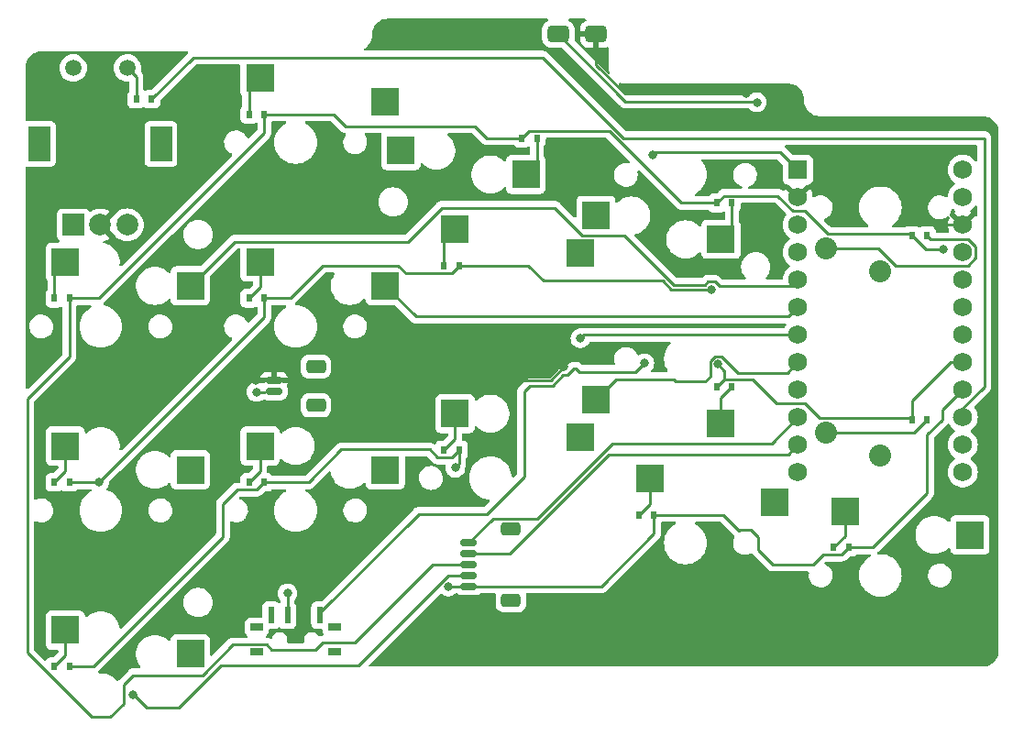
<source format=gbr>
%TF.GenerationSoftware,KiCad,Pcbnew,(7.0.0-0)*%
%TF.CreationDate,2023-02-22T17:50:19+08:00*%
%TF.ProjectId,left,6c656674-2e6b-4696-9361-645f70636258,v1.0.0*%
%TF.SameCoordinates,Original*%
%TF.FileFunction,Copper,L2,Bot*%
%TF.FilePolarity,Positive*%
%FSLAX46Y46*%
G04 Gerber Fmt 4.6, Leading zero omitted, Abs format (unit mm)*
G04 Created by KiCad (PCBNEW (7.0.0-0)) date 2023-02-22 17:50:19*
%MOMM*%
%LPD*%
G01*
G04 APERTURE LIST*
G04 Aperture macros list*
%AMRoundRect*
0 Rectangle with rounded corners*
0 $1 Rounding radius*
0 $2 $3 $4 $5 $6 $7 $8 $9 X,Y pos of 4 corners*
0 Add a 4 corners polygon primitive as box body*
4,1,4,$2,$3,$4,$5,$6,$7,$8,$9,$2,$3,0*
0 Add four circle primitives for the rounded corners*
1,1,$1+$1,$2,$3*
1,1,$1+$1,$4,$5*
1,1,$1+$1,$6,$7*
1,1,$1+$1,$8,$9*
0 Add four rect primitives between the rounded corners*
20,1,$1+$1,$2,$3,$4,$5,0*
20,1,$1+$1,$4,$5,$6,$7,0*
20,1,$1+$1,$6,$7,$8,$9,0*
20,1,$1+$1,$8,$9,$2,$3,0*%
G04 Aperture macros list end*
%TA.AperFunction,SMDPad,CuDef*%
%ADD10R,2.600000X2.600000*%
%TD*%
%TA.AperFunction,ComponentPad*%
%ADD11C,0.600000*%
%TD*%
%TA.AperFunction,SMDPad,CuDef*%
%ADD12R,0.600000X0.700000*%
%TD*%
%TA.AperFunction,ComponentPad*%
%ADD13C,2.032000*%
%TD*%
%TA.AperFunction,ComponentPad*%
%ADD14R,2.000000X2.000000*%
%TD*%
%TA.AperFunction,ComponentPad*%
%ADD15C,2.000000*%
%TD*%
%TA.AperFunction,ComponentPad*%
%ADD16C,1.500000*%
%TD*%
%TA.AperFunction,ComponentPad*%
%ADD17R,2.000000X3.200000*%
%TD*%
%TA.AperFunction,SMDPad,CuDef*%
%ADD18R,0.600000X1.524000*%
%TD*%
%TA.AperFunction,SMDPad,CuDef*%
%ADD19R,1.200000X0.700000*%
%TD*%
%TA.AperFunction,SMDPad,CuDef*%
%ADD20RoundRect,0.381000X0.619000X0.381000X-0.619000X0.381000X-0.619000X-0.381000X0.619000X-0.381000X0*%
%TD*%
%TA.AperFunction,SMDPad,CuDef*%
%ADD21RoundRect,0.378000X0.622000X0.378000X-0.622000X0.378000X-0.622000X-0.378000X0.622000X-0.378000X0*%
%TD*%
%TA.AperFunction,ComponentPad*%
%ADD22R,1.752600X1.752600*%
%TD*%
%TA.AperFunction,ComponentPad*%
%ADD23C,1.752600*%
%TD*%
%TA.AperFunction,SMDPad,CuDef*%
%ADD24RoundRect,0.150000X-0.625000X0.150000X-0.625000X-0.150000X0.625000X-0.150000X0.625000X0.150000X0*%
%TD*%
%TA.AperFunction,SMDPad,CuDef*%
%ADD25RoundRect,0.250000X-0.650000X0.350000X-0.650000X-0.350000X0.650000X-0.350000X0.650000X0.350000X0*%
%TD*%
%TA.AperFunction,ViaPad*%
%ADD26C,0.800000*%
%TD*%
%TA.AperFunction,Conductor*%
%ADD27C,0.250000*%
%TD*%
G04 APERTURE END LIST*
D10*
%TO.P,S1,1*%
%TO.N,C0R0D*%
X-3274999Y39949999D03*
%TO.P,S1,2*%
%TO.N,C0*%
X8274999Y37749999D03*
D11*
%TO.P,S1,3*%
%TO.N,C0R0D*%
X-3275000Y39950000D03*
%TO.P,S1,4*%
%TO.N,C0*%
X8275000Y37750000D03*
%TD*%
D12*
%TO.P,D1,1*%
%TO.N,R0*%
X-2899999Y36599999D03*
%TO.P,D1,2*%
%TO.N,C0R0D*%
X-4299999Y36599999D03*
%TD*%
D10*
%TO.P,S2,1*%
%TO.N,C0R1D*%
X-3274999Y22949999D03*
%TO.P,S2,2*%
%TO.N,C0*%
X8274999Y20749999D03*
D11*
%TO.P,S2,3*%
%TO.N,C0R1D*%
X-3275000Y22950000D03*
%TO.P,S2,4*%
%TO.N,C0*%
X8275000Y20750000D03*
%TD*%
D12*
%TO.P,D2,1*%
%TO.N,R1*%
X-2899999Y19599999D03*
%TO.P,D2,2*%
%TO.N,C0R1D*%
X-4299999Y19599999D03*
%TD*%
D10*
%TO.P,S3,1*%
%TO.N,C0R2D*%
X-3274999Y5949999D03*
%TO.P,S3,2*%
%TO.N,C0*%
X8274999Y3749999D03*
D11*
%TO.P,S3,3*%
%TO.N,C0R2D*%
X-3275000Y5950000D03*
%TO.P,S3,4*%
%TO.N,C0*%
X8275000Y3750000D03*
%TD*%
D12*
%TO.P,D3,1*%
%TO.N,R2*%
X-2899999Y2599999D03*
%TO.P,D3,2*%
%TO.N,C0R2D*%
X-4299999Y2599999D03*
%TD*%
D10*
%TO.P,S4,1*%
%TO.N,C1R0D*%
X14724999Y56949999D03*
%TO.P,S4,2*%
%TO.N,C1*%
X26274999Y54749999D03*
D11*
%TO.P,S4,3*%
%TO.N,C1R0D*%
X14725000Y56950000D03*
%TO.P,S4,4*%
%TO.N,C1*%
X26275000Y54750000D03*
%TD*%
D12*
%TO.P,D4,1*%
%TO.N,R0*%
X15099999Y53599999D03*
%TO.P,D4,2*%
%TO.N,C1R0D*%
X13699999Y53599999D03*
%TD*%
D10*
%TO.P,S5,1*%
%TO.N,C1R1D*%
X14724999Y39949999D03*
%TO.P,S5,2*%
%TO.N,C1*%
X26274999Y37749999D03*
D11*
%TO.P,S5,3*%
%TO.N,C1R1D*%
X14725000Y39950000D03*
%TO.P,S5,4*%
%TO.N,C1*%
X26275000Y37750000D03*
%TD*%
D12*
%TO.P,D5,1*%
%TO.N,R1*%
X15099999Y36599999D03*
%TO.P,D5,2*%
%TO.N,C1R1D*%
X13699999Y36599999D03*
%TD*%
D10*
%TO.P,S6,1*%
%TO.N,C1R2D*%
X14724999Y22949999D03*
%TO.P,S6,2*%
%TO.N,C1*%
X26274999Y20749999D03*
D11*
%TO.P,S6,3*%
%TO.N,C1R2D*%
X14725000Y22950000D03*
%TO.P,S6,4*%
%TO.N,C1*%
X26275000Y20750000D03*
%TD*%
D12*
%TO.P,D6,1*%
%TO.N,R2*%
X15099999Y19599999D03*
%TO.P,D6,2*%
%TO.N,C1R2D*%
X13699999Y19599999D03*
%TD*%
D10*
%TO.P,S7,1*%
%TO.N,C2R0D*%
X39274999Y48049999D03*
%TO.P,S7,2*%
%TO.N,C2*%
X27724999Y50249999D03*
D11*
%TO.P,S7,3*%
%TO.N,C2R0D*%
X39275000Y48050000D03*
%TO.P,S7,4*%
%TO.N,C2*%
X27725000Y50250000D03*
%TD*%
D12*
%TO.P,D7,1*%
%TO.N,R0*%
X38899999Y51399999D03*
%TO.P,D7,2*%
%TO.N,C2R0D*%
X40299999Y51399999D03*
%TD*%
D10*
%TO.P,S8,1*%
%TO.N,C2R1D*%
X32724999Y42949999D03*
%TO.P,S8,2*%
%TO.N,C2*%
X44274999Y40749999D03*
D11*
%TO.P,S8,3*%
%TO.N,C2R1D*%
X32725000Y42950000D03*
%TO.P,S8,4*%
%TO.N,C2*%
X44275000Y40750000D03*
%TD*%
D12*
%TO.P,D8,1*%
%TO.N,R1*%
X33099999Y39599999D03*
%TO.P,D8,2*%
%TO.N,C2R1D*%
X31699999Y39599999D03*
%TD*%
D10*
%TO.P,S9,1*%
%TO.N,C2R2D*%
X32724999Y25949999D03*
%TO.P,S9,2*%
%TO.N,C2*%
X44274999Y23749999D03*
D11*
%TO.P,S9,3*%
%TO.N,C2R2D*%
X32725000Y25950000D03*
%TO.P,S9,4*%
%TO.N,C2*%
X44275000Y23750000D03*
%TD*%
D12*
%TO.P,D9,1*%
%TO.N,R2*%
X33099999Y22599999D03*
%TO.P,D9,2*%
%TO.N,C2R2D*%
X31699999Y22599999D03*
%TD*%
D10*
%TO.P,S10,1*%
%TO.N,C3R0D*%
X57274999Y42049999D03*
%TO.P,S10,2*%
%TO.N,C3*%
X45724999Y44249999D03*
D11*
%TO.P,S10,3*%
%TO.N,C3R0D*%
X57275000Y42050000D03*
%TO.P,S10,4*%
%TO.N,C3*%
X45725000Y44250000D03*
%TD*%
D12*
%TO.P,D10,1*%
%TO.N,R0*%
X56899999Y45399999D03*
%TO.P,D10,2*%
%TO.N,C3R0D*%
X58299999Y45399999D03*
%TD*%
D10*
%TO.P,S11,1*%
%TO.N,C3R1D*%
X57274999Y25049999D03*
%TO.P,S11,2*%
%TO.N,C3*%
X45724999Y27249999D03*
D11*
%TO.P,S11,3*%
%TO.N,C3R1D*%
X57275000Y25050000D03*
%TO.P,S11,4*%
%TO.N,C3*%
X45725000Y27250000D03*
%TD*%
D12*
%TO.P,D11,1*%
%TO.N,R1*%
X56899999Y28399999D03*
%TO.P,D11,2*%
%TO.N,C3R1D*%
X58299999Y28399999D03*
%TD*%
D10*
%TO.P,S12,1*%
%TO.N,C3R2D*%
X50724999Y19949999D03*
%TO.P,S12,2*%
%TO.N,C3*%
X62274999Y17749999D03*
D11*
%TO.P,S12,3*%
%TO.N,C3R2D*%
X50725000Y19950000D03*
%TO.P,S12,4*%
%TO.N,C3*%
X62275000Y17750000D03*
%TD*%
D12*
%TO.P,D12,1*%
%TO.N,R2*%
X51099999Y16599999D03*
%TO.P,D12,2*%
%TO.N,C3R2D*%
X49699999Y16599999D03*
%TD*%
D13*
%TO.P,S13,1*%
%TO.N,C4R0D*%
X67000000Y41200000D03*
%TO.P,S13,2*%
%TO.N,C4*%
X72000000Y39100000D03*
%TD*%
D12*
%TO.P,D13,1*%
%TO.N,R0*%
X74899999Y42399999D03*
%TO.P,D13,2*%
%TO.N,C4R0D*%
X76299999Y42399999D03*
%TD*%
D13*
%TO.P,S14,1*%
%TO.N,C4R1D*%
X67000000Y24200000D03*
%TO.P,S14,2*%
%TO.N,C4*%
X72000000Y22100000D03*
%TD*%
D12*
%TO.P,D14,1*%
%TO.N,R1*%
X74899999Y25399999D03*
%TO.P,D14,2*%
%TO.N,C4R1D*%
X76299999Y25399999D03*
%TD*%
D10*
%TO.P,S15,1*%
%TO.N,C4R2D*%
X68724999Y16949999D03*
%TO.P,S15,2*%
%TO.N,C4*%
X80274999Y14749999D03*
D11*
%TO.P,S15,3*%
%TO.N,C4R2D*%
X68725000Y16950000D03*
%TO.P,S15,4*%
%TO.N,C4*%
X80275000Y14750000D03*
%TD*%
D12*
%TO.P,D15,1*%
%TO.N,R2*%
X69099999Y13599999D03*
%TO.P,D15,2*%
%TO.N,C4R2D*%
X67699999Y13599999D03*
%TD*%
D14*
%TO.P,ROT1,A*%
%TO.N,P2*%
X-2539999Y43379999D03*
D15*
%TO.P,ROT1,C*%
%TO.N,GND*%
X-40000Y43380000D03*
%TO.P,ROT1,B*%
%TO.N,P3*%
X2460000Y43380000D03*
D16*
%TO.P,ROT1,1*%
%TO.N,C0*%
X-2540000Y57880000D03*
%TO.P,ROT1,2*%
%TO.N,C0R3D*%
X2460000Y57880000D03*
D17*
%TO.P,ROT1,*%
%TO.N,*%
X-5639999Y50879999D03*
X5559999Y50879999D03*
%TD*%
D12*
%TO.P,D16,1*%
%TO.N,R3*%
X4699999Y54999999D03*
%TO.P,D16,2*%
%TO.N,C0R3D*%
X3299999Y54999999D03*
%TD*%
D18*
%TO.P,SS1,1*%
%TO.N,RAW*%
X20249999Y7319999D03*
%TO.P,SS1,2*%
%TO.N,BSLI*%
X17249999Y7319999D03*
%TO.P,SS1,3*%
%TO.N,three*%
X15749999Y7319999D03*
D19*
%TO.P,SS1,4*%
%TO.N,N/C*%
X21599999Y3919999D03*
X21599999Y6219999D03*
X14399999Y3919999D03*
X14399999Y6219999D03*
%TD*%
D20*
%TO.P,SB1,1*%
%TO.N,GND*%
X45750000Y61000000D03*
D21*
%TO.P,SB1,2*%
%TO.N,RST*%
X42250000Y61000000D03*
%TD*%
D22*
%TO.P,MCU1,1*%
%TO.N,RAW*%
X64379999Y48469999D03*
D23*
%TO.P,MCU1,2*%
%TO.N,GND*%
X64380000Y45930000D03*
%TO.P,MCU1,3*%
%TO.N,RST*%
X64380000Y43390000D03*
%TO.P,MCU1,4*%
%TO.N,VCC*%
X64380000Y40850000D03*
%TO.P,MCU1,5*%
%TO.N,C0*%
X64380000Y38310000D03*
%TO.P,MCU1,6*%
%TO.N,C1*%
X64380000Y35770000D03*
%TO.P,MCU1,7*%
%TO.N,C2*%
X64380000Y33230000D03*
%TO.P,MCU1,8*%
%TO.N,C3*%
X64380000Y30690000D03*
%TO.P,MCU1,9*%
%TO.N,C4*%
X64380000Y28150000D03*
%TO.P,MCU1,10*%
%TO.N,C5*%
X64380000Y25610000D03*
%TO.P,MCU1,11*%
%TO.N,C6*%
X64380000Y23070000D03*
%TO.P,MCU1,12*%
%TO.N,P10*%
X64380000Y20530000D03*
%TO.P,MCU1,13*%
%TO.N,P1*%
X79620000Y48470000D03*
%TO.P,MCU1,14*%
%TO.N,P0*%
X79620000Y45930000D03*
%TO.P,MCU1,15*%
%TO.N,GND*%
X79620000Y43390000D03*
%TO.P,MCU1,16*%
X79620000Y40850000D03*
%TO.P,MCU1,17*%
%TO.N,P2*%
X79620000Y38310000D03*
%TO.P,MCU1,18*%
%TO.N,P3*%
X79620000Y35770000D03*
%TO.P,MCU1,19*%
%TO.N,R0*%
X79620000Y33230000D03*
%TO.P,MCU1,20*%
%TO.N,R1*%
X79620000Y30690000D03*
%TO.P,MCU1,21*%
%TO.N,R2*%
X79620000Y28150000D03*
%TO.P,MCU1,22*%
%TO.N,R3*%
X79620000Y25610000D03*
%TO.P,MCU1,23*%
%TO.N,P8*%
X79620000Y23070000D03*
%TO.P,MCU1,24*%
%TO.N,P9*%
X79620000Y20530000D03*
%TD*%
D24*
%TO.P,JB1,2*%
%TO.N,BSLI*%
X16000000Y28000000D03*
%TO.P,JB1,1*%
%TO.N,GND*%
X16000000Y29000000D03*
D25*
%TO.P,JB1,MP*%
%TO.N,N/C*%
X19875000Y26700000D03*
X19875000Y30300000D03*
%TD*%
D24*
%TO.P,JC1,5*%
%TO.N,R2*%
X34000000Y10000000D03*
%TO.P,JC1,4*%
%TO.N,R1*%
X34000000Y11000000D03*
%TO.P,JC1,3*%
%TO.N,R0*%
X34000000Y12000000D03*
%TO.P,JC1,2*%
%TO.N,C6*%
X34000000Y13000000D03*
%TO.P,JC1,1*%
%TO.N,C5*%
X34000000Y14000000D03*
D25*
%TO.P,JC1,MP*%
%TO.N,N/C*%
X37875000Y15300000D03*
X37875000Y8700000D03*
%TD*%
D26*
%TO.N,R0*%
X77800000Y41100000D03*
%TO.N,R1*%
X-150000Y19600000D03*
X56400000Y37400000D03*
X57000000Y30500000D03*
X3000000Y0D03*
%TO.N,R2*%
X32750000Y20950000D03*
X32100000Y9950000D03*
%TO.N,C2*%
X44300000Y32900000D03*
%TO.N,GND*%
X14350000Y29000000D03*
X42800000Y30250000D03*
X45750000Y59000000D03*
X59600000Y55500000D03*
X8400000Y47100000D03*
%TO.N,RAW*%
X50950000Y49850000D03*
X50200000Y30600000D03*
%TO.N,BSLI*%
X17250000Y9350000D03*
X14400000Y27950000D03*
%TO.N,RST*%
X60600000Y54700000D03*
%TD*%
D27*
%TO.N,C0*%
X12350000Y41825000D02*
X28350000Y41825000D01*
X57125000Y37700000D02*
X63770000Y37700000D01*
X8275000Y37750000D02*
X12350000Y41825000D01*
X41950000Y44950000D02*
X44500000Y42400000D01*
X31475000Y44950000D02*
X41950000Y44950000D01*
X44500000Y42400000D02*
X48350000Y42400000D01*
X52900000Y37850000D02*
X55824695Y37850000D01*
X28350000Y41825000D02*
X31475000Y44950000D01*
X56700000Y38125000D02*
X57125000Y37700000D01*
X48350000Y42400000D02*
X52900000Y37850000D01*
X56099695Y38125000D02*
X56700000Y38125000D01*
X63770000Y37700000D02*
X64380000Y38310000D01*
X55824695Y37850000D02*
X56099695Y38125000D01*
%TO.N,C0R0D*%
X-4300000Y38925000D02*
X-3275000Y39950000D01*
X-4300000Y36600000D02*
X-4300000Y38925000D01*
%TO.N,R0*%
X76200000Y41100000D02*
X74900000Y42400000D01*
X65000000Y44700000D02*
X67159000Y42541000D01*
X-2900000Y31200000D02*
X-2900000Y36600000D01*
X22598350Y52500000D02*
X34545001Y52500000D01*
X3001501Y1777500D02*
X2089500Y865499D01*
X77800000Y41100000D02*
X76200000Y41100000D01*
X34545001Y52500000D02*
X35645001Y51400000D01*
X34000000Y12000000D02*
X30700000Y12000000D01*
X-865499Y-2089500D02*
X-6800000Y3845001D01*
X67159000Y42541000D02*
X74759000Y42541000D01*
X63911105Y44700000D02*
X65000000Y44700000D01*
X15100000Y51866316D02*
X15100000Y53600000D01*
X21498350Y53600000D02*
X22598350Y52500000D01*
X30700000Y12000000D02*
X23500000Y4800000D01*
X-2900000Y36600000D02*
X-166316Y36600000D01*
X9377500Y1777500D02*
X3001501Y1777500D01*
X2089500Y-865499D02*
X865499Y-2089500D01*
X15325000Y4595000D02*
X12195000Y4595000D01*
X56900000Y45400000D02*
X57575000Y46075000D01*
X39575000Y52075000D02*
X46970001Y52075000D01*
X53645001Y45400000D02*
X56900000Y45400000D01*
X15100000Y53600000D02*
X21498350Y53600000D01*
X-6800000Y3845001D02*
X-6800000Y27300000D01*
X20516726Y4800000D02*
X19841726Y4125000D01*
X38900000Y51400000D02*
X39575000Y52075000D01*
X62536105Y46075000D02*
X63911105Y44700000D01*
X46970001Y52075000D02*
X53645001Y45400000D01*
X12195000Y4595000D02*
X9377500Y1777500D01*
X-166316Y36600000D02*
X15100000Y51866316D01*
X74759000Y42541000D02*
X74900000Y42400000D01*
X19841726Y4125000D02*
X15795000Y4125000D01*
X865499Y-2089500D02*
X-865499Y-2089500D01*
X-6800000Y27300000D02*
X-2900000Y31200000D01*
X35645001Y51400000D02*
X38900000Y51400000D01*
X23500000Y4800000D02*
X20516726Y4800000D01*
X2089500Y865499D02*
X2089500Y-865499D01*
X57575000Y46075000D02*
X62536105Y46075000D01*
X15795000Y4125000D02*
X15325000Y4595000D01*
%TO.N,C0R1D*%
X-3275000Y20625000D02*
X-4300000Y19600000D01*
X-3275000Y22950000D02*
X-3275000Y20625000D01*
%TO.N,R1*%
X-166316Y19600000D02*
X-2900000Y19600000D01*
X78456316Y30690000D02*
X79620000Y30690000D01*
X11138769Y2702373D02*
X7210496Y-1225900D01*
X7210496Y-1225900D02*
X4275900Y-1225900D01*
X20525000Y39625000D02*
X17500000Y36600000D01*
X57600000Y29100000D02*
X57600000Y29900000D01*
X-150000Y19600000D02*
X-166316Y19600000D01*
X27475000Y39625000D02*
X20525000Y39625000D01*
X66359000Y25541000D02*
X65000000Y26900000D01*
X-150000Y19616316D02*
X-150000Y19600000D01*
X74900000Y25400000D02*
X74900000Y27133684D01*
X65000000Y26900000D02*
X62375000Y26900000D01*
X57600000Y29100000D02*
X56900000Y28400000D01*
X74759000Y25541000D02*
X66359000Y25541000D01*
X74900000Y25400000D02*
X74759000Y25541000D01*
X15100000Y36600000D02*
X15100000Y34866316D01*
X60175000Y29100000D02*
X57600000Y29100000D01*
X4275900Y-1225900D02*
X3050000Y0D01*
X52700000Y37400000D02*
X56400000Y37400000D01*
X17500000Y36600000D02*
X15100000Y36600000D01*
X40872450Y38225900D02*
X51874100Y38225900D01*
X15100000Y34866316D02*
X-150000Y19616316D01*
X39498350Y39600000D02*
X40872450Y38225900D01*
X51874100Y38225900D02*
X52700000Y37400000D01*
X23827068Y2702373D02*
X11138769Y2702373D01*
X57600000Y29900000D02*
X57000000Y30500000D01*
X34000000Y11000000D02*
X32124695Y11000000D01*
X28175000Y38925000D02*
X27475000Y39625000D01*
X62375000Y26900000D02*
X60175000Y29100000D01*
X32124695Y11000000D02*
X23827068Y2702373D01*
X32425000Y38925000D02*
X28175000Y38925000D01*
X33100000Y39600000D02*
X32425000Y38925000D01*
X74900000Y27133684D02*
X78456316Y30690000D01*
X33100000Y39600000D02*
X39498350Y39600000D01*
%TO.N,C0R2D*%
X-3275000Y3625000D02*
X-4300000Y2600000D01*
X-3275000Y5950000D02*
X-3275000Y3625000D01*
%TO.N,R2*%
X68425000Y12925000D02*
X69100000Y13600000D01*
X77700000Y25388895D02*
X77700000Y26300000D01*
X69100000Y13600000D02*
X71301650Y13600000D01*
X32400000Y21900000D02*
X33100000Y22600000D01*
X11274100Y14572450D02*
X11274100Y17599100D01*
X58992216Y15225900D02*
X60007784Y15225900D01*
X-2900000Y2600000D02*
X-698350Y2600000D01*
X65766316Y12000000D02*
X66691316Y12925000D01*
X34000000Y10000000D02*
X46233684Y10000000D01*
X31100000Y21900000D02*
X32400000Y21900000D01*
X62098350Y12000000D02*
X65766316Y12000000D01*
X58932333Y15166017D02*
X58992216Y15225900D01*
X34000000Y10000000D02*
X32300000Y10000000D01*
X76300000Y23988895D02*
X77700000Y25388895D01*
X11274100Y17599100D02*
X12600000Y18925000D01*
X60725900Y13372450D02*
X62098350Y12000000D01*
X77700000Y26300000D02*
X77770000Y26300000D01*
X32100000Y9950000D02*
X32250000Y9950000D01*
X60007784Y15225900D02*
X60725900Y14507784D01*
X77770000Y26300000D02*
X79620000Y28150000D01*
X51100000Y14866316D02*
X51100000Y16600000D01*
X14425000Y18925000D02*
X15100000Y19600000D01*
X51100000Y16600000D02*
X57498350Y16600000D01*
X19198350Y19600000D02*
X22223350Y22625000D01*
X60725900Y14507784D02*
X60725900Y13372450D01*
X33100000Y21300000D02*
X32750000Y20950000D01*
X15100000Y19600000D02*
X19198350Y19600000D01*
X66691316Y12925000D02*
X68425000Y12925000D01*
X76300000Y18598350D02*
X76300000Y23988895D01*
X-698350Y2600000D02*
X11274100Y14572450D01*
X22223350Y22625000D02*
X30375000Y22625000D01*
X33100000Y22600000D02*
X33100000Y21300000D01*
X12600000Y18925000D02*
X14425000Y18925000D01*
X71301650Y13600000D02*
X76300000Y18598350D01*
X32300000Y10000000D02*
X32100000Y9950000D01*
X30375000Y22625000D02*
X31100000Y21900000D01*
X57498350Y16600000D02*
X58932333Y15166017D01*
X46233684Y10000000D02*
X51100000Y14866316D01*
%TO.N,C1*%
X29114500Y34910500D02*
X63520500Y34910500D01*
X26275000Y37750000D02*
X29114500Y34910500D01*
X63520500Y34910500D02*
X64380000Y35770000D01*
%TO.N,C1R0D*%
X13700000Y53600000D02*
X13700000Y55925000D01*
X13700000Y55925000D02*
X14725000Y56950000D01*
%TO.N,C1R1D*%
X14725000Y37625000D02*
X13700000Y36600000D01*
X14725000Y39950000D02*
X14725000Y37625000D01*
%TO.N,C1R2D*%
X14725000Y22950000D02*
X14725000Y20625000D01*
X14725000Y20625000D02*
X13700000Y19600000D01*
%TO.N,C2*%
X44630000Y33230000D02*
X44300000Y32900000D01*
X64380000Y33230000D02*
X44630000Y33230000D01*
%TO.N,C2R0D*%
X40300000Y51400000D02*
X40300000Y49075000D01*
X40300000Y49075000D02*
X39275000Y48050000D01*
%TO.N,C2R1D*%
X31700000Y39600000D02*
X31700000Y41925000D01*
X31700000Y41925000D02*
X32725000Y42950000D01*
%TO.N,C2R2D*%
X32725000Y25950000D02*
X32725000Y23625000D01*
X32725000Y23625000D02*
X31700000Y22600000D01*
%TO.N,C3*%
X47600000Y29125000D02*
X52920001Y29125000D01*
X56699695Y31225000D02*
X57300305Y31225000D01*
X52920001Y29125000D02*
X53134501Y28910500D01*
X53134501Y28910500D02*
X55835195Y28910500D01*
X55835195Y28910500D02*
X56275000Y29350305D01*
X45725000Y27250000D02*
X47600000Y29125000D01*
X56275000Y30800305D02*
X56699695Y31225000D01*
X58825305Y29700000D02*
X63390000Y29700000D01*
X56275000Y29350305D02*
X56275000Y30800305D01*
X57300305Y31225000D02*
X58825305Y29700000D01*
X63390000Y29700000D02*
X64380000Y30690000D01*
%TO.N,C3R0D*%
X58300000Y43075000D02*
X57275000Y42050000D01*
X58300000Y45400000D02*
X58300000Y43075000D01*
%TO.N,C3R1D*%
X57275000Y27375000D02*
X58300000Y28400000D01*
X57275000Y25050000D02*
X57275000Y27375000D01*
%TO.N,C3R2D*%
X50725000Y17625000D02*
X49700000Y16600000D01*
X50725000Y19950000D02*
X50725000Y17625000D01*
%TO.N,C4R0D*%
X80117595Y42051300D02*
X80821300Y41347595D01*
X80068895Y39600000D02*
X73396461Y39600000D01*
X80821300Y41347595D02*
X80821300Y40352405D01*
X76648700Y42051300D02*
X80117595Y42051300D01*
X73396461Y39600000D02*
X71796461Y41200000D01*
X80821300Y40352405D02*
X80068895Y39600000D01*
X76300000Y42400000D02*
X76648700Y42051300D01*
X71796461Y41200000D02*
X67000000Y41200000D01*
%TO.N,C4R1D*%
X75100000Y24200000D02*
X76300000Y25400000D01*
X67000000Y24200000D02*
X75100000Y24200000D01*
%TO.N,C4R2D*%
X68725000Y16950000D02*
X68725000Y14625000D01*
X68725000Y14625000D02*
X67700000Y13600000D01*
%TO.N,C0R3D*%
X3300000Y57040000D02*
X2460000Y57880000D01*
X3300000Y55000000D02*
X3300000Y57040000D01*
%TO.N,GND*%
X16000000Y29000000D02*
X14350000Y29000000D01*
X76564999Y43390000D02*
X72865499Y47089500D01*
X65539500Y47089500D02*
X64380000Y45930000D01*
X3680000Y47100000D02*
X-40000Y43380000D01*
X8400000Y47100000D02*
X3680000Y47100000D01*
X45750000Y59000000D02*
X45750000Y61000000D01*
X45750000Y58150000D02*
X48400000Y55500000D01*
X42800000Y30250000D02*
X41550000Y29000000D01*
X48400000Y55500000D02*
X59600000Y55500000D01*
X45750000Y59000000D02*
X45750000Y58150000D01*
X79620000Y43390000D02*
X76564999Y43390000D01*
X72865499Y47089500D02*
X65539500Y47089500D01*
X41550000Y29000000D02*
X16000000Y29000000D01*
%TO.N,R3*%
X40856397Y58825000D02*
X8525000Y58825000D01*
X8525000Y58825000D02*
X4700000Y55000000D01*
X78778895Y25610000D02*
X81600000Y28431105D01*
X81600000Y28431105D02*
X81600000Y51400000D01*
X81600000Y51400000D02*
X48281397Y51400000D01*
X48281397Y51400000D02*
X40856397Y58825000D01*
X79620000Y25610000D02*
X78778895Y25610000D01*
%TO.N,RAW*%
X39650000Y28550000D02*
X39100000Y28000000D01*
X50200000Y30600000D02*
X49374100Y29774100D01*
X47966316Y29800000D02*
X44200000Y29800000D01*
X41750000Y28550000D02*
X39650000Y28550000D01*
X29350000Y16675000D02*
X20250000Y7575000D01*
X62760500Y50089500D02*
X64380000Y48470000D01*
X49374100Y29774100D02*
X47992216Y29774100D01*
X35629999Y16675000D02*
X29350000Y16675000D01*
X43675305Y30100000D02*
X43075305Y29500000D01*
X43900000Y30100000D02*
X43675305Y30100000D01*
X44200000Y29800000D02*
X43900000Y30100000D01*
X42700000Y29500000D02*
X41750000Y28550000D01*
X39100000Y20145001D02*
X35629999Y16675000D01*
X47992216Y29774100D02*
X47966316Y29800000D01*
X43075305Y29500000D02*
X42700000Y29500000D01*
X51189500Y50089500D02*
X62760500Y50089500D01*
X39100000Y28000000D02*
X39100000Y20145001D01*
%TO.N,BSLI*%
X17250000Y7575000D02*
X17250000Y9350000D01*
X16000000Y28000000D02*
X14400000Y27950000D01*
%TO.N,RST*%
X42250000Y61000000D02*
X48475000Y54775000D01*
X48475000Y54775000D02*
X60525000Y54775000D01*
X60525000Y54775000D02*
X60600000Y54700000D01*
%TO.N,C5*%
X47275000Y23175000D02*
X40325000Y16225000D01*
X64380000Y25610000D02*
X61945000Y23175000D01*
X40325000Y16225000D02*
X36225000Y16225000D01*
X36225000Y16225000D02*
X34000000Y14000000D01*
X61945000Y23175000D02*
X47275000Y23175000D01*
%TO.N,C6*%
X37736396Y13000000D02*
X34000000Y13000000D01*
X63503700Y22193700D02*
X46930096Y22193700D01*
X46930096Y22193700D02*
X37736396Y13000000D01*
X64380000Y23070000D02*
X63503700Y22193700D01*
%TD*%
%TA.AperFunction,Conductor*%
%TO.N,GND*%
G36*
X17077895Y52949591D02*
G01*
X17123358Y52903475D01*
X17139372Y52840729D01*
X17121572Y52778467D01*
X17074812Y52733668D01*
X17032753Y52710702D01*
X16934927Y52657285D01*
X16709912Y52488841D01*
X16511159Y52290088D01*
X16342715Y52065073D01*
X16340589Y52061179D01*
X16340588Y52061178D01*
X16210131Y51822264D01*
X16210128Y51822257D01*
X16208008Y51818375D01*
X16206462Y51814232D01*
X16206460Y51814226D01*
X16113894Y51566045D01*
X16109781Y51555018D01*
X16108840Y51550692D01*
X16050975Y51284696D01*
X16050973Y51284687D01*
X16050033Y51280363D01*
X16049717Y51275949D01*
X16049716Y51275940D01*
X16038815Y51123518D01*
X16029981Y51000000D01*
X16030297Y50995582D01*
X16049716Y50724059D01*
X16049717Y50724048D01*
X16050033Y50719637D01*
X16050973Y50715314D01*
X16050975Y50715303D01*
X16089028Y50540381D01*
X16109781Y50444982D01*
X16111323Y50440845D01*
X16111326Y50440838D01*
X16206460Y50185773D01*
X16206464Y50185762D01*
X16208008Y50181625D01*
X16210125Y50177747D01*
X16210131Y50177735D01*
X16340588Y49938821D01*
X16340592Y49938813D01*
X16342715Y49934927D01*
X16345372Y49931377D01*
X16345375Y49931373D01*
X16508500Y49713463D01*
X16508505Y49713456D01*
X16511159Y49709912D01*
X16514289Y49706781D01*
X16514296Y49706774D01*
X16706774Y49514296D01*
X16706781Y49514289D01*
X16709912Y49511159D01*
X16713456Y49508505D01*
X16713463Y49508500D01*
X16931373Y49345375D01*
X16931377Y49345372D01*
X16934927Y49342715D01*
X16938813Y49340592D01*
X16938821Y49340588D01*
X17177735Y49210131D01*
X17177747Y49210125D01*
X17181625Y49208008D01*
X17185762Y49206464D01*
X17185773Y49206460D01*
X17440838Y49111326D01*
X17440845Y49111323D01*
X17444982Y49109781D01*
X17449305Y49108840D01*
X17449307Y49108840D01*
X17715303Y49050975D01*
X17715314Y49050973D01*
X17719637Y49050033D01*
X17724048Y49049717D01*
X17724059Y49049716D01*
X17927614Y49035158D01*
X17927617Y49035157D01*
X17929825Y49035000D01*
X18067960Y49035000D01*
X18070175Y49035000D01*
X18072383Y49035157D01*
X18072385Y49035158D01*
X18275940Y49049716D01*
X18275949Y49049717D01*
X18280363Y49050033D01*
X18284687Y49050973D01*
X18284696Y49050975D01*
X18550692Y49108840D01*
X18555018Y49109781D01*
X18559157Y49111325D01*
X18559161Y49111326D01*
X18814226Y49206460D01*
X18814232Y49206462D01*
X18818375Y49208008D01*
X18822257Y49210128D01*
X18822264Y49210131D01*
X19061178Y49340588D01*
X19061179Y49340589D01*
X19065073Y49342715D01*
X19290088Y49511159D01*
X19488841Y49709912D01*
X19657285Y49934927D01*
X19791992Y50181625D01*
X19890219Y50444982D01*
X19949967Y50719637D01*
X19970019Y51000000D01*
X19949967Y51280363D01*
X19890219Y51555018D01*
X19791992Y51818375D01*
X19657285Y52065073D01*
X19488841Y52290088D01*
X19290088Y52488841D01*
X19065073Y52657285D01*
X18937533Y52726927D01*
X18925188Y52733668D01*
X18878428Y52778467D01*
X18860628Y52840729D01*
X18876642Y52903475D01*
X18922105Y52949591D01*
X18984615Y52966500D01*
X21184584Y52966500D01*
X21232037Y52957061D01*
X21272265Y52930181D01*
X22094650Y52107793D01*
X22102248Y52099444D01*
X22106350Y52092982D01*
X22112036Y52087641D01*
X22112039Y52087639D01*
X22156019Y52046338D01*
X22158811Y52043633D01*
X22178580Y52023865D01*
X22181652Y52021481D01*
X22181656Y52021478D01*
X22181858Y52021322D01*
X22190720Y52013752D01*
X22206744Y51998705D01*
X22223029Y51983414D01*
X22229857Y51979659D01*
X22229860Y51979658D01*
X22240917Y51973579D01*
X22257169Y51962903D01*
X22267141Y51955168D01*
X22267152Y51955160D01*
X22273309Y51950386D01*
X22280460Y51947291D01*
X22280466Y51947288D01*
X22313978Y51932786D01*
X22324465Y51927648D01*
X22356448Y51910065D01*
X22356456Y51910061D01*
X22363290Y51906305D01*
X22370841Y51904366D01*
X22370849Y51904363D01*
X22383072Y51901225D01*
X22401469Y51894926D01*
X22420205Y51886819D01*
X22427903Y51885599D01*
X22427909Y51885598D01*
X22463961Y51879888D01*
X22475395Y51877520D01*
X22510767Y51868438D01*
X22510776Y51868436D01*
X22518320Y51866500D01*
X22526114Y51866500D01*
X22533859Y51865522D01*
X22533638Y51863780D01*
X22576655Y51853777D01*
X22620139Y51818220D01*
X22643473Y51767125D01*
X22641869Y51710976D01*
X22615655Y51661296D01*
X22598745Y51641781D01*
X22493574Y51459619D01*
X22491641Y51454035D01*
X22491639Y51454030D01*
X22426709Y51266427D01*
X22426707Y51266421D01*
X22424778Y51260846D01*
X22423938Y51255007D01*
X22423937Y51255001D01*
X22395682Y51058484D01*
X22395681Y51058478D01*
X22394843Y51052645D01*
X22395123Y51046760D01*
X22395123Y51046753D01*
X22402329Y50895502D01*
X22404852Y50842541D01*
X22406243Y50836803D01*
X22406244Y50836803D01*
X22451492Y50650286D01*
X22454442Y50638129D01*
X22456893Y50632760D01*
X22456897Y50632751D01*
X22539363Y50452175D01*
X22539367Y50452166D01*
X22541821Y50446795D01*
X22545247Y50441983D01*
X22545251Y50441977D01*
X22660400Y50280273D01*
X22660404Y50280267D01*
X22663831Y50275456D01*
X22668104Y50271381D01*
X22668109Y50271376D01*
X22811791Y50134376D01*
X22816063Y50130303D01*
X22821026Y50127113D01*
X22821028Y50127112D01*
X22988043Y50019778D01*
X22988048Y50019775D01*
X22993014Y50016584D01*
X22998498Y50014388D01*
X22998501Y50014387D01*
X23182799Y49940604D01*
X23182803Y49940602D01*
X23188288Y49938407D01*
X23194088Y49937289D01*
X23194092Y49937288D01*
X23389031Y49899717D01*
X23389035Y49899716D01*
X23394829Y49898600D01*
X23549514Y49898600D01*
X23552468Y49898600D01*
X23555397Y49898879D01*
X23555403Y49898880D01*
X23703508Y49913022D01*
X23703512Y49913022D01*
X23709389Y49913584D01*
X23715058Y49915248D01*
X23715060Y49915249D01*
X23905545Y49971180D01*
X23905548Y49971181D01*
X23911211Y49972844D01*
X23931194Y49983146D01*
X24092920Y50066522D01*
X24092923Y50066524D01*
X24098170Y50069229D01*
X24193723Y50144372D01*
X24258864Y50195599D01*
X24258866Y50195601D01*
X24263510Y50199253D01*
X24401255Y50358219D01*
X24506426Y50540381D01*
X24575222Y50739154D01*
X24605157Y50947355D01*
X24595148Y51157459D01*
X24545558Y51361871D01*
X24458179Y51553205D01*
X24374600Y51670574D01*
X24351925Y51733654D01*
X24365393Y51799320D01*
X24411071Y51848381D01*
X24475609Y51866500D01*
X25821735Y51866500D01*
X25879210Y51852376D01*
X25923591Y51813220D01*
X25944768Y51757954D01*
X25937917Y51699167D01*
X25925720Y51666466D01*
X25925718Y51666460D01*
X25923011Y51659201D01*
X25922182Y51651497D01*
X25922182Y51651494D01*
X25918624Y51618398D01*
X25916500Y51598638D01*
X25916500Y48901362D01*
X25916852Y48898082D01*
X25916853Y48898075D01*
X25922182Y48848505D01*
X25922182Y48848500D01*
X25923011Y48840799D01*
X25925717Y48833543D01*
X25925719Y48833536D01*
X25971011Y48712105D01*
X25971013Y48712099D01*
X25974111Y48703796D01*
X25979423Y48696698D01*
X25979426Y48696695D01*
X26056426Y48593835D01*
X26056429Y48593831D01*
X26061739Y48586739D01*
X26068831Y48581429D01*
X26068835Y48581426D01*
X26171695Y48504426D01*
X26171698Y48504423D01*
X26178796Y48499111D01*
X26187099Y48496013D01*
X26187105Y48496011D01*
X26308536Y48450719D01*
X26308543Y48450717D01*
X26315799Y48448011D01*
X26323500Y48447182D01*
X26323505Y48447182D01*
X26373075Y48441853D01*
X26373082Y48441852D01*
X26376362Y48441500D01*
X29070328Y48441500D01*
X29073638Y48441500D01*
X29076918Y48441852D01*
X29076924Y48441853D01*
X29126494Y48447182D01*
X29126497Y48447182D01*
X29134201Y48448011D01*
X29141458Y48450717D01*
X29141463Y48450719D01*
X29262894Y48496011D01*
X29262896Y48496012D01*
X29271204Y48499111D01*
X29369347Y48572580D01*
X29381164Y48581426D01*
X29388261Y48586739D01*
X29475889Y48703796D01*
X29526989Y48840799D01*
X29533500Y48901362D01*
X29533500Y48940954D01*
X29547439Y48998074D01*
X29586124Y49042351D01*
X29640855Y49063832D01*
X29699329Y49057686D01*
X29748399Y49025295D01*
X29802863Y48966595D01*
X29802872Y48966586D01*
X29806019Y48963195D01*
X29809641Y48960306D01*
X29809646Y48960302D01*
X30007516Y48802506D01*
X30007519Y48802503D01*
X30011143Y48799614D01*
X30015159Y48797295D01*
X30015161Y48797294D01*
X30234335Y48670753D01*
X30234346Y48670747D01*
X30238357Y48668432D01*
X30242670Y48666739D01*
X30242681Y48666734D01*
X30478261Y48574276D01*
X30478268Y48574273D01*
X30482584Y48572580D01*
X30487102Y48571548D01*
X30487108Y48571547D01*
X30733850Y48515229D01*
X30733858Y48515227D01*
X30738370Y48514198D01*
X30742989Y48513851D01*
X30742995Y48513851D01*
X30932191Y48499673D01*
X30932203Y48499672D01*
X30934506Y48499500D01*
X31063177Y48499500D01*
X31065494Y48499500D01*
X31067797Y48499672D01*
X31067808Y48499673D01*
X31257004Y48513851D01*
X31257008Y48513851D01*
X31261630Y48514198D01*
X31266143Y48515228D01*
X31266149Y48515229D01*
X31512891Y48571547D01*
X31512893Y48571547D01*
X31517416Y48572580D01*
X31521734Y48574275D01*
X31521738Y48574276D01*
X31757318Y48666734D01*
X31757324Y48666737D01*
X31761643Y48668432D01*
X31765658Y48670750D01*
X31765664Y48670753D01*
X31940162Y48771500D01*
X31988857Y48799614D01*
X32193981Y48963195D01*
X32372433Y49155521D01*
X32520228Y49372296D01*
X32634063Y49608677D01*
X32641648Y49633265D01*
X32690571Y49791873D01*
X32711396Y49859385D01*
X32750500Y50118818D01*
X32750500Y50381182D01*
X32711396Y50640615D01*
X32634063Y50891323D01*
X32520228Y51127704D01*
X32372433Y51344479D01*
X32193981Y51536805D01*
X32057614Y51645553D01*
X32020907Y51693765D01*
X32011427Y51753615D01*
X32031441Y51810811D01*
X32076168Y51851694D01*
X32134928Y51866500D01*
X34231235Y51866500D01*
X34278688Y51857061D01*
X34318916Y51830181D01*
X35141301Y51007793D01*
X35148899Y50999444D01*
X35153001Y50992982D01*
X35158687Y50987641D01*
X35158690Y50987639D01*
X35202670Y50946338D01*
X35205462Y50943633D01*
X35225231Y50923865D01*
X35228303Y50921481D01*
X35228307Y50921478D01*
X35228509Y50921322D01*
X35237371Y50913752D01*
X35256806Y50895502D01*
X35269680Y50883414D01*
X35276508Y50879659D01*
X35276511Y50879658D01*
X35287568Y50873579D01*
X35303820Y50862903D01*
X35313792Y50855168D01*
X35313803Y50855160D01*
X35319960Y50850386D01*
X35327111Y50847291D01*
X35327117Y50847288D01*
X35360629Y50832786D01*
X35371116Y50827648D01*
X35403099Y50810065D01*
X35403107Y50810061D01*
X35409941Y50806305D01*
X35417492Y50804366D01*
X35417500Y50804363D01*
X35429723Y50801225D01*
X35448120Y50794926D01*
X35466856Y50786819D01*
X35474554Y50785599D01*
X35474560Y50785598D01*
X35510612Y50779888D01*
X35522046Y50777520D01*
X35557418Y50768438D01*
X35557427Y50768436D01*
X35564971Y50766500D01*
X35585386Y50766500D01*
X35604784Y50764973D01*
X35617234Y50763001D01*
X35617235Y50763000D01*
X35624944Y50761780D01*
X35632709Y50762514D01*
X35632712Y50762514D01*
X35669059Y50765950D01*
X35680728Y50766500D01*
X38114961Y50766500D01*
X38170465Y50753384D01*
X38214226Y50716812D01*
X38236739Y50686739D01*
X38243835Y50681426D01*
X38243836Y50681426D01*
X38346695Y50604426D01*
X38346698Y50604423D01*
X38353796Y50599111D01*
X38362099Y50596013D01*
X38362105Y50596011D01*
X38483536Y50550719D01*
X38483543Y50550717D01*
X38490799Y50548011D01*
X38498500Y50547182D01*
X38498505Y50547182D01*
X38548075Y50541853D01*
X38548082Y50541852D01*
X38551362Y50541500D01*
X39245328Y50541500D01*
X39248638Y50541500D01*
X39251918Y50541852D01*
X39251924Y50541853D01*
X39301494Y50547182D01*
X39301497Y50547182D01*
X39309201Y50548011D01*
X39316458Y50550717D01*
X39316463Y50550719D01*
X39437894Y50596011D01*
X39437896Y50596012D01*
X39446204Y50599111D01*
X39468189Y50615569D01*
X39531447Y50639808D01*
X39598004Y50627186D01*
X39647995Y50581469D01*
X39666500Y50516302D01*
X39666500Y49982500D01*
X39649887Y49920500D01*
X39604500Y49875113D01*
X39542500Y49858500D01*
X37926362Y49858500D01*
X37865799Y49851989D01*
X37728796Y49800889D01*
X37611739Y49713261D01*
X37606426Y49706164D01*
X37551855Y49633265D01*
X37524111Y49596204D01*
X37521012Y49587896D01*
X37521011Y49587894D01*
X37475719Y49466463D01*
X37475717Y49466458D01*
X37473011Y49459201D01*
X37472182Y49451497D01*
X37472182Y49451494D01*
X37470677Y49437495D01*
X37466500Y49398638D01*
X37466500Y49395328D01*
X37466500Y49359046D01*
X37452561Y49301926D01*
X37413876Y49257649D01*
X37359145Y49236168D01*
X37300671Y49242314D01*
X37251601Y49274705D01*
X37245086Y49281727D01*
X37193981Y49336805D01*
X36988857Y49500386D01*
X36761643Y49631568D01*
X36517416Y49727420D01*
X36261630Y49785802D01*
X36065494Y49800500D01*
X35934506Y49800500D01*
X35738370Y49785802D01*
X35482584Y49727420D01*
X35238357Y49631568D01*
X35011143Y49500386D01*
X34806019Y49336805D01*
X34627567Y49144479D01*
X34479772Y48927704D01*
X34477756Y48923519D01*
X34477756Y48923518D01*
X34371944Y48703796D01*
X34365937Y48691323D01*
X34364573Y48686901D01*
X34364569Y48686891D01*
X34289971Y48445048D01*
X34288604Y48440615D01*
X34287913Y48436035D01*
X34287912Y48436028D01*
X34250190Y48185765D01*
X34250189Y48185754D01*
X34249500Y48181182D01*
X34249500Y47918818D01*
X34250189Y47914246D01*
X34250190Y47914234D01*
X34287912Y47663971D01*
X34287914Y47663961D01*
X34288604Y47659385D01*
X34289968Y47654959D01*
X34289971Y47654951D01*
X34364569Y47413108D01*
X34364574Y47413093D01*
X34365937Y47408677D01*
X34367944Y47404508D01*
X34367949Y47404497D01*
X34477756Y47176481D01*
X34477759Y47176474D01*
X34479772Y47172296D01*
X34482385Y47168463D01*
X34482387Y47168460D01*
X34563915Y47048881D01*
X34627567Y46955521D01*
X34630713Y46952129D01*
X34630719Y46952123D01*
X34796083Y46773903D01*
X34806019Y46763195D01*
X34809641Y46760306D01*
X34809646Y46760302D01*
X35007516Y46602506D01*
X35007519Y46602503D01*
X35011143Y46599614D01*
X35015159Y46597295D01*
X35015161Y46597294D01*
X35234335Y46470753D01*
X35234346Y46470747D01*
X35238357Y46468432D01*
X35242670Y46466739D01*
X35242681Y46466734D01*
X35478261Y46374276D01*
X35478268Y46374273D01*
X35482584Y46372580D01*
X35487102Y46371548D01*
X35487108Y46371547D01*
X35733850Y46315229D01*
X35733858Y46315227D01*
X35738370Y46314198D01*
X35742989Y46313851D01*
X35742995Y46313851D01*
X35932191Y46299673D01*
X35932203Y46299672D01*
X35934506Y46299500D01*
X36063177Y46299500D01*
X36065494Y46299500D01*
X36067797Y46299672D01*
X36067808Y46299673D01*
X36257004Y46313851D01*
X36257008Y46313851D01*
X36261630Y46314198D01*
X36266143Y46315228D01*
X36266149Y46315229D01*
X36512891Y46371547D01*
X36512893Y46371547D01*
X36517416Y46372580D01*
X36521734Y46374275D01*
X36521738Y46374276D01*
X36757318Y46466734D01*
X36757324Y46466737D01*
X36761643Y46468432D01*
X36765658Y46470750D01*
X36765664Y46470753D01*
X36894363Y46545058D01*
X36988857Y46599614D01*
X37193981Y46763195D01*
X37205218Y46775305D01*
X37251601Y46825295D01*
X37300671Y46857686D01*
X37359145Y46863832D01*
X37413876Y46842351D01*
X37452561Y46798074D01*
X37466500Y46740954D01*
X37466500Y46701362D01*
X37466852Y46698082D01*
X37466853Y46698075D01*
X37472182Y46648505D01*
X37472182Y46648500D01*
X37473011Y46640799D01*
X37475717Y46633543D01*
X37475719Y46633536D01*
X37521011Y46512105D01*
X37521013Y46512099D01*
X37524111Y46503796D01*
X37529423Y46496698D01*
X37529426Y46496695D01*
X37606426Y46393835D01*
X37606429Y46393831D01*
X37611739Y46386739D01*
X37618831Y46381429D01*
X37618835Y46381426D01*
X37721695Y46304426D01*
X37721698Y46304423D01*
X37728796Y46299111D01*
X37737099Y46296013D01*
X37737105Y46296011D01*
X37858536Y46250719D01*
X37858543Y46250717D01*
X37865799Y46248011D01*
X37873500Y46247182D01*
X37873505Y46247182D01*
X37923075Y46241853D01*
X37923082Y46241852D01*
X37926362Y46241500D01*
X40620328Y46241500D01*
X40623638Y46241500D01*
X40626918Y46241852D01*
X40626924Y46241853D01*
X40676494Y46247182D01*
X40676497Y46247182D01*
X40684201Y46248011D01*
X40691458Y46250717D01*
X40691463Y46250719D01*
X40812894Y46296011D01*
X40812896Y46296012D01*
X40821204Y46299111D01*
X40911846Y46366965D01*
X40931164Y46381426D01*
X40938261Y46386739D01*
X41025889Y46503796D01*
X41076989Y46640799D01*
X41083500Y46701362D01*
X41083500Y49398638D01*
X41076989Y49459201D01*
X41025889Y49596204D01*
X40999416Y49631568D01*
X40958233Y49686583D01*
X40939846Y49721734D01*
X40933500Y49760893D01*
X40933500Y50607400D01*
X40942939Y50654853D01*
X40963916Y50686248D01*
X40963261Y50686739D01*
X41010533Y50749887D01*
X41050889Y50803796D01*
X41101989Y50940799D01*
X41108500Y51001362D01*
X41108500Y51317500D01*
X41125113Y51379500D01*
X41170500Y51424887D01*
X41232500Y51441500D01*
X46656235Y51441500D01*
X46703688Y51432061D01*
X46743916Y51405181D01*
X48867368Y49281727D01*
X48898991Y49227846D01*
X48900329Y49165386D01*
X48871043Y49110200D01*
X48818566Y49076299D01*
X48756223Y49072287D01*
X48605171Y49101400D01*
X48447532Y49101400D01*
X48290611Y49086416D01*
X48088789Y49027156D01*
X47901830Y48930771D01*
X47736490Y48800747D01*
X47732621Y48796282D01*
X47643640Y48693592D01*
X47598745Y48641781D01*
X47493574Y48459619D01*
X47491641Y48454035D01*
X47491639Y48454030D01*
X47426709Y48266427D01*
X47426707Y48266421D01*
X47424778Y48260846D01*
X47423938Y48255007D01*
X47423937Y48255001D01*
X47395682Y48058484D01*
X47395681Y48058478D01*
X47394843Y48052645D01*
X47395123Y48046760D01*
X47395123Y48046753D01*
X47401921Y47904062D01*
X47404852Y47842541D01*
X47406243Y47836803D01*
X47406244Y47836803D01*
X47448172Y47663971D01*
X47454442Y47638129D01*
X47456893Y47632760D01*
X47456897Y47632751D01*
X47539363Y47452175D01*
X47539367Y47452166D01*
X47541821Y47446795D01*
X47545247Y47441983D01*
X47545251Y47441977D01*
X47660400Y47280273D01*
X47660404Y47280267D01*
X47663831Y47275456D01*
X47668104Y47271381D01*
X47668109Y47271376D01*
X47802945Y47142811D01*
X47816063Y47130303D01*
X47821026Y47127113D01*
X47821028Y47127112D01*
X47988043Y47019778D01*
X47988048Y47019775D01*
X47993014Y47016584D01*
X47998498Y47014388D01*
X47998501Y47014387D01*
X48182799Y46940604D01*
X48182803Y46940602D01*
X48188288Y46938407D01*
X48194088Y46937289D01*
X48194092Y46937288D01*
X48389031Y46899717D01*
X48389035Y46899716D01*
X48394829Y46898600D01*
X48549514Y46898600D01*
X48552468Y46898600D01*
X48555397Y46898879D01*
X48555403Y46898880D01*
X48703508Y46913022D01*
X48703512Y46913022D01*
X48709389Y46913584D01*
X48715058Y46915248D01*
X48715060Y46915249D01*
X48905545Y46971180D01*
X48905548Y46971181D01*
X48911211Y46972844D01*
X48916460Y46975550D01*
X49092920Y47066522D01*
X49092923Y47066524D01*
X49098170Y47069229D01*
X49234553Y47176481D01*
X49258864Y47195599D01*
X49258866Y47195601D01*
X49263510Y47199253D01*
X49356630Y47306719D01*
X49397388Y47353756D01*
X49397388Y47353757D01*
X49401255Y47358219D01*
X49506426Y47540381D01*
X49575222Y47739154D01*
X49605157Y47947355D01*
X49595148Y48157459D01*
X49572282Y48251713D01*
X49573645Y48315315D01*
X49606367Y48369871D01*
X49661835Y48401022D01*
X49725450Y48400568D01*
X49780468Y48368628D01*
X53141297Y45007798D01*
X53148899Y44999443D01*
X53153001Y44992982D01*
X53158680Y44987648D01*
X53158686Y44987642D01*
X53202686Y44946323D01*
X53205478Y44943618D01*
X53225232Y44923865D01*
X53228298Y44921485D01*
X53228318Y44921469D01*
X53228510Y44921321D01*
X53237376Y44913748D01*
X53263993Y44888753D01*
X53263999Y44888748D01*
X53269680Y44883414D01*
X53276513Y44879656D01*
X53276515Y44879656D01*
X53287575Y44873575D01*
X53303820Y44862904D01*
X53313794Y44855168D01*
X53313801Y44855163D01*
X53319961Y44850386D01*
X53327116Y44847289D01*
X53327119Y44847288D01*
X53360624Y44832788D01*
X53371106Y44827652D01*
X53403101Y44810064D01*
X53403108Y44810060D01*
X53409941Y44806305D01*
X53429720Y44801226D01*
X53448116Y44794927D01*
X53459692Y44789917D01*
X53459705Y44789913D01*
X53466856Y44786819D01*
X53474552Y44785599D01*
X53474559Y44785598D01*
X53510612Y44779888D01*
X53522046Y44777520D01*
X53557418Y44768438D01*
X53557427Y44768436D01*
X53564971Y44766500D01*
X53585386Y44766500D01*
X53604784Y44764973D01*
X53617234Y44763001D01*
X53617235Y44763000D01*
X53624944Y44761780D01*
X53632709Y44762514D01*
X53632712Y44762514D01*
X53669059Y44765950D01*
X53680728Y44766500D01*
X56114961Y44766500D01*
X56170465Y44753384D01*
X56214226Y44716812D01*
X56236739Y44686739D01*
X56243835Y44681426D01*
X56243836Y44681426D01*
X56346695Y44604426D01*
X56346698Y44604423D01*
X56353796Y44599111D01*
X56362099Y44596013D01*
X56362105Y44596011D01*
X56483536Y44550719D01*
X56483543Y44550717D01*
X56490799Y44548011D01*
X56498500Y44547182D01*
X56498505Y44547182D01*
X56548075Y44541853D01*
X56548082Y44541852D01*
X56551362Y44541500D01*
X57245328Y44541500D01*
X57248638Y44541500D01*
X57251918Y44541852D01*
X57251924Y44541853D01*
X57301494Y44547182D01*
X57301497Y44547182D01*
X57309201Y44548011D01*
X57316458Y44550717D01*
X57316463Y44550719D01*
X57437894Y44596011D01*
X57437896Y44596012D01*
X57446204Y44599111D01*
X57468189Y44615569D01*
X57531447Y44639808D01*
X57598004Y44627186D01*
X57647995Y44581469D01*
X57666500Y44516302D01*
X57666500Y43982500D01*
X57649887Y43920500D01*
X57604500Y43875113D01*
X57542500Y43858500D01*
X55926362Y43858500D01*
X55865799Y43851989D01*
X55728796Y43800889D01*
X55611739Y43713261D01*
X55606426Y43706164D01*
X55536765Y43613108D01*
X55524111Y43596204D01*
X55521012Y43587896D01*
X55521011Y43587894D01*
X55475719Y43466463D01*
X55475717Y43466458D01*
X55473011Y43459201D01*
X55472182Y43451497D01*
X55472182Y43451494D01*
X55466853Y43401924D01*
X55466500Y43398638D01*
X55466500Y43395328D01*
X55466500Y43359046D01*
X55452561Y43301926D01*
X55413876Y43257649D01*
X55359145Y43236168D01*
X55300671Y43242314D01*
X55251601Y43274705D01*
X55193981Y43336805D01*
X54988857Y43500386D01*
X54761643Y43631568D01*
X54517416Y43727420D01*
X54261630Y43785802D01*
X54065494Y43800500D01*
X53934506Y43800500D01*
X53738370Y43785802D01*
X53482584Y43727420D01*
X53238357Y43631568D01*
X53011143Y43500386D01*
X52806019Y43336805D01*
X52627567Y43144479D01*
X52479772Y42927704D01*
X52477756Y42923519D01*
X52477756Y42923518D01*
X52369993Y42699745D01*
X52365937Y42691323D01*
X52364573Y42686901D01*
X52364569Y42686891D01*
X52289971Y42445048D01*
X52288604Y42440615D01*
X52287913Y42436035D01*
X52287912Y42436028D01*
X52250190Y42185765D01*
X52250189Y42185754D01*
X52249500Y42181182D01*
X52249500Y41918818D01*
X52250189Y41914246D01*
X52250190Y41914234D01*
X52287912Y41663971D01*
X52287914Y41663961D01*
X52288604Y41659385D01*
X52289968Y41654959D01*
X52289971Y41654951D01*
X52364569Y41413108D01*
X52364574Y41413093D01*
X52365937Y41408677D01*
X52367944Y41404508D01*
X52367949Y41404497D01*
X52477756Y41176481D01*
X52477759Y41176474D01*
X52479772Y41172296D01*
X52482385Y41168463D01*
X52482387Y41168460D01*
X52547067Y41073592D01*
X52627567Y40955521D01*
X52630713Y40952129D01*
X52630719Y40952123D01*
X52796083Y40773903D01*
X52806019Y40763195D01*
X52809641Y40760306D01*
X52809646Y40760302D01*
X53007516Y40602506D01*
X53007519Y40602503D01*
X53011143Y40599614D01*
X53015159Y40597295D01*
X53015161Y40597294D01*
X53234335Y40470753D01*
X53234346Y40470747D01*
X53238357Y40468432D01*
X53242670Y40466739D01*
X53242681Y40466734D01*
X53478261Y40374276D01*
X53478268Y40374273D01*
X53482584Y40372580D01*
X53487102Y40371548D01*
X53487108Y40371547D01*
X53733850Y40315229D01*
X53733858Y40315227D01*
X53738370Y40314198D01*
X53742989Y40313851D01*
X53742995Y40313851D01*
X53932191Y40299673D01*
X53932203Y40299672D01*
X53934506Y40299500D01*
X54063177Y40299500D01*
X54065494Y40299500D01*
X54067797Y40299672D01*
X54067808Y40299673D01*
X54257004Y40313851D01*
X54257008Y40313851D01*
X54261630Y40314198D01*
X54266143Y40315228D01*
X54266149Y40315229D01*
X54512891Y40371547D01*
X54512893Y40371547D01*
X54517416Y40372580D01*
X54521734Y40374275D01*
X54521738Y40374276D01*
X54757318Y40466734D01*
X54757324Y40466737D01*
X54761643Y40468432D01*
X54765658Y40470750D01*
X54765664Y40470753D01*
X54899849Y40548225D01*
X54988857Y40599614D01*
X55193981Y40763195D01*
X55205218Y40775305D01*
X55251601Y40825295D01*
X55300671Y40857686D01*
X55359145Y40863832D01*
X55413876Y40842351D01*
X55452561Y40798074D01*
X55466500Y40740954D01*
X55466500Y40701362D01*
X55466852Y40698082D01*
X55466853Y40698075D01*
X55472182Y40648505D01*
X55472182Y40648500D01*
X55473011Y40640799D01*
X55475717Y40633543D01*
X55475719Y40633536D01*
X55521011Y40512105D01*
X55521013Y40512099D01*
X55524111Y40503796D01*
X55529423Y40496698D01*
X55529426Y40496695D01*
X55606426Y40393835D01*
X55606429Y40393831D01*
X55611739Y40386739D01*
X55618831Y40381429D01*
X55618835Y40381426D01*
X55721695Y40304426D01*
X55721698Y40304423D01*
X55728796Y40299111D01*
X55737099Y40296013D01*
X55737105Y40296011D01*
X55858536Y40250719D01*
X55858543Y40250717D01*
X55865799Y40248011D01*
X55873500Y40247182D01*
X55873505Y40247182D01*
X55923075Y40241853D01*
X55923082Y40241852D01*
X55926362Y40241500D01*
X58620328Y40241500D01*
X58623638Y40241500D01*
X58626918Y40241852D01*
X58626924Y40241853D01*
X58676494Y40247182D01*
X58676497Y40247182D01*
X58684201Y40248011D01*
X58691458Y40250717D01*
X58691463Y40250719D01*
X58812894Y40296011D01*
X58812896Y40296012D01*
X58821204Y40299111D01*
X58830626Y40306164D01*
X58931164Y40381426D01*
X58938261Y40386739D01*
X59025889Y40503796D01*
X59076989Y40640799D01*
X59083500Y40701362D01*
X59083500Y43398638D01*
X59076989Y43459201D01*
X59025889Y43596204D01*
X59013235Y43613108D01*
X58958233Y43686583D01*
X58939846Y43721734D01*
X58933500Y43760893D01*
X58933500Y44607400D01*
X58942939Y44654853D01*
X58963916Y44686248D01*
X58963261Y44686739D01*
X59015056Y44755929D01*
X59050889Y44803796D01*
X59101989Y44940799D01*
X59108500Y45001362D01*
X59108500Y45317500D01*
X59125113Y45379500D01*
X59170500Y45424887D01*
X59232500Y45441500D01*
X62222339Y45441500D01*
X62269792Y45432061D01*
X62310020Y45405181D01*
X63289565Y44425634D01*
X63321206Y44371693D01*
X63322497Y44309170D01*
X63293113Y44253971D01*
X63283453Y44243477D01*
X63280652Y44239190D01*
X63280649Y44239186D01*
X63160732Y44055639D01*
X63157931Y44051351D01*
X63155873Y44046659D01*
X63069294Y43849280D01*
X63065743Y43841185D01*
X63064487Y43836228D01*
X63064486Y43836223D01*
X63010665Y43623687D01*
X63010663Y43623677D01*
X63009406Y43618712D01*
X63008982Y43613600D01*
X63008981Y43613592D01*
X62992285Y43412094D01*
X62990454Y43390000D01*
X62990878Y43384883D01*
X63008981Y43166407D01*
X63008982Y43166397D01*
X63009406Y43161288D01*
X63010662Y43156324D01*
X63010665Y43156312D01*
X63064486Y42943776D01*
X63064488Y42943767D01*
X63065743Y42938815D01*
X63067794Y42934137D01*
X63067798Y42934128D01*
X63127820Y42797294D01*
X63157931Y42728649D01*
X63160726Y42724370D01*
X63160732Y42724360D01*
X63280651Y42540810D01*
X63280658Y42540800D01*
X63283453Y42536523D01*
X63286913Y42532763D01*
X63286922Y42532753D01*
X63435414Y42371448D01*
X63435423Y42371439D01*
X63438886Y42367678D01*
X63442931Y42364529D01*
X63442934Y42364527D01*
X63615942Y42229869D01*
X63615947Y42229865D01*
X63619990Y42226719D01*
X63624491Y42224282D01*
X63625226Y42223803D01*
X63666453Y42179013D01*
X63681396Y42120000D01*
X63666453Y42060987D01*
X63625226Y42016197D01*
X63624492Y42015717D01*
X63619990Y42013281D01*
X63438886Y41872322D01*
X63435417Y41868554D01*
X63435414Y41868551D01*
X63286922Y41707246D01*
X63286918Y41707241D01*
X63283453Y41703477D01*
X63280654Y41699193D01*
X63280651Y41699189D01*
X63177628Y41541500D01*
X63157931Y41511351D01*
X63155873Y41506659D01*
X63076613Y41325965D01*
X63065743Y41301185D01*
X63064487Y41296228D01*
X63064486Y41296223D01*
X63010665Y41083687D01*
X63010663Y41083677D01*
X63009406Y41078712D01*
X63008982Y41073600D01*
X63008981Y41073592D01*
X62999515Y40959349D01*
X62990454Y40850000D01*
X62990878Y40844883D01*
X63008981Y40626407D01*
X63008982Y40626397D01*
X63009406Y40621288D01*
X63010662Y40616324D01*
X63010665Y40616312D01*
X63064486Y40403776D01*
X63064488Y40403767D01*
X63065743Y40398815D01*
X63067794Y40394137D01*
X63067798Y40394128D01*
X63155873Y40193340D01*
X63157931Y40188649D01*
X63160726Y40184370D01*
X63160732Y40184360D01*
X63280651Y40000810D01*
X63280658Y40000800D01*
X63283453Y39996523D01*
X63286913Y39992763D01*
X63286922Y39992753D01*
X63435414Y39831448D01*
X63435423Y39831439D01*
X63438886Y39827678D01*
X63442931Y39824529D01*
X63442934Y39824527D01*
X63615942Y39689869D01*
X63615947Y39689865D01*
X63619990Y39686719D01*
X63624491Y39684282D01*
X63625226Y39683803D01*
X63666453Y39639013D01*
X63681396Y39580000D01*
X63666453Y39520987D01*
X63625226Y39476197D01*
X63624492Y39475717D01*
X63619990Y39473281D01*
X63438886Y39332322D01*
X63435417Y39328554D01*
X63435414Y39328551D01*
X63286922Y39167246D01*
X63286918Y39167241D01*
X63283453Y39163477D01*
X63280654Y39159193D01*
X63280651Y39159189D01*
X63164928Y38982061D01*
X63157931Y38971351D01*
X63151921Y38957649D01*
X63073324Y38778467D01*
X63065743Y38761185D01*
X63064487Y38756228D01*
X63064486Y38756223D01*
X63010665Y38543687D01*
X63010663Y38543677D01*
X63009406Y38538712D01*
X63008982Y38533600D01*
X63008981Y38533592D01*
X63001828Y38447260D01*
X62982061Y38389678D01*
X62937269Y38348445D01*
X62878252Y38333500D01*
X61542758Y38333500D01*
X61486463Y38347015D01*
X61442440Y38384615D01*
X61420285Y38438102D01*
X61424827Y38495818D01*
X61455077Y38545181D01*
X61534663Y38624767D01*
X61534665Y38624769D01*
X61538495Y38628599D01*
X61541601Y38633034D01*
X61657889Y38799111D01*
X61674035Y38822170D01*
X61682653Y38840650D01*
X61717503Y38915387D01*
X61773903Y39036337D01*
X61835063Y39264592D01*
X61855659Y39500000D01*
X61835063Y39735408D01*
X61773903Y39963663D01*
X61674035Y40177829D01*
X61538495Y40371401D01*
X61371401Y40538495D01*
X61177829Y40674035D01*
X60963663Y40773903D01*
X60735408Y40835063D01*
X60558966Y40850500D01*
X60441034Y40850500D01*
X60264592Y40835063D01*
X60036337Y40773903D01*
X59822171Y40674035D01*
X59628599Y40538495D01*
X59461505Y40371401D01*
X59458402Y40366970D01*
X59458399Y40366966D01*
X59329066Y40182259D01*
X59325965Y40177830D01*
X59323681Y40172933D01*
X59323678Y40172927D01*
X59228386Y39968572D01*
X59226097Y39963663D01*
X59224697Y39958438D01*
X59224694Y39958430D01*
X59167676Y39745631D01*
X59164937Y39735408D01*
X59164465Y39730020D01*
X59164465Y39730017D01*
X59148046Y39542351D01*
X59144341Y39500000D01*
X59144813Y39494605D01*
X59163171Y39284771D01*
X59164937Y39264592D01*
X59166335Y39259371D01*
X59166337Y39259365D01*
X59224694Y39041569D01*
X59224698Y39041557D01*
X59226097Y39036337D01*
X59228383Y39031432D01*
X59228386Y39031427D01*
X59317311Y38840729D01*
X59325965Y38822171D01*
X59329068Y38817740D01*
X59329073Y38817731D01*
X59458399Y38633034D01*
X59458400Y38633033D01*
X59461505Y38628599D01*
X59465328Y38624775D01*
X59465334Y38624769D01*
X59544923Y38545181D01*
X59575173Y38495818D01*
X59579715Y38438102D01*
X59557560Y38384615D01*
X59513537Y38347015D01*
X59457242Y38333500D01*
X57438766Y38333500D01*
X57391313Y38342939D01*
X57351088Y38369815D01*
X57203678Y38517225D01*
X57196102Y38525552D01*
X57192000Y38532018D01*
X57142295Y38578691D01*
X57139594Y38581309D01*
X57119770Y38601135D01*
X57116513Y38603660D01*
X57107624Y38611251D01*
X57075321Y38641586D01*
X57057425Y38651423D01*
X57041177Y38662096D01*
X57025041Y38674614D01*
X56984364Y38692215D01*
X56973884Y38697350D01*
X56971037Y38698915D01*
X56935060Y38718695D01*
X56915273Y38723774D01*
X56896885Y38730070D01*
X56878145Y38738181D01*
X56834376Y38745112D01*
X56822942Y38747481D01*
X56780030Y38758500D01*
X56772229Y38758500D01*
X56759615Y38758500D01*
X56740217Y38760027D01*
X56739972Y38760065D01*
X56720057Y38763220D01*
X56682240Y38759645D01*
X56675942Y38759050D01*
X56664273Y38758500D01*
X56178543Y38758500D01*
X56167258Y38759031D01*
X56159787Y38760702D01*
X56091665Y38758561D01*
X56087770Y38758500D01*
X56059839Y38758500D01*
X56055753Y38757983D01*
X56044100Y38757065D01*
X55999806Y38755674D01*
X55980189Y38749974D01*
X55961156Y38746033D01*
X55940898Y38743474D01*
X55916132Y38733668D01*
X55899707Y38727165D01*
X55888653Y38723380D01*
X55846102Y38711018D01*
X55828519Y38700619D01*
X55811066Y38692070D01*
X55792078Y38684552D01*
X55756225Y38658503D01*
X55746474Y38652098D01*
X55708333Y38629542D01*
X55702815Y38624024D01*
X55693898Y38615107D01*
X55679102Y38602470D01*
X55668901Y38595059D01*
X55668899Y38595057D01*
X55662588Y38590472D01*
X55657615Y38584461D01*
X55657613Y38584459D01*
X55634345Y38556332D01*
X55626482Y38547691D01*
X55598610Y38519819D01*
X55558382Y38492939D01*
X55510929Y38483500D01*
X53213766Y38483500D01*
X53166313Y38492939D01*
X53126085Y38519819D01*
X51224770Y40421134D01*
X49314494Y42331409D01*
X49282107Y42388116D01*
X49283023Y42453415D01*
X49316989Y42509194D01*
X49374584Y42539979D01*
X49512891Y42571547D01*
X49512893Y42571547D01*
X49517416Y42572580D01*
X49521734Y42574275D01*
X49521738Y42574276D01*
X49757318Y42666734D01*
X49757324Y42666737D01*
X49761643Y42668432D01*
X49765658Y42670750D01*
X49765664Y42670753D01*
X49894216Y42744973D01*
X49988857Y42799614D01*
X50193981Y42963195D01*
X50372433Y43155521D01*
X50520228Y43372296D01*
X50634063Y43608677D01*
X50637159Y43618712D01*
X50688805Y43786148D01*
X50711396Y43859385D01*
X50750500Y44118818D01*
X50750500Y44381182D01*
X50711396Y44640615D01*
X50634063Y44891323D01*
X50520228Y45127704D01*
X50372433Y45344479D01*
X50193981Y45536805D01*
X49988857Y45700386D01*
X49761643Y45831568D01*
X49517416Y45927420D01*
X49261630Y45985802D01*
X49065494Y46000500D01*
X48934506Y46000500D01*
X48738370Y45985802D01*
X48482584Y45927420D01*
X48238357Y45831568D01*
X48011143Y45700386D01*
X47806019Y45536805D01*
X47802865Y45533406D01*
X47802863Y45533404D01*
X47792607Y45522350D01*
X47749985Y45476414D01*
X47748399Y45474705D01*
X47699329Y45442314D01*
X47640855Y45436168D01*
X47586124Y45457649D01*
X47547439Y45501926D01*
X47533500Y45559046D01*
X47533500Y45595328D01*
X47533500Y45598638D01*
X47526989Y45659201D01*
X47475889Y45796204D01*
X47388261Y45913261D01*
X47271204Y46000889D01*
X47134201Y46051989D01*
X47073638Y46058500D01*
X44376362Y46058500D01*
X44315799Y46051989D01*
X44178796Y46000889D01*
X44061739Y45913261D01*
X44056426Y45906164D01*
X44001855Y45833265D01*
X43974111Y45796204D01*
X43971012Y45787896D01*
X43971011Y45787894D01*
X43925719Y45666463D01*
X43925717Y45666458D01*
X43923011Y45659201D01*
X43922182Y45651497D01*
X43922182Y45651494D01*
X43916853Y45601924D01*
X43916500Y45598638D01*
X43916500Y45595328D01*
X43916500Y44178766D01*
X43902985Y44122471D01*
X43865385Y44078448D01*
X43811898Y44056293D01*
X43754182Y44060835D01*
X43704819Y44091085D01*
X43080601Y44715303D01*
X42453686Y45342217D01*
X42446102Y45350552D01*
X42442000Y45357018D01*
X42392296Y45403691D01*
X42389595Y45406308D01*
X42369770Y45426135D01*
X42366513Y45428660D01*
X42357624Y45436251D01*
X42325321Y45466586D01*
X42307425Y45476423D01*
X42291177Y45487096D01*
X42275041Y45499614D01*
X42234364Y45517215D01*
X42223884Y45522350D01*
X42191899Y45539935D01*
X42185060Y45543695D01*
X42165273Y45548774D01*
X42146885Y45555070D01*
X42128145Y45563181D01*
X42084376Y45570112D01*
X42072942Y45572481D01*
X42030030Y45583500D01*
X42022229Y45583500D01*
X42009615Y45583500D01*
X41990217Y45585027D01*
X41989972Y45585065D01*
X41970057Y45588220D01*
X41932240Y45584645D01*
X41925942Y45584050D01*
X41914273Y45583500D01*
X31553835Y45583500D01*
X31542560Y45584031D01*
X31535091Y45585701D01*
X31467001Y45583561D01*
X31463106Y45583500D01*
X31435144Y45583500D01*
X31431283Y45583012D01*
X31431281Y45583012D01*
X31431043Y45582982D01*
X31419391Y45582064D01*
X31375110Y45580673D01*
X31367622Y45578497D01*
X31367619Y45578497D01*
X31360385Y45576394D01*
X31355513Y45574979D01*
X31336452Y45571031D01*
X31330719Y45570307D01*
X31323943Y45569452D01*
X31323940Y45569451D01*
X31316203Y45568474D01*
X31275007Y45552163D01*
X31263963Y45548381D01*
X31221406Y45536018D01*
X31214690Y45532046D01*
X31203833Y45525625D01*
X31186355Y45517063D01*
X31167383Y45509552D01*
X31161073Y45504967D01*
X31161072Y45504967D01*
X31131544Y45483513D01*
X31121776Y45477097D01*
X31090354Y45458515D01*
X31090350Y45458512D01*
X31083637Y45454542D01*
X31078119Y45449024D01*
X31069202Y45440107D01*
X31054405Y45427469D01*
X31048784Y45423385D01*
X31037893Y45415472D01*
X31029216Y45404983D01*
X31009653Y45381336D01*
X31001791Y45372696D01*
X28123914Y42494819D01*
X28083686Y42467939D01*
X28036233Y42458500D01*
X12428846Y42458500D01*
X12417562Y42459031D01*
X12410091Y42460702D01*
X12341983Y42458561D01*
X12338087Y42458500D01*
X12310144Y42458500D01*
X12306041Y42457981D01*
X12294390Y42457064D01*
X12250110Y42455673D01*
X12242622Y42453497D01*
X12242619Y42453497D01*
X12235385Y42451394D01*
X12230513Y42449979D01*
X12211452Y42446031D01*
X12191203Y42443474D01*
X12183952Y42440603D01*
X12150005Y42427162D01*
X12138949Y42423377D01*
X12096407Y42411018D01*
X12078832Y42400624D01*
X12061356Y42392063D01*
X12042383Y42384552D01*
X12019159Y42367678D01*
X12006542Y42358511D01*
X11996788Y42352103D01*
X11958637Y42329542D01*
X11953116Y42324021D01*
X11944202Y42315107D01*
X11929405Y42302469D01*
X11919205Y42295058D01*
X11912893Y42290472D01*
X11887159Y42259365D01*
X11884653Y42256336D01*
X11876791Y42247696D01*
X9223914Y39594819D01*
X9183686Y39567939D01*
X9136233Y39558500D01*
X6926362Y39558500D01*
X6865799Y39551989D01*
X6728796Y39500889D01*
X6611739Y39413261D01*
X6524111Y39296204D01*
X6521012Y39287896D01*
X6521011Y39287894D01*
X6475719Y39166463D01*
X6475717Y39166458D01*
X6473011Y39159201D01*
X6466500Y39098638D01*
X6466500Y39095328D01*
X6466500Y39059046D01*
X6452561Y39001926D01*
X6413876Y38957649D01*
X6359145Y38936168D01*
X6300671Y38942314D01*
X6251601Y38974705D01*
X6193981Y39036805D01*
X5988857Y39200386D01*
X5761643Y39331568D01*
X5517416Y39427420D01*
X5261630Y39485802D01*
X5065494Y39500500D01*
X4934506Y39500500D01*
X4738370Y39485802D01*
X4482584Y39427420D01*
X4238357Y39331568D01*
X4011143Y39200386D01*
X3806019Y39036805D01*
X3627567Y38844479D01*
X3479772Y38627704D01*
X3477756Y38623519D01*
X3477756Y38623518D01*
X3369107Y38397905D01*
X3365937Y38391323D01*
X3364573Y38386901D01*
X3364569Y38386891D01*
X3289971Y38145048D01*
X3288604Y38140615D01*
X3287913Y38136035D01*
X3287912Y38136028D01*
X3250190Y37885765D01*
X3250189Y37885754D01*
X3249500Y37881182D01*
X3249500Y37618818D01*
X3250189Y37614246D01*
X3250190Y37614234D01*
X3287912Y37363971D01*
X3287914Y37363961D01*
X3288604Y37359385D01*
X3289968Y37354959D01*
X3289971Y37354951D01*
X3364569Y37113108D01*
X3364574Y37113093D01*
X3365937Y37108677D01*
X3367944Y37104508D01*
X3367949Y37104497D01*
X3477756Y36876481D01*
X3477759Y36876474D01*
X3479772Y36872296D01*
X3482385Y36868463D01*
X3482387Y36868460D01*
X3579542Y36725961D01*
X3627567Y36655521D01*
X3630713Y36652129D01*
X3630719Y36652123D01*
X3802863Y36466596D01*
X3806019Y36463195D01*
X3809641Y36460306D01*
X3809646Y36460302D01*
X4007516Y36302506D01*
X4007519Y36302503D01*
X4011143Y36299614D01*
X4015159Y36297295D01*
X4015161Y36297294D01*
X4234335Y36170753D01*
X4234346Y36170747D01*
X4238357Y36168432D01*
X4242670Y36166739D01*
X4242681Y36166734D01*
X4478261Y36074276D01*
X4478268Y36074273D01*
X4482584Y36072580D01*
X4487102Y36071548D01*
X4487108Y36071547D01*
X4733850Y36015229D01*
X4733858Y36015227D01*
X4738370Y36014198D01*
X4742989Y36013851D01*
X4742995Y36013851D01*
X4932191Y35999673D01*
X4932203Y35999672D01*
X4934506Y35999500D01*
X5063177Y35999500D01*
X5065494Y35999500D01*
X5067797Y35999672D01*
X5067808Y35999673D01*
X5257004Y36013851D01*
X5257008Y36013851D01*
X5261630Y36014198D01*
X5266143Y36015228D01*
X5266149Y36015229D01*
X5512891Y36071547D01*
X5512893Y36071547D01*
X5517416Y36072580D01*
X5521734Y36074275D01*
X5521738Y36074276D01*
X5757318Y36166734D01*
X5757324Y36166737D01*
X5761643Y36168432D01*
X5765658Y36170750D01*
X5765664Y36170753D01*
X5955357Y36280273D01*
X5988857Y36299614D01*
X6193981Y36463195D01*
X6251601Y36525295D01*
X6300671Y36557686D01*
X6359145Y36563832D01*
X6413876Y36542351D01*
X6452561Y36498074D01*
X6466500Y36440954D01*
X6466500Y36401362D01*
X6466852Y36398082D01*
X6466853Y36398075D01*
X6472182Y36348505D01*
X6472182Y36348500D01*
X6473011Y36340799D01*
X6475717Y36333543D01*
X6475719Y36333536D01*
X6521011Y36212105D01*
X6521013Y36212099D01*
X6524111Y36203796D01*
X6529423Y36196698D01*
X6529426Y36196695D01*
X6606426Y36093835D01*
X6606429Y36093831D01*
X6611739Y36086739D01*
X6618831Y36081429D01*
X6618835Y36081426D01*
X6721695Y36004426D01*
X6721698Y36004423D01*
X6728796Y35999111D01*
X6737099Y35996013D01*
X6737105Y35996011D01*
X6858536Y35950719D01*
X6858543Y35950717D01*
X6865799Y35948011D01*
X6873500Y35947182D01*
X6873505Y35947182D01*
X6923075Y35941853D01*
X6923082Y35941852D01*
X6926362Y35941500D01*
X9620328Y35941500D01*
X9623638Y35941500D01*
X9626918Y35941852D01*
X9626924Y35941853D01*
X9676494Y35947182D01*
X9676497Y35947182D01*
X9684201Y35948011D01*
X9691458Y35950717D01*
X9691463Y35950719D01*
X9812894Y35996011D01*
X9812896Y35996012D01*
X9821204Y35999111D01*
X9844545Y36016584D01*
X9931164Y36081426D01*
X9938261Y36086739D01*
X10025889Y36203796D01*
X10076989Y36340799D01*
X10083500Y36401362D01*
X10083500Y38611234D01*
X10092939Y38658687D01*
X10119819Y38698915D01*
X12576085Y41155181D01*
X12616313Y41182061D01*
X12663766Y41191500D01*
X12792500Y41191500D01*
X12854500Y41174887D01*
X12899887Y41129500D01*
X12916500Y41067500D01*
X12916500Y38601362D01*
X12916852Y38598082D01*
X12916853Y38598075D01*
X12922182Y38548505D01*
X12922182Y38548500D01*
X12923011Y38540799D01*
X12925717Y38533543D01*
X12925719Y38533536D01*
X12971011Y38412105D01*
X12971013Y38412099D01*
X12974111Y38403796D01*
X12979423Y38396698D01*
X12979426Y38396695D01*
X13056426Y38293835D01*
X13056429Y38293831D01*
X13061739Y38286739D01*
X13068831Y38281429D01*
X13068835Y38281426D01*
X13171695Y38204426D01*
X13171698Y38204423D01*
X13178796Y38199111D01*
X13187099Y38196013D01*
X13187105Y38196011D01*
X13308536Y38150719D01*
X13308543Y38150717D01*
X13315799Y38148011D01*
X13323500Y38147182D01*
X13323505Y38147182D01*
X13373075Y38141853D01*
X13373082Y38141852D01*
X13376362Y38141500D01*
X13967500Y38141500D01*
X14029500Y38124887D01*
X14074887Y38079500D01*
X14091500Y38017500D01*
X14091500Y37938766D01*
X14082061Y37891313D01*
X14055181Y37851085D01*
X13698914Y37494819D01*
X13658686Y37467939D01*
X13611233Y37458500D01*
X13351362Y37458500D01*
X13290799Y37451989D01*
X13153796Y37400889D01*
X13036739Y37313261D01*
X13031426Y37306164D01*
X12954426Y37203304D01*
X12949111Y37196204D01*
X12946012Y37187896D01*
X12946011Y37187894D01*
X12900719Y37066463D01*
X12900717Y37066458D01*
X12898011Y37059201D01*
X12897182Y37051497D01*
X12897182Y37051494D01*
X12894704Y37028444D01*
X12891500Y36998638D01*
X12891500Y36201362D01*
X12891852Y36198082D01*
X12891853Y36198075D01*
X12897182Y36148505D01*
X12897182Y36148500D01*
X12898011Y36140799D01*
X12900717Y36133543D01*
X12900719Y36133536D01*
X12946011Y36012105D01*
X12946013Y36012099D01*
X12949111Y36003796D01*
X12954423Y35996698D01*
X12954426Y35996695D01*
X13031426Y35893835D01*
X13031429Y35893831D01*
X13036739Y35886739D01*
X13043831Y35881429D01*
X13043835Y35881426D01*
X13146695Y35804426D01*
X13146698Y35804423D01*
X13153796Y35799111D01*
X13162099Y35796013D01*
X13162105Y35796011D01*
X13283536Y35750719D01*
X13283543Y35750717D01*
X13290799Y35748011D01*
X13298500Y35747182D01*
X13298505Y35747182D01*
X13348075Y35741853D01*
X13348082Y35741852D01*
X13351362Y35741500D01*
X14045328Y35741500D01*
X14048638Y35741500D01*
X14051918Y35741852D01*
X14051924Y35741853D01*
X14101494Y35747182D01*
X14101497Y35747182D01*
X14109201Y35748011D01*
X14116458Y35750717D01*
X14116463Y35750719D01*
X14237894Y35796011D01*
X14237896Y35796012D01*
X14246204Y35799111D01*
X14268189Y35815569D01*
X14331447Y35839808D01*
X14398004Y35827186D01*
X14447995Y35781469D01*
X14466500Y35716302D01*
X14466500Y35180082D01*
X14457061Y35132629D01*
X14430181Y35092401D01*
X13720152Y34382372D01*
X13669524Y34351718D01*
X13610454Y34348023D01*
X13556400Y34372128D01*
X13519679Y34418538D01*
X13458179Y34553205D01*
X13336169Y34724544D01*
X13183937Y34869697D01*
X13006986Y34983416D01*
X12811712Y35061593D01*
X12605171Y35101400D01*
X12447532Y35101400D01*
X12290611Y35086416D01*
X12088789Y35027156D01*
X11901830Y34930771D01*
X11736490Y34800747D01*
X11732621Y34796282D01*
X11614949Y34660481D01*
X11598745Y34641781D01*
X11493574Y34459619D01*
X11491641Y34454035D01*
X11491639Y34454030D01*
X11426709Y34266427D01*
X11426707Y34266421D01*
X11424778Y34260846D01*
X11423938Y34255007D01*
X11423937Y34255001D01*
X11395682Y34058484D01*
X11395681Y34058478D01*
X11394843Y34052645D01*
X11395123Y34046760D01*
X11395123Y34046753D01*
X11404523Y33849452D01*
X11404852Y33842541D01*
X11406243Y33836803D01*
X11406244Y33836803D01*
X11443996Y33681185D01*
X11454442Y33638129D01*
X11456893Y33632760D01*
X11456897Y33632751D01*
X11539363Y33452175D01*
X11539367Y33452166D01*
X11541821Y33446795D01*
X11545247Y33441983D01*
X11545251Y33441977D01*
X11660400Y33280273D01*
X11660404Y33280267D01*
X11663831Y33275456D01*
X11668104Y33271381D01*
X11668109Y33271376D01*
X11811791Y33134376D01*
X11816063Y33130303D01*
X11821026Y33127113D01*
X11821028Y33127112D01*
X11988043Y33019778D01*
X11988048Y33019775D01*
X11993014Y33016584D01*
X11998493Y33014390D01*
X11998498Y33014388D01*
X12076535Y32983146D01*
X12125595Y32947545D01*
X12151918Y32892942D01*
X12149214Y32832386D01*
X12118128Y32780348D01*
X1944887Y22607108D01*
X1891979Y22575764D01*
X1830518Y22573695D01*
X1775621Y22601408D01*
X1740790Y22652088D01*
X1734591Y22713271D01*
X1749809Y22814234D01*
X1750500Y22818818D01*
X1750500Y23081182D01*
X1711396Y23340615D01*
X1634063Y23591323D01*
X1520228Y23827704D01*
X1372433Y24044479D01*
X1193981Y24236805D01*
X988857Y24400386D01*
X761643Y24531568D01*
X517416Y24627420D01*
X261630Y24685802D01*
X65494Y24700500D01*
X-65494Y24700500D01*
X-261630Y24685802D01*
X-517416Y24627420D01*
X-761643Y24531568D01*
X-988857Y24400386D01*
X-1193981Y24236805D01*
X-1231832Y24196011D01*
X-1251601Y24174705D01*
X-1300671Y24142314D01*
X-1359145Y24136168D01*
X-1413876Y24157649D01*
X-1452561Y24201926D01*
X-1466500Y24259046D01*
X-1466500Y24295328D01*
X-1466500Y24298638D01*
X-1466853Y24301924D01*
X-1472182Y24351494D01*
X-1472182Y24351497D01*
X-1473011Y24359201D01*
X-1475717Y24366458D01*
X-1475719Y24366463D01*
X-1521011Y24487894D01*
X-1521012Y24487896D01*
X-1524111Y24496204D01*
X-1569351Y24556637D01*
X-1606426Y24606164D01*
X-1611739Y24613261D01*
X-1728796Y24700889D01*
X-1865799Y24751989D01*
X-1926362Y24758500D01*
X-4623638Y24758500D01*
X-4684201Y24751989D01*
X-4821204Y24700889D01*
X-4938261Y24613261D01*
X-5025889Y24496204D01*
X-5076989Y24359201D01*
X-5083500Y24298638D01*
X-5083500Y21601362D01*
X-5076989Y21540799D01*
X-5025889Y21403796D01*
X-4938261Y21286739D01*
X-4931164Y21281426D01*
X-4871557Y21236805D01*
X-4821204Y21199111D01*
X-4812896Y21196012D01*
X-4812894Y21196011D01*
X-4691463Y21150719D01*
X-4691458Y21150717D01*
X-4684201Y21148011D01*
X-4676497Y21147182D01*
X-4676494Y21147182D01*
X-4626924Y21141853D01*
X-4626918Y21141852D01*
X-4623638Y21141500D01*
X-4032500Y21141500D01*
X-3970500Y21124887D01*
X-3925113Y21079500D01*
X-3908500Y21017500D01*
X-3908500Y20938766D01*
X-3917939Y20891313D01*
X-3944819Y20851085D01*
X-4301086Y20494819D01*
X-4341314Y20467939D01*
X-4388767Y20458500D01*
X-4648638Y20458500D01*
X-4709201Y20451989D01*
X-4846204Y20400889D01*
X-4963261Y20313261D01*
X-5050889Y20196204D01*
X-5101989Y20059201D01*
X-5108500Y19998638D01*
X-5108500Y19201362D01*
X-5101989Y19140799D01*
X-5050889Y19003796D01*
X-4963261Y18886739D01*
X-4956164Y18881426D01*
X-4880034Y18824436D01*
X-4846204Y18799111D01*
X-4837896Y18796012D01*
X-4837894Y18796011D01*
X-4716463Y18750719D01*
X-4716458Y18750717D01*
X-4709201Y18748011D01*
X-4701497Y18747182D01*
X-4701494Y18747182D01*
X-4651924Y18741853D01*
X-4651918Y18741852D01*
X-4648638Y18741500D01*
X-3954672Y18741500D01*
X-3951362Y18741500D01*
X-3948082Y18741852D01*
X-3948075Y18741853D01*
X-3898505Y18747182D01*
X-3898500Y18747182D01*
X-3890799Y18748011D01*
X-3883543Y18750717D01*
X-3883536Y18750719D01*
X-3762105Y18796011D01*
X-3762099Y18796013D01*
X-3753796Y18799111D01*
X-3746700Y18804422D01*
X-3746696Y18804425D01*
X-3674310Y18858613D01*
X-3626358Y18880511D01*
X-3573642Y18880511D01*
X-3525690Y18858613D01*
X-3453304Y18804426D01*
X-3446204Y18799111D01*
X-3437896Y18796012D01*
X-3437894Y18796011D01*
X-3316463Y18750719D01*
X-3316458Y18750717D01*
X-3309201Y18748011D01*
X-3301497Y18747182D01*
X-3301494Y18747182D01*
X-3251924Y18741853D01*
X-3251918Y18741852D01*
X-3248638Y18741500D01*
X-2554672Y18741500D01*
X-2551362Y18741500D01*
X-2548082Y18741852D01*
X-2548075Y18741853D01*
X-2498505Y18747182D01*
X-2498500Y18747182D01*
X-2490799Y18748011D01*
X-2483543Y18750717D01*
X-2483536Y18750719D01*
X-2362105Y18796011D01*
X-2362099Y18796013D01*
X-2353796Y18799111D01*
X-2346697Y18804425D01*
X-2346695Y18804426D01*
X-2243836Y18881426D01*
X-2243835Y18881426D01*
X-2236739Y18886739D01*
X-2214226Y18916812D01*
X-2170465Y18953384D01*
X-2114961Y18966500D01*
X-984615Y18966500D01*
X-922105Y18949591D01*
X-876642Y18903475D01*
X-860628Y18840729D01*
X-878428Y18778467D01*
X-925188Y18733668D01*
X-1065073Y18657285D01*
X-1290088Y18488841D01*
X-1488841Y18290088D01*
X-1657285Y18065073D01*
X-1791992Y17818375D01*
X-1890219Y17555018D01*
X-1949967Y17280363D01*
X-1970019Y17000000D01*
X-1949967Y16719637D01*
X-1890219Y16444982D01*
X-1791992Y16181625D01*
X-1789868Y16177736D01*
X-1789868Y16177735D01*
X-1763968Y16130303D01*
X-1657285Y15934927D01*
X-1488841Y15709912D01*
X-1290088Y15511159D01*
X-1065073Y15342715D01*
X-1061179Y15340589D01*
X-1061178Y15340588D01*
X-822264Y15210131D01*
X-822257Y15210128D01*
X-818375Y15208008D01*
X-814232Y15206462D01*
X-814226Y15206460D01*
X-559161Y15111326D01*
X-559157Y15111325D01*
X-555018Y15109781D01*
X-550692Y15108840D01*
X-284696Y15050975D01*
X-284687Y15050973D01*
X-280363Y15050033D01*
X-275949Y15049717D01*
X-275940Y15049716D01*
X-72385Y15035158D01*
X-72383Y15035157D01*
X-70175Y15035000D01*
X67960Y15035000D01*
X70175Y15035000D01*
X72383Y15035157D01*
X72385Y15035158D01*
X275940Y15049716D01*
X275949Y15049717D01*
X280363Y15050033D01*
X284687Y15050973D01*
X284696Y15050975D01*
X550692Y15108840D01*
X555018Y15109781D01*
X559157Y15111325D01*
X559161Y15111326D01*
X814226Y15206460D01*
X814232Y15206462D01*
X818375Y15208008D01*
X822257Y15210128D01*
X822264Y15210131D01*
X1061178Y15340588D01*
X1061179Y15340589D01*
X1065073Y15342715D01*
X1290088Y15511159D01*
X1488841Y15709912D01*
X1657285Y15934927D01*
X1763968Y16130303D01*
X1789868Y16177735D01*
X1789868Y16177736D01*
X1791992Y16181625D01*
X1890219Y16444982D01*
X1949967Y16719637D01*
X1970019Y17000000D01*
X1966254Y17052645D01*
X4394843Y17052645D01*
X4395123Y17046760D01*
X4395123Y17046753D01*
X4403448Y16872015D01*
X4404852Y16842541D01*
X4406243Y16836803D01*
X4406244Y16836803D01*
X4450222Y16655521D01*
X4454442Y16638129D01*
X4456893Y16632760D01*
X4456897Y16632751D01*
X4539363Y16452175D01*
X4539367Y16452166D01*
X4541821Y16446795D01*
X4545247Y16441983D01*
X4545251Y16441977D01*
X4660400Y16280273D01*
X4660404Y16280267D01*
X4663831Y16275456D01*
X4668104Y16271381D01*
X4668109Y16271376D01*
X4796973Y16148505D01*
X4816063Y16130303D01*
X4821026Y16127113D01*
X4821028Y16127112D01*
X4988043Y16019778D01*
X4988048Y16019775D01*
X4993014Y16016584D01*
X4998498Y16014388D01*
X4998501Y16014387D01*
X5182799Y15940604D01*
X5182803Y15940602D01*
X5188288Y15938407D01*
X5194088Y15937289D01*
X5194092Y15937288D01*
X5389031Y15899717D01*
X5389035Y15899716D01*
X5394829Y15898600D01*
X5549514Y15898600D01*
X5552468Y15898600D01*
X5555397Y15898879D01*
X5555403Y15898880D01*
X5703508Y15913022D01*
X5703512Y15913022D01*
X5709389Y15913584D01*
X5715058Y15915248D01*
X5715060Y15915249D01*
X5905545Y15971180D01*
X5905548Y15971181D01*
X5911211Y15972844D01*
X5930302Y15982686D01*
X6092920Y16066522D01*
X6092923Y16066524D01*
X6098170Y16069229D01*
X6202779Y16151494D01*
X6258864Y16195599D01*
X6258866Y16195601D01*
X6263510Y16199253D01*
X6348463Y16297294D01*
X6397388Y16353756D01*
X6397388Y16353757D01*
X6401255Y16358219D01*
X6506426Y16540381D01*
X6575222Y16739154D01*
X6605157Y16947355D01*
X6595148Y17157459D01*
X6545558Y17361871D01*
X6458179Y17553205D01*
X6336169Y17724544D01*
X6183937Y17869697D01*
X6006986Y17983416D01*
X5811712Y18061593D01*
X5605171Y18101400D01*
X5447532Y18101400D01*
X5290611Y18086416D01*
X5088789Y18027156D01*
X4901830Y17930771D01*
X4770769Y17827704D01*
X4753834Y17814386D01*
X4736490Y17800747D01*
X4732621Y17796282D01*
X4605051Y17649058D01*
X4598745Y17641781D01*
X4493574Y17459619D01*
X4491641Y17454035D01*
X4491639Y17454030D01*
X4426709Y17266427D01*
X4426707Y17266421D01*
X4424778Y17260846D01*
X4423938Y17255007D01*
X4423937Y17255001D01*
X4395682Y17058484D01*
X4395681Y17058478D01*
X4394843Y17052645D01*
X1966254Y17052645D01*
X1949967Y17280363D01*
X1890219Y17555018D01*
X1791992Y17818375D01*
X1657285Y18065073D01*
X1488841Y18290088D01*
X1290088Y18488841D01*
X1065073Y18657285D01*
X818375Y18791992D01*
X634767Y18860473D01*
X585459Y18894234D01*
X557666Y18947139D01*
X557847Y19006899D01*
X581977Y19052165D01*
X580872Y19052969D01*
X584692Y19058227D01*
X589040Y19063056D01*
X684527Y19228444D01*
X743542Y19410072D01*
X744436Y19418573D01*
X751672Y19487422D01*
X762897Y19594231D01*
X774297Y19634651D01*
X798537Y19668949D01*
X1748406Y20618818D01*
X3249500Y20618818D01*
X3250189Y20614246D01*
X3250190Y20614234D01*
X3287912Y20363971D01*
X3287914Y20363961D01*
X3288604Y20359385D01*
X3289968Y20354959D01*
X3289971Y20354951D01*
X3364569Y20113108D01*
X3364574Y20113093D01*
X3365937Y20108677D01*
X3367944Y20104508D01*
X3367949Y20104497D01*
X3477756Y19876481D01*
X3477759Y19876474D01*
X3479772Y19872296D01*
X3482385Y19868463D01*
X3482387Y19868460D01*
X3605679Y19687624D01*
X3627567Y19655521D01*
X3630713Y19652129D01*
X3630719Y19652123D01*
X3802863Y19466596D01*
X3806019Y19463195D01*
X3809641Y19460306D01*
X3809646Y19460302D01*
X4007516Y19302506D01*
X4007519Y19302503D01*
X4011143Y19299614D01*
X4015159Y19297295D01*
X4015161Y19297294D01*
X4234335Y19170753D01*
X4234346Y19170747D01*
X4238357Y19168432D01*
X4242670Y19166739D01*
X4242681Y19166734D01*
X4478261Y19074276D01*
X4478268Y19074273D01*
X4482584Y19072580D01*
X4487102Y19071548D01*
X4487108Y19071547D01*
X4733850Y19015229D01*
X4733858Y19015227D01*
X4738370Y19014198D01*
X4742989Y19013851D01*
X4742995Y19013851D01*
X4932191Y18999673D01*
X4932203Y18999672D01*
X4934506Y18999500D01*
X5063177Y18999500D01*
X5065494Y18999500D01*
X5067797Y18999672D01*
X5067808Y18999673D01*
X5257004Y19013851D01*
X5257008Y19013851D01*
X5261630Y19014198D01*
X5266143Y19015228D01*
X5266149Y19015229D01*
X5512891Y19071547D01*
X5512893Y19071547D01*
X5517416Y19072580D01*
X5521734Y19074275D01*
X5521738Y19074276D01*
X5757318Y19166734D01*
X5757324Y19166737D01*
X5761643Y19168432D01*
X5765658Y19170750D01*
X5765664Y19170753D01*
X5915898Y19257491D01*
X5988857Y19299614D01*
X6193981Y19463195D01*
X6220768Y19492064D01*
X6251290Y19524960D01*
X6251601Y19525295D01*
X6300671Y19557686D01*
X6359145Y19563832D01*
X6413876Y19542351D01*
X6452561Y19498074D01*
X6466500Y19440954D01*
X6466500Y19401362D01*
X6466852Y19398082D01*
X6466853Y19398075D01*
X6472182Y19348505D01*
X6472182Y19348500D01*
X6473011Y19340799D01*
X6475717Y19333543D01*
X6475719Y19333536D01*
X6521011Y19212105D01*
X6521013Y19212099D01*
X6524111Y19203796D01*
X6529423Y19196698D01*
X6529426Y19196695D01*
X6606426Y19093835D01*
X6606429Y19093831D01*
X6611739Y19086739D01*
X6618831Y19081429D01*
X6618835Y19081426D01*
X6721695Y19004426D01*
X6721698Y19004423D01*
X6728796Y18999111D01*
X6737099Y18996013D01*
X6737105Y18996011D01*
X6858536Y18950719D01*
X6858543Y18950717D01*
X6865799Y18948011D01*
X6873500Y18947182D01*
X6873505Y18947182D01*
X6923075Y18941853D01*
X6923082Y18941852D01*
X6926362Y18941500D01*
X9620328Y18941500D01*
X9623638Y18941500D01*
X9626918Y18941852D01*
X9626924Y18941853D01*
X9676494Y18947182D01*
X9676497Y18947182D01*
X9684201Y18948011D01*
X9691458Y18950717D01*
X9691463Y18950719D01*
X9812894Y18996011D01*
X9812896Y18996012D01*
X9821204Y18999111D01*
X9831608Y19006899D01*
X9931164Y19081426D01*
X9938261Y19086739D01*
X10025889Y19203796D01*
X10076989Y19340799D01*
X10083500Y19401362D01*
X10083500Y22098638D01*
X10076989Y22159201D01*
X10025889Y22296204D01*
X9938261Y22413261D01*
X9821204Y22500889D01*
X9684201Y22551989D01*
X9623638Y22558500D01*
X6926362Y22558500D01*
X6865799Y22551989D01*
X6728796Y22500889D01*
X6611739Y22413261D01*
X6524111Y22296204D01*
X6521012Y22287896D01*
X6521011Y22287894D01*
X6475719Y22166463D01*
X6475717Y22166458D01*
X6473011Y22159201D01*
X6472182Y22151497D01*
X6472182Y22151494D01*
X6467168Y22104854D01*
X6466500Y22098638D01*
X6466500Y22095328D01*
X6466500Y22059046D01*
X6452561Y22001926D01*
X6413876Y21957649D01*
X6359145Y21936168D01*
X6300671Y21942314D01*
X6251601Y21974705D01*
X6244776Y21982061D01*
X6193981Y22036805D01*
X5988857Y22200386D01*
X5761643Y22331568D01*
X5517416Y22427420D01*
X5261630Y22485802D01*
X5065494Y22500500D01*
X4934506Y22500500D01*
X4738370Y22485802D01*
X4482584Y22427420D01*
X4238357Y22331568D01*
X4011143Y22200386D01*
X3806019Y22036805D01*
X3627567Y21844479D01*
X3479772Y21627704D01*
X3477756Y21623519D01*
X3477756Y21623518D01*
X3370302Y21400386D01*
X3365937Y21391323D01*
X3364573Y21386901D01*
X3364569Y21386891D01*
X3289971Y21145048D01*
X3288604Y21140615D01*
X3287913Y21136035D01*
X3287912Y21136028D01*
X3250190Y20885765D01*
X3250189Y20885754D01*
X3249500Y20881182D01*
X3249500Y20618818D01*
X1748406Y20618818D01*
X7432173Y26302584D01*
X18466500Y26302584D01*
X18466501Y26299456D01*
X18466818Y26296343D01*
X18466820Y26296323D01*
X18476424Y26202313D01*
X18476425Y26202307D01*
X18477113Y26195574D01*
X18479243Y26189144D01*
X18479244Y26189142D01*
X18530611Y26034122D01*
X18530613Y26034115D01*
X18532885Y26027262D01*
X18536672Y26021121D01*
X18536677Y26021112D01*
X18622177Y25882497D01*
X18625970Y25876348D01*
X18631077Y25871240D01*
X18631081Y25871236D01*
X18746236Y25756081D01*
X18746240Y25756077D01*
X18751348Y25750970D01*
X18757495Y25747178D01*
X18757497Y25747177D01*
X18896112Y25661677D01*
X18896121Y25661672D01*
X18902262Y25657885D01*
X18909115Y25655613D01*
X18909122Y25655611D01*
X19064149Y25604241D01*
X19064157Y25604239D01*
X19070574Y25602113D01*
X19077302Y25601425D01*
X19077305Y25601425D01*
X19171325Y25591819D01*
X19171340Y25591818D01*
X19174455Y25591500D01*
X19177601Y25591500D01*
X19177602Y25591500D01*
X20572395Y25591500D01*
X20572414Y25591500D01*
X20575544Y25591501D01*
X20578657Y25591819D01*
X20578676Y25591820D01*
X20672686Y25601424D01*
X20672691Y25601425D01*
X20679426Y25602113D01*
X20708600Y25611780D01*
X20840877Y25655611D01*
X20840880Y25655612D01*
X20847738Y25657885D01*
X20853881Y25661674D01*
X20853887Y25661677D01*
X20957900Y25725834D01*
X20998652Y25750970D01*
X21124030Y25876348D01*
X21217115Y26027262D01*
X21272887Y26195574D01*
X21283500Y26299455D01*
X21283499Y27100544D01*
X21272887Y27204426D01*
X21217115Y27372738D01*
X21124030Y27523652D01*
X20998652Y27649030D01*
X20847738Y27742115D01*
X20679426Y27797887D01*
X20575545Y27808500D01*
X19174456Y27808499D01*
X19070574Y27797887D01*
X18902262Y27742115D01*
X18896114Y27738323D01*
X18896112Y27738322D01*
X18850419Y27710137D01*
X18751348Y27649030D01*
X18625970Y27523652D01*
X18609040Y27496204D01*
X18536677Y27378887D01*
X18536674Y27378881D01*
X18532885Y27372738D01*
X18530612Y27365880D01*
X18530611Y27365877D01*
X18479241Y27210850D01*
X18479239Y27210844D01*
X18477113Y27204426D01*
X18476425Y27197696D01*
X18476425Y27197694D01*
X18466819Y27103674D01*
X18466818Y27103660D01*
X18466500Y27100545D01*
X18466500Y27097397D01*
X18466500Y26302604D01*
X18466500Y26302584D01*
X7432173Y26302584D01*
X8143976Y27014387D01*
X9079589Y27950000D01*
X13486496Y27950000D01*
X13487175Y27943540D01*
X13505778Y27766532D01*
X13505780Y27766522D01*
X13506458Y27760072D01*
X13508463Y27753901D01*
X13508465Y27753892D01*
X13563465Y27584622D01*
X13563467Y27584616D01*
X13565473Y27578444D01*
X13568718Y27572822D01*
X13568721Y27572817D01*
X13657711Y27418682D01*
X13657714Y27418676D01*
X13660960Y27413056D01*
X13665306Y27408228D01*
X13665307Y27408228D01*
X13784400Y27275961D01*
X13784403Y27275957D01*
X13788747Y27271134D01*
X13793991Y27267323D01*
X13794000Y27267316D01*
X13937993Y27162699D01*
X13937999Y27162695D01*
X13943248Y27158882D01*
X13949174Y27156243D01*
X13949182Y27156239D01*
X14111773Y27083849D01*
X14111782Y27083845D01*
X14117712Y27081206D01*
X14124061Y27079856D01*
X14124072Y27079853D01*
X14298150Y27042852D01*
X14298154Y27042851D01*
X14304513Y27041500D01*
X14488984Y27041500D01*
X14495487Y27041500D01*
X14501846Y27042851D01*
X14501849Y27042852D01*
X14675927Y27079853D01*
X14675935Y27079855D01*
X14682288Y27081206D01*
X14688219Y27083846D01*
X14688226Y27083849D01*
X14850817Y27156239D01*
X14850821Y27156241D01*
X14856752Y27158882D01*
X14878531Y27174705D01*
X14967319Y27239214D01*
X15010623Y27259316D01*
X15058312Y27261567D01*
X15097436Y27247715D01*
X15097526Y27247923D01*
X15100560Y27246610D01*
X15103317Y27245634D01*
X15104685Y27244824D01*
X15104694Y27244819D01*
X15111399Y27240855D01*
X15118880Y27238681D01*
X15118884Y27238680D01*
X15265086Y27196205D01*
X15265088Y27196204D01*
X15271169Y27194438D01*
X15277476Y27193941D01*
X15277485Y27193940D01*
X15306063Y27191691D01*
X15306079Y27191690D01*
X15308498Y27191500D01*
X16689057Y27191500D01*
X16691502Y27191500D01*
X16693921Y27191690D01*
X16693936Y27191691D01*
X16722514Y27193940D01*
X16722521Y27193941D01*
X16728831Y27194438D01*
X16862951Y27233403D01*
X16881108Y27238678D01*
X16888601Y27240855D01*
X16895315Y27244825D01*
X16895318Y27244827D01*
X17025089Y27321574D01*
X17031807Y27325547D01*
X17149453Y27443193D01*
X17234145Y27586399D01*
X17280562Y27746169D01*
X17283500Y27783498D01*
X17283500Y28216502D01*
X17280562Y28253831D01*
X17234145Y28413601D01*
X17215440Y28445227D01*
X17198172Y28508348D01*
X17215441Y28571471D01*
X17222309Y28583084D01*
X17228459Y28597297D01*
X17269692Y28739223D01*
X17268286Y28746293D01*
X17255144Y28750000D01*
X16932951Y28750000D01*
X16888612Y28759183D01*
X16888601Y28759145D01*
X16728831Y28805562D01*
X16691502Y28808500D01*
X15308498Y28808500D01*
X15271169Y28805562D01*
X15111885Y28759286D01*
X15111884Y28759286D01*
X15111399Y28759145D01*
X15111387Y28759183D01*
X15067049Y28750000D01*
X14863160Y28750000D01*
X14812725Y28760720D01*
X14733026Y28796204D01*
X14682288Y28818794D01*
X14495487Y28858500D01*
X14304513Y28858500D01*
X14164250Y28828686D01*
X14124072Y28820146D01*
X14124070Y28820145D01*
X14117712Y28818794D01*
X14111774Y28816150D01*
X14111773Y28816150D01*
X13963197Y28750000D01*
X13943248Y28741118D01*
X13937993Y28737300D01*
X13794000Y28632683D01*
X13793997Y28632680D01*
X13788747Y28628866D01*
X13660960Y28486944D01*
X13657712Y28481318D01*
X13657711Y28481317D01*
X13578155Y28343522D01*
X13565473Y28321556D01*
X13563466Y28315379D01*
X13563465Y28315377D01*
X13508465Y28146107D01*
X13508463Y28146100D01*
X13506458Y28139928D01*
X13505779Y28133475D01*
X13505778Y28133467D01*
X13492242Y28004672D01*
X13486496Y27950000D01*
X9079589Y27950000D01*
X10390365Y29260776D01*
X14730307Y29260776D01*
X14731713Y29253706D01*
X14744856Y29250000D01*
X15733674Y29250000D01*
X15746549Y29253450D01*
X15750000Y29266326D01*
X16250000Y29266326D01*
X16253450Y29253450D01*
X16266326Y29250000D01*
X17255144Y29250000D01*
X17268286Y29253706D01*
X17269692Y29260776D01*
X17228458Y29402705D01*
X17222310Y29416912D01*
X17146655Y29544838D01*
X17137164Y29557074D01*
X17032074Y29662164D01*
X17019838Y29671655D01*
X16891912Y29747310D01*
X16877705Y29753458D01*
X16733579Y29795331D01*
X16721173Y29797597D01*
X16693076Y29799808D01*
X16688197Y29800000D01*
X16266326Y29800000D01*
X16253450Y29796549D01*
X16250000Y29783674D01*
X16250000Y29266326D01*
X15750000Y29266326D01*
X15750000Y29783674D01*
X15746549Y29796549D01*
X15733674Y29800000D01*
X15311803Y29800000D01*
X15306923Y29799808D01*
X15278826Y29797597D01*
X15266420Y29795331D01*
X15122294Y29753458D01*
X15108087Y29747310D01*
X14980161Y29671655D01*
X14967925Y29662164D01*
X14862835Y29557074D01*
X14853344Y29544838D01*
X14777689Y29416912D01*
X14771541Y29402705D01*
X14730307Y29260776D01*
X10390365Y29260776D01*
X11032173Y29902584D01*
X18466500Y29902584D01*
X18466501Y29899456D01*
X18466818Y29896343D01*
X18466820Y29896323D01*
X18476424Y29802313D01*
X18476425Y29802307D01*
X18477113Y29795574D01*
X18479243Y29789144D01*
X18479244Y29789142D01*
X18530611Y29634122D01*
X18530613Y29634115D01*
X18532885Y29627262D01*
X18536672Y29621121D01*
X18536677Y29621112D01*
X18622177Y29482497D01*
X18625970Y29476348D01*
X18631077Y29471240D01*
X18631081Y29471236D01*
X18746236Y29356081D01*
X18746240Y29356077D01*
X18751348Y29350970D01*
X18757495Y29347178D01*
X18757497Y29347177D01*
X18896112Y29261677D01*
X18896121Y29261672D01*
X18902262Y29257885D01*
X18909115Y29255613D01*
X18909122Y29255611D01*
X19064149Y29204241D01*
X19064157Y29204239D01*
X19070574Y29202113D01*
X19077302Y29201425D01*
X19077305Y29201425D01*
X19171325Y29191819D01*
X19171340Y29191818D01*
X19174455Y29191500D01*
X19177601Y29191500D01*
X19177602Y29191500D01*
X20572395Y29191500D01*
X20572414Y29191500D01*
X20575544Y29191501D01*
X20578657Y29191819D01*
X20578676Y29191820D01*
X20672686Y29201424D01*
X20672691Y29201425D01*
X20679426Y29202113D01*
X20703424Y29210065D01*
X20840877Y29255611D01*
X20840880Y29255612D01*
X20847738Y29257885D01*
X20853881Y29261674D01*
X20853887Y29261677D01*
X20965056Y29330248D01*
X20998652Y29350970D01*
X21124030Y29476348D01*
X21195057Y29591500D01*
X21213322Y29621112D01*
X21213323Y29621114D01*
X21217115Y29627262D01*
X21272887Y29795574D01*
X21283500Y29899455D01*
X21283499Y30700544D01*
X21272887Y30804426D01*
X21217115Y30972738D01*
X21124030Y31123652D01*
X20998652Y31249030D01*
X20847738Y31342115D01*
X20679426Y31397887D01*
X20575545Y31408500D01*
X19174456Y31408499D01*
X19070574Y31397887D01*
X18902262Y31342115D01*
X18896114Y31338323D01*
X18896112Y31338322D01*
X18890712Y31334991D01*
X18751348Y31249030D01*
X18625970Y31123652D01*
X18619040Y31112417D01*
X18536677Y30978887D01*
X18536674Y30978881D01*
X18532885Y30972738D01*
X18530612Y30965880D01*
X18530611Y30965877D01*
X18479241Y30810850D01*
X18479239Y30810844D01*
X18477113Y30804426D01*
X18476425Y30797696D01*
X18476425Y30797694D01*
X18466819Y30703674D01*
X18466818Y30703660D01*
X18466500Y30700545D01*
X18466500Y30697397D01*
X18466500Y29902604D01*
X18466500Y29902584D01*
X11032173Y29902584D01*
X15492207Y34362618D01*
X15500555Y34370214D01*
X15507018Y34374316D01*
X15553674Y34424000D01*
X15556353Y34426764D01*
X15573378Y34443789D01*
X15576135Y34446546D01*
X15578674Y34449819D01*
X15586259Y34458699D01*
X15611246Y34485308D01*
X15611246Y34485309D01*
X15616586Y34490995D01*
X15626418Y34508881D01*
X15637102Y34525145D01*
X15644831Y34535108D01*
X15644833Y34535111D01*
X15649614Y34541275D01*
X15667207Y34581932D01*
X15672348Y34592427D01*
X15681937Y34609869D01*
X15693695Y34631256D01*
X15698772Y34651032D01*
X15705075Y34669439D01*
X15710081Y34681007D01*
X15710081Y34681008D01*
X15713181Y34688171D01*
X15720112Y34731937D01*
X15722477Y34743357D01*
X15733500Y34786286D01*
X15733500Y34806701D01*
X15735027Y34826099D01*
X15735072Y34826387D01*
X15738220Y34846259D01*
X15734050Y34890374D01*
X15733500Y34902043D01*
X15733500Y35807401D01*
X15742939Y35854854D01*
X15763916Y35886249D01*
X15763261Y35886739D01*
X15785773Y35916812D01*
X15829535Y35953384D01*
X15885039Y35966500D01*
X17015385Y35966500D01*
X17077895Y35949591D01*
X17123358Y35903475D01*
X17139372Y35840729D01*
X17121572Y35778467D01*
X17074812Y35733668D01*
X16934927Y35657285D01*
X16709912Y35488841D01*
X16511159Y35290088D01*
X16342715Y35065073D01*
X16340589Y35061179D01*
X16340588Y35061178D01*
X16210131Y34822264D01*
X16210128Y34822257D01*
X16208008Y34818375D01*
X16206462Y34814232D01*
X16206460Y34814226D01*
X16127977Y34603803D01*
X16109781Y34555018D01*
X16108840Y34550692D01*
X16050975Y34284696D01*
X16050973Y34284687D01*
X16050033Y34280363D01*
X16049717Y34275949D01*
X16049716Y34275940D01*
X16033746Y34052645D01*
X16029981Y34000000D01*
X16030297Y33995582D01*
X16049716Y33724059D01*
X16049717Y33724048D01*
X16050033Y33719637D01*
X16050973Y33715314D01*
X16050975Y33715303D01*
X16080656Y33578866D01*
X16109781Y33444982D01*
X16111323Y33440845D01*
X16111326Y33440838D01*
X16206460Y33185773D01*
X16206464Y33185762D01*
X16208008Y33181625D01*
X16210125Y33177747D01*
X16210131Y33177735D01*
X16340588Y32938821D01*
X16340592Y32938813D01*
X16342715Y32934927D01*
X16345372Y32931377D01*
X16345375Y32931373D01*
X16508500Y32713463D01*
X16508505Y32713456D01*
X16511159Y32709912D01*
X16514289Y32706781D01*
X16514296Y32706774D01*
X16706774Y32514296D01*
X16706781Y32514289D01*
X16709912Y32511159D01*
X16713456Y32508505D01*
X16713463Y32508500D01*
X16931373Y32345375D01*
X16931377Y32345372D01*
X16934927Y32342715D01*
X16938813Y32340592D01*
X16938821Y32340588D01*
X17177735Y32210131D01*
X17177747Y32210125D01*
X17181625Y32208008D01*
X17185762Y32206464D01*
X17185773Y32206460D01*
X17440838Y32111326D01*
X17440845Y32111323D01*
X17444982Y32109781D01*
X17449305Y32108840D01*
X17449307Y32108840D01*
X17715303Y32050975D01*
X17715314Y32050973D01*
X17719637Y32050033D01*
X17724048Y32049717D01*
X17724059Y32049716D01*
X17927614Y32035158D01*
X17927617Y32035157D01*
X17929825Y32035000D01*
X18067960Y32035000D01*
X18070175Y32035000D01*
X18072383Y32035157D01*
X18072385Y32035158D01*
X18275940Y32049716D01*
X18275949Y32049717D01*
X18280363Y32050033D01*
X18284687Y32050973D01*
X18284696Y32050975D01*
X18550692Y32108840D01*
X18555018Y32109781D01*
X18559157Y32111325D01*
X18559161Y32111326D01*
X18814226Y32206460D01*
X18814232Y32206462D01*
X18818375Y32208008D01*
X18822257Y32210128D01*
X18822264Y32210131D01*
X19061178Y32340588D01*
X19061179Y32340589D01*
X19065073Y32342715D01*
X19290088Y32511159D01*
X19488841Y32709912D01*
X19657285Y32934927D01*
X19791992Y33181625D01*
X19890219Y33444982D01*
X19949967Y33719637D01*
X19970019Y34000000D01*
X19966254Y34052645D01*
X22394843Y34052645D01*
X22395123Y34046760D01*
X22395123Y34046753D01*
X22404523Y33849452D01*
X22404852Y33842541D01*
X22406243Y33836803D01*
X22406244Y33836803D01*
X22443996Y33681185D01*
X22454442Y33638129D01*
X22456893Y33632760D01*
X22456897Y33632751D01*
X22539363Y33452175D01*
X22539367Y33452166D01*
X22541821Y33446795D01*
X22545247Y33441983D01*
X22545251Y33441977D01*
X22660400Y33280273D01*
X22660404Y33280267D01*
X22663831Y33275456D01*
X22668104Y33271381D01*
X22668109Y33271376D01*
X22811791Y33134376D01*
X22816063Y33130303D01*
X22821026Y33127113D01*
X22821028Y33127112D01*
X22988043Y33019778D01*
X22988048Y33019775D01*
X22993014Y33016584D01*
X22998498Y33014388D01*
X22998501Y33014387D01*
X23182799Y32940604D01*
X23182803Y32940602D01*
X23188288Y32938407D01*
X23194088Y32937289D01*
X23194092Y32937288D01*
X23389031Y32899717D01*
X23389035Y32899716D01*
X23394829Y32898600D01*
X23549514Y32898600D01*
X23552468Y32898600D01*
X23555397Y32898879D01*
X23555403Y32898880D01*
X23703508Y32913022D01*
X23703512Y32913022D01*
X23709389Y32913584D01*
X23715058Y32915248D01*
X23715060Y32915249D01*
X23905545Y32971180D01*
X23905548Y32971181D01*
X23911211Y32972844D01*
X23976314Y33006407D01*
X24092920Y33066522D01*
X24092923Y33066524D01*
X24098170Y33069229D01*
X24193723Y33144372D01*
X24258864Y33195599D01*
X24258866Y33195601D01*
X24263510Y33199253D01*
X24401255Y33358219D01*
X24506426Y33540381D01*
X24575222Y33739154D01*
X24605157Y33947355D01*
X24595148Y34157459D01*
X24545558Y34361871D01*
X24458179Y34553205D01*
X24336169Y34724544D01*
X24183937Y34869697D01*
X24006986Y34983416D01*
X23811712Y35061593D01*
X23605171Y35101400D01*
X23447532Y35101400D01*
X23290611Y35086416D01*
X23088789Y35027156D01*
X22901830Y34930771D01*
X22736490Y34800747D01*
X22732621Y34796282D01*
X22614949Y34660481D01*
X22598745Y34641781D01*
X22493574Y34459619D01*
X22491641Y34454035D01*
X22491639Y34454030D01*
X22426709Y34266427D01*
X22426707Y34266421D01*
X22424778Y34260846D01*
X22423938Y34255007D01*
X22423937Y34255001D01*
X22395682Y34058484D01*
X22395681Y34058478D01*
X22394843Y34052645D01*
X19966254Y34052645D01*
X19949967Y34280363D01*
X19890219Y34555018D01*
X19791992Y34818375D01*
X19657285Y35065073D01*
X19488841Y35290088D01*
X19290088Y35488841D01*
X19065073Y35657285D01*
X18818375Y35791992D01*
X18555018Y35890219D01*
X18280363Y35949967D01*
X18070175Y35965000D01*
X18060374Y35965000D01*
X17993924Y35984308D01*
X17948168Y36036219D01*
X17937355Y36104568D01*
X17964852Y36168066D01*
X17965375Y36168698D01*
X17973212Y36177308D01*
X20751086Y38955181D01*
X20791314Y38982061D01*
X20838767Y38991500D01*
X21493184Y38991500D01*
X21557181Y38973709D01*
X21602814Y38925441D01*
X21616989Y38860547D01*
X21595638Y38797648D01*
X21479772Y38627704D01*
X21477756Y38623519D01*
X21477756Y38623518D01*
X21369107Y38397905D01*
X21365937Y38391323D01*
X21364573Y38386901D01*
X21364569Y38386891D01*
X21289971Y38145048D01*
X21288604Y38140615D01*
X21287913Y38136035D01*
X21287912Y38136028D01*
X21250190Y37885765D01*
X21250189Y37885754D01*
X21249500Y37881182D01*
X21249500Y37618818D01*
X21250189Y37614246D01*
X21250190Y37614234D01*
X21287912Y37363971D01*
X21287914Y37363961D01*
X21288604Y37359385D01*
X21289968Y37354959D01*
X21289971Y37354951D01*
X21364569Y37113108D01*
X21364574Y37113093D01*
X21365937Y37108677D01*
X21367944Y37104508D01*
X21367949Y37104497D01*
X21477756Y36876481D01*
X21477759Y36876474D01*
X21479772Y36872296D01*
X21482385Y36868463D01*
X21482387Y36868460D01*
X21579542Y36725961D01*
X21627567Y36655521D01*
X21630713Y36652129D01*
X21630719Y36652123D01*
X21802863Y36466596D01*
X21806019Y36463195D01*
X21809641Y36460306D01*
X21809646Y36460302D01*
X22007516Y36302506D01*
X22007519Y36302503D01*
X22011143Y36299614D01*
X22015159Y36297295D01*
X22015161Y36297294D01*
X22234335Y36170753D01*
X22234346Y36170747D01*
X22238357Y36168432D01*
X22242670Y36166739D01*
X22242681Y36166734D01*
X22478261Y36074276D01*
X22478268Y36074273D01*
X22482584Y36072580D01*
X22487102Y36071548D01*
X22487108Y36071547D01*
X22733850Y36015229D01*
X22733858Y36015227D01*
X22738370Y36014198D01*
X22742989Y36013851D01*
X22742995Y36013851D01*
X22932191Y35999673D01*
X22932203Y35999672D01*
X22934506Y35999500D01*
X23063177Y35999500D01*
X23065494Y35999500D01*
X23067797Y35999672D01*
X23067808Y35999673D01*
X23257004Y36013851D01*
X23257008Y36013851D01*
X23261630Y36014198D01*
X23266143Y36015228D01*
X23266149Y36015229D01*
X23512891Y36071547D01*
X23512893Y36071547D01*
X23517416Y36072580D01*
X23521734Y36074275D01*
X23521738Y36074276D01*
X23757318Y36166734D01*
X23757324Y36166737D01*
X23761643Y36168432D01*
X23765658Y36170750D01*
X23765664Y36170753D01*
X23955357Y36280273D01*
X23988857Y36299614D01*
X24193981Y36463195D01*
X24251601Y36525295D01*
X24300671Y36557686D01*
X24359145Y36563832D01*
X24413876Y36542351D01*
X24452561Y36498074D01*
X24466500Y36440954D01*
X24466500Y36401362D01*
X24466852Y36398082D01*
X24466853Y36398075D01*
X24472182Y36348505D01*
X24472182Y36348500D01*
X24473011Y36340799D01*
X24475717Y36333543D01*
X24475719Y36333536D01*
X24521011Y36212105D01*
X24521013Y36212099D01*
X24524111Y36203796D01*
X24529423Y36196698D01*
X24529426Y36196695D01*
X24606426Y36093835D01*
X24606429Y36093831D01*
X24611739Y36086739D01*
X24618831Y36081429D01*
X24618835Y36081426D01*
X24721695Y36004426D01*
X24721698Y36004423D01*
X24728796Y35999111D01*
X24737099Y35996013D01*
X24737105Y35996011D01*
X24858536Y35950719D01*
X24858543Y35950717D01*
X24865799Y35948011D01*
X24873500Y35947182D01*
X24873505Y35947182D01*
X24923075Y35941853D01*
X24923082Y35941852D01*
X24926362Y35941500D01*
X27136234Y35941500D01*
X27183687Y35932061D01*
X27223915Y35905181D01*
X28610796Y34518298D01*
X28618398Y34509943D01*
X28622500Y34503482D01*
X28628179Y34498148D01*
X28628185Y34498142D01*
X28672185Y34456823D01*
X28674977Y34454118D01*
X28694730Y34434366D01*
X28697795Y34431987D01*
X28697803Y34431981D01*
X28698008Y34431823D01*
X28706868Y34424254D01*
X28707175Y34423966D01*
X28739179Y34393914D01*
X28746007Y34390159D01*
X28746017Y34390153D01*
X28757070Y34384077D01*
X28773324Y34373401D01*
X28783292Y34365669D01*
X28783299Y34365664D01*
X28789459Y34360887D01*
X28796613Y34357790D01*
X28796620Y34357787D01*
X28830119Y34343290D01*
X28840603Y34338154D01*
X28872604Y34320562D01*
X28872610Y34320559D01*
X28879440Y34316805D01*
X28899219Y34311726D01*
X28917615Y34305427D01*
X28929193Y34300417D01*
X28929199Y34300414D01*
X28936355Y34297319D01*
X28944056Y34296099D01*
X28944057Y34296099D01*
X28980106Y34290389D01*
X28991539Y34288021D01*
X29026914Y34278939D01*
X29026921Y34278938D01*
X29034470Y34277000D01*
X29054891Y34277000D01*
X29074288Y34275473D01*
X29086732Y34273502D01*
X29086734Y34273501D01*
X29094443Y34272281D01*
X29102209Y34273015D01*
X29102211Y34273015D01*
X29138549Y34276450D01*
X29150218Y34277000D01*
X63180968Y34277000D01*
X63246630Y34258188D01*
X63292369Y34207459D01*
X63304306Y34140206D01*
X63281899Y34084492D01*
X63283453Y34083478D01*
X63176438Y33919679D01*
X63131647Y33878445D01*
X63072629Y33863500D01*
X44708835Y33863500D01*
X44697560Y33864031D01*
X44690091Y33865701D01*
X44622001Y33863561D01*
X44618106Y33863500D01*
X44590144Y33863500D01*
X44586283Y33863012D01*
X44586281Y33863012D01*
X44586043Y33862982D01*
X44574391Y33862064D01*
X44530110Y33860673D01*
X44522622Y33858497D01*
X44522619Y33858497D01*
X44515385Y33856394D01*
X44510513Y33854979D01*
X44491452Y33851031D01*
X44485719Y33850307D01*
X44478943Y33849452D01*
X44478940Y33849451D01*
X44471203Y33848474D01*
X44430007Y33832163D01*
X44418963Y33828381D01*
X44376406Y33816018D01*
X44376162Y33816855D01*
X44335816Y33808500D01*
X44204513Y33808500D01*
X44060874Y33777968D01*
X44024072Y33770146D01*
X44024070Y33770145D01*
X44017712Y33768794D01*
X44011774Y33766150D01*
X44011773Y33766150D01*
X43849182Y33693760D01*
X43843248Y33691118D01*
X43837993Y33687300D01*
X43694000Y33582683D01*
X43693997Y33582680D01*
X43688747Y33578866D01*
X43560960Y33436944D01*
X43557712Y33431318D01*
X43557711Y33431317D01*
X43515508Y33358219D01*
X43465473Y33271556D01*
X43463466Y33265379D01*
X43463465Y33265377D01*
X43408465Y33096107D01*
X43408463Y33096100D01*
X43406458Y33089928D01*
X43405779Y33083475D01*
X43405778Y33083467D01*
X43390576Y32938821D01*
X43386496Y32900000D01*
X43387175Y32893540D01*
X43405778Y32716532D01*
X43405780Y32716522D01*
X43406458Y32710072D01*
X43408463Y32703901D01*
X43408465Y32703892D01*
X43463465Y32534622D01*
X43463467Y32534616D01*
X43465473Y32528444D01*
X43468718Y32522822D01*
X43468721Y32522817D01*
X43557711Y32368682D01*
X43557714Y32368676D01*
X43560960Y32363056D01*
X43565306Y32358228D01*
X43565307Y32358228D01*
X43684400Y32225961D01*
X43684403Y32225957D01*
X43688747Y32221134D01*
X43693991Y32217323D01*
X43694000Y32217316D01*
X43837993Y32112699D01*
X43837999Y32112695D01*
X43843248Y32108882D01*
X43849174Y32106243D01*
X43849182Y32106239D01*
X44011773Y32033849D01*
X44011782Y32033845D01*
X44017712Y32031206D01*
X44024061Y32029856D01*
X44024072Y32029853D01*
X44198150Y31992852D01*
X44198154Y31992851D01*
X44204513Y31991500D01*
X44388984Y31991500D01*
X44395487Y31991500D01*
X44401846Y31992851D01*
X44401849Y31992852D01*
X44575927Y32029853D01*
X44575935Y32029855D01*
X44582288Y32031206D01*
X44588219Y32033846D01*
X44588226Y32033849D01*
X44750817Y32106239D01*
X44750821Y32106241D01*
X44756752Y32108882D01*
X44888396Y32204527D01*
X44905999Y32217316D01*
X44906003Y32217319D01*
X44911253Y32221134D01*
X45039040Y32363056D01*
X45134527Y32528444D01*
X45134997Y32528172D01*
X45158470Y32561696D01*
X45198157Y32587470D01*
X45244610Y32596500D01*
X52518209Y32596500D01*
X52574504Y32582985D01*
X52618527Y32545385D01*
X52640682Y32491898D01*
X52636140Y32434182D01*
X52605890Y32384819D01*
X52511159Y32290088D01*
X52342715Y32065073D01*
X52340589Y32061179D01*
X52340588Y32061178D01*
X52210131Y31822264D01*
X52210128Y31822257D01*
X52208008Y31818375D01*
X52206462Y31814232D01*
X52206460Y31814226D01*
X52132976Y31617206D01*
X52109781Y31555018D01*
X52102661Y31522291D01*
X52050975Y31284696D01*
X52050973Y31284687D01*
X52050033Y31280363D01*
X52049717Y31275949D01*
X52049716Y31275940D01*
X52034164Y31058484D01*
X52029981Y31000000D01*
X52030297Y30995582D01*
X52049716Y30724059D01*
X52049717Y30724048D01*
X52050033Y30719637D01*
X52050973Y30715314D01*
X52050975Y30715303D01*
X52107316Y30456312D01*
X52109781Y30444982D01*
X52111323Y30440845D01*
X52111326Y30440838D01*
X52206460Y30185773D01*
X52206464Y30185762D01*
X52208008Y30181625D01*
X52210125Y30177747D01*
X52210131Y30177735D01*
X52304702Y30004542D01*
X52335017Y29949024D01*
X52338893Y29941927D01*
X52354041Y29880287D01*
X52336703Y29819227D01*
X52291421Y29774746D01*
X52230061Y29758500D01*
X50943325Y29758500D01*
X50888190Y29771432D01*
X50844555Y29807530D01*
X50821521Y29859265D01*
X50823893Y29915846D01*
X50851175Y29965472D01*
X50881385Y29999024D01*
X50939040Y30063056D01*
X51034527Y30228444D01*
X51093542Y30410072D01*
X51113504Y30600000D01*
X51093542Y30789928D01*
X51034527Y30971556D01*
X50939040Y31136944D01*
X50811253Y31278866D01*
X50656752Y31391118D01*
X50482288Y31468794D01*
X50295487Y31508500D01*
X50104513Y31508500D01*
X49973024Y31480551D01*
X49924072Y31470146D01*
X49924070Y31470145D01*
X49917712Y31468794D01*
X49911774Y31466150D01*
X49911773Y31466150D01*
X49758451Y31397887D01*
X49743248Y31391118D01*
X49709793Y31366811D01*
X49707464Y31365119D01*
X49657466Y31343568D01*
X49603055Y31345511D01*
X49554721Y31370574D01*
X49521787Y31413920D01*
X49458179Y31553205D01*
X49336169Y31724544D01*
X49183937Y31869697D01*
X49006986Y31983416D01*
X48811712Y32061593D01*
X48605171Y32101400D01*
X48447532Y32101400D01*
X48290611Y32086416D01*
X48088789Y32027156D01*
X47901830Y31930771D01*
X47736490Y31800747D01*
X47732621Y31796282D01*
X47633053Y31681374D01*
X47598745Y31641781D01*
X47493574Y31459619D01*
X47491641Y31454035D01*
X47491639Y31454030D01*
X47426709Y31266427D01*
X47426707Y31266421D01*
X47424778Y31260846D01*
X47423938Y31255007D01*
X47423937Y31255001D01*
X47395682Y31058484D01*
X47395681Y31058478D01*
X47394843Y31052645D01*
X47395123Y31046760D01*
X47395123Y31046753D01*
X47404443Y30851117D01*
X47404852Y30842541D01*
X47406243Y30836803D01*
X47406244Y30836803D01*
X47452815Y30644832D01*
X47454442Y30638129D01*
X47467740Y30609009D01*
X47478630Y30548655D01*
X47459262Y30490461D01*
X47414373Y30448668D01*
X47354946Y30433500D01*
X44513767Y30433500D01*
X44466316Y30442938D01*
X44426088Y30469817D01*
X44403696Y30492208D01*
X44396101Y30500554D01*
X44392000Y30507018D01*
X44342295Y30553691D01*
X44339594Y30556309D01*
X44319770Y30576135D01*
X44316513Y30578660D01*
X44307624Y30586251D01*
X44275321Y30616586D01*
X44257425Y30626423D01*
X44241177Y30637096D01*
X44225041Y30649614D01*
X44184364Y30667215D01*
X44173884Y30672350D01*
X44156246Y30682047D01*
X44135060Y30693695D01*
X44115273Y30698774D01*
X44096885Y30705070D01*
X44078145Y30713181D01*
X44034376Y30720112D01*
X44022942Y30722481D01*
X43980030Y30733500D01*
X43972229Y30733500D01*
X43959615Y30733500D01*
X43940217Y30735027D01*
X43939972Y30735065D01*
X43920057Y30738220D01*
X43882240Y30734645D01*
X43875942Y30734050D01*
X43864273Y30733500D01*
X43754151Y30733500D01*
X43742867Y30734031D01*
X43735396Y30735702D01*
X43667288Y30733561D01*
X43663392Y30733500D01*
X43635449Y30733500D01*
X43631346Y30732981D01*
X43619695Y30732064D01*
X43575415Y30730673D01*
X43567927Y30728497D01*
X43567924Y30728497D01*
X43560690Y30726394D01*
X43555818Y30724979D01*
X43536757Y30721031D01*
X43516508Y30718474D01*
X43509257Y30715603D01*
X43475310Y30702162D01*
X43464254Y30698377D01*
X43421712Y30686018D01*
X43404129Y30675619D01*
X43386676Y30667070D01*
X43367688Y30659552D01*
X43331835Y30633503D01*
X43322084Y30627098D01*
X43283943Y30604542D01*
X43278425Y30599024D01*
X43269508Y30590107D01*
X43254712Y30577470D01*
X43238198Y30565472D01*
X43233225Y30559460D01*
X43233221Y30559457D01*
X43209948Y30531325D01*
X43202086Y30522685D01*
X42850713Y30171313D01*
X42805029Y30142322D01*
X42760061Y30136645D01*
X42760091Y30135702D01*
X42691969Y30133561D01*
X42688074Y30133500D01*
X42660144Y30133500D01*
X42656058Y30132983D01*
X42644405Y30132065D01*
X42600111Y30130674D01*
X42580494Y30124974D01*
X42561461Y30121033D01*
X42541203Y30118474D01*
X42504329Y30103874D01*
X42500012Y30102165D01*
X42488958Y30098380D01*
X42446407Y30086018D01*
X42428824Y30075619D01*
X42411371Y30067070D01*
X42392383Y30059552D01*
X42356530Y30033503D01*
X42346779Y30027098D01*
X42308638Y30004542D01*
X42303120Y29999024D01*
X42294203Y29990107D01*
X42279407Y29977470D01*
X42262893Y29965472D01*
X42257920Y29959460D01*
X42257916Y29959457D01*
X42234643Y29931325D01*
X42226781Y29922685D01*
X41523914Y29219819D01*
X41483686Y29192939D01*
X41436233Y29183500D01*
X39728835Y29183500D01*
X39717560Y29184031D01*
X39710091Y29185701D01*
X39642001Y29183561D01*
X39638106Y29183500D01*
X39610144Y29183500D01*
X39606283Y29183012D01*
X39606281Y29183012D01*
X39606043Y29182982D01*
X39594391Y29182064D01*
X39550110Y29180673D01*
X39542622Y29178497D01*
X39542619Y29178497D01*
X39538442Y29177283D01*
X39530513Y29174979D01*
X39511452Y29171031D01*
X39505719Y29170307D01*
X39498943Y29169452D01*
X39498940Y29169451D01*
X39491203Y29168474D01*
X39450007Y29152163D01*
X39438963Y29148381D01*
X39396406Y29136018D01*
X39389690Y29132046D01*
X39378833Y29125625D01*
X39361355Y29117063D01*
X39342383Y29109552D01*
X39308247Y29084750D01*
X39306544Y29083513D01*
X39296776Y29077097D01*
X39265354Y29058515D01*
X39265350Y29058512D01*
X39258637Y29054542D01*
X39253119Y29049024D01*
X39244202Y29040107D01*
X39229405Y29027469D01*
X39219205Y29020058D01*
X39212893Y29015472D01*
X39188189Y28985610D01*
X39184653Y28981336D01*
X39176791Y28972696D01*
X38707790Y28503695D01*
X38699448Y28496103D01*
X38692982Y28492000D01*
X38646326Y28442316D01*
X38643645Y28439550D01*
X38623865Y28419770D01*
X38621474Y28416689D01*
X38621473Y28416687D01*
X38621317Y28416486D01*
X38613746Y28407624D01*
X38588754Y28381009D01*
X38588749Y28381003D01*
X38583414Y28375321D01*
X38579658Y28368488D01*
X38579653Y28368482D01*
X38573576Y28357429D01*
X38562899Y28341174D01*
X38555170Y28331209D01*
X38550386Y28325041D01*
X38536099Y28292026D01*
X38532789Y28284376D01*
X38527649Y28273885D01*
X38522176Y28263930D01*
X38513581Y28248294D01*
X38506305Y28235060D01*
X38504365Y28227504D01*
X38501228Y28215286D01*
X38494926Y28196881D01*
X38489918Y28185309D01*
X38489915Y28185301D01*
X38486819Y28178145D01*
X38485599Y28170443D01*
X38485597Y28170436D01*
X38479888Y28134386D01*
X38477519Y28122947D01*
X38468440Y28087588D01*
X38468439Y28087583D01*
X38466500Y28080030D01*
X38466500Y28072228D01*
X38466500Y28059615D01*
X38464973Y28040217D01*
X38461780Y28020057D01*
X38462514Y28012291D01*
X38462514Y28012288D01*
X38465950Y27975942D01*
X38466500Y27964273D01*
X38466500Y20458768D01*
X38457061Y20411315D01*
X38430181Y20371087D01*
X38167959Y20108865D01*
X38120276Y20079174D01*
X38064385Y20073569D01*
X38011756Y20093199D01*
X37973187Y20134036D01*
X37956594Y20187700D01*
X37956580Y20187894D01*
X37949967Y20280363D01*
X37890219Y20555018D01*
X37791992Y20818375D01*
X37657285Y21065073D01*
X37488841Y21290088D01*
X37290088Y21488841D01*
X37065073Y21657285D01*
X36818375Y21791992D01*
X36555018Y21890219D01*
X36280363Y21949967D01*
X36070175Y21965000D01*
X35929825Y21965000D01*
X35719637Y21949967D01*
X35444982Y21890219D01*
X35181625Y21791992D01*
X34934927Y21657285D01*
X34709912Y21488841D01*
X34511159Y21290088D01*
X34342715Y21065073D01*
X34340589Y21061179D01*
X34340588Y21061178D01*
X34210131Y20822264D01*
X34210128Y20822257D01*
X34208008Y20818375D01*
X34206462Y20814232D01*
X34206460Y20814226D01*
X34111326Y20559161D01*
X34109781Y20555018D01*
X34108840Y20550692D01*
X34050975Y20284696D01*
X34050973Y20284687D01*
X34050033Y20280363D01*
X34049717Y20275949D01*
X34049716Y20275940D01*
X34034628Y20064971D01*
X34029981Y20000000D01*
X34030297Y19995582D01*
X34049716Y19724059D01*
X34049717Y19724048D01*
X34050033Y19719637D01*
X34050973Y19715314D01*
X34050975Y19715303D01*
X34101173Y19484552D01*
X34109781Y19444982D01*
X34111323Y19440845D01*
X34111326Y19440838D01*
X34206460Y19185773D01*
X34206464Y19185762D01*
X34208008Y19181625D01*
X34210125Y19177747D01*
X34210131Y19177735D01*
X34340588Y18938821D01*
X34340592Y18938813D01*
X34342715Y18934927D01*
X34345372Y18931377D01*
X34345375Y18931373D01*
X34508500Y18713463D01*
X34508505Y18713456D01*
X34511159Y18709912D01*
X34514289Y18706781D01*
X34514296Y18706774D01*
X34706774Y18514296D01*
X34706781Y18514289D01*
X34709912Y18511159D01*
X34713456Y18508505D01*
X34713463Y18508500D01*
X34931373Y18345375D01*
X34931377Y18345372D01*
X34934927Y18342715D01*
X34938813Y18340592D01*
X34938821Y18340588D01*
X35177735Y18210131D01*
X35177747Y18210125D01*
X35181625Y18208008D01*
X35185762Y18206464D01*
X35185773Y18206460D01*
X35440838Y18111326D01*
X35440845Y18111323D01*
X35444982Y18109781D01*
X35449305Y18108840D01*
X35449307Y18108840D01*
X35715303Y18050975D01*
X35715314Y18050973D01*
X35719637Y18050033D01*
X35724048Y18049717D01*
X35724059Y18049716D01*
X35812300Y18043405D01*
X35877764Y18018988D01*
X35919635Y17963054D01*
X35924619Y17893363D01*
X35891134Y17832040D01*
X35403913Y17344819D01*
X35363685Y17317939D01*
X35316232Y17308500D01*
X29428835Y17308500D01*
X29417560Y17309031D01*
X29410091Y17310701D01*
X29342001Y17308561D01*
X29338106Y17308500D01*
X29310144Y17308500D01*
X29306283Y17308012D01*
X29306281Y17308012D01*
X29306043Y17307982D01*
X29294391Y17307064D01*
X29250110Y17305673D01*
X29242622Y17303497D01*
X29242619Y17303497D01*
X29235385Y17301394D01*
X29230513Y17299979D01*
X29211452Y17296031D01*
X29205719Y17295307D01*
X29198943Y17294452D01*
X29198940Y17294451D01*
X29191203Y17293474D01*
X29150007Y17277163D01*
X29138963Y17273381D01*
X29096406Y17261018D01*
X29089690Y17257046D01*
X29078833Y17250625D01*
X29061355Y17242063D01*
X29042383Y17234552D01*
X29036073Y17229967D01*
X29036072Y17229967D01*
X29006544Y17208513D01*
X28996776Y17202097D01*
X28965354Y17183515D01*
X28965350Y17183512D01*
X28958637Y17179542D01*
X28953119Y17174024D01*
X28944202Y17165107D01*
X28929405Y17152469D01*
X28919205Y17145058D01*
X28912893Y17140472D01*
X28886714Y17108828D01*
X28884653Y17106336D01*
X28876791Y17097696D01*
X20405914Y8626819D01*
X20365686Y8599939D01*
X20318233Y8590500D01*
X19901362Y8590500D01*
X19840799Y8583989D01*
X19703796Y8532889D01*
X19586739Y8445261D01*
X19499111Y8328204D01*
X19496012Y8319896D01*
X19496011Y8319894D01*
X19450719Y8198463D01*
X19450717Y8198458D01*
X19448011Y8191201D01*
X19441500Y8130638D01*
X19441500Y6509362D01*
X19441852Y6506082D01*
X19441853Y6506075D01*
X19447182Y6456505D01*
X19447182Y6456500D01*
X19448011Y6448799D01*
X19450717Y6441543D01*
X19450719Y6441536D01*
X19496011Y6320105D01*
X19496013Y6320099D01*
X19499111Y6311796D01*
X19504423Y6304698D01*
X19504426Y6304695D01*
X19581426Y6201835D01*
X19581429Y6201831D01*
X19586739Y6194739D01*
X19593831Y6189429D01*
X19593835Y6189426D01*
X19696695Y6112426D01*
X19696698Y6112423D01*
X19703796Y6107111D01*
X19712099Y6104013D01*
X19712105Y6104011D01*
X19833536Y6058719D01*
X19833543Y6058717D01*
X19840799Y6056011D01*
X19848500Y6055182D01*
X19848505Y6055182D01*
X19898075Y6049853D01*
X19898082Y6049852D01*
X19901362Y6049500D01*
X20367500Y6049500D01*
X20429500Y6032887D01*
X20474887Y5987500D01*
X20491500Y5925500D01*
X20491500Y5821362D01*
X20491852Y5818082D01*
X20491853Y5818075D01*
X20497182Y5768505D01*
X20497182Y5768500D01*
X20498011Y5760799D01*
X20500717Y5753543D01*
X20500719Y5753536D01*
X20524211Y5690554D01*
X20549111Y5623796D01*
X20554424Y5616698D01*
X20555302Y5615091D01*
X20570463Y5554424D01*
X20554091Y5494073D01*
X20510349Y5449385D01*
X20450363Y5431726D01*
X20416836Y5430673D01*
X20409348Y5428497D01*
X20409345Y5428497D01*
X20402111Y5426394D01*
X20397239Y5424979D01*
X20378178Y5421031D01*
X20357929Y5418474D01*
X20350678Y5415603D01*
X20316731Y5402162D01*
X20305675Y5398377D01*
X20263133Y5386018D01*
X20256667Y5382194D01*
X20196396Y5372522D01*
X20138696Y5392902D01*
X20097770Y5438390D01*
X20080734Y5470852D01*
X19967929Y5598183D01*
X19827930Y5694818D01*
X19668872Y5755140D01*
X19542372Y5770500D01*
X19457628Y5770500D01*
X19331128Y5755140D01*
X19172070Y5694818D01*
X19032071Y5598183D01*
X18991147Y5551989D01*
X18945378Y5500326D01*
X18919266Y5470852D01*
X18915779Y5464208D01*
X18843695Y5326866D01*
X18843693Y5326862D01*
X18840210Y5320225D01*
X18838416Y5312947D01*
X18838415Y5312944D01*
X18801294Y5162337D01*
X18801293Y5162332D01*
X18799500Y5155056D01*
X18799500Y4984944D01*
X18801293Y4977668D01*
X18801294Y4977662D01*
X18817436Y4912175D01*
X18818277Y4856475D01*
X18794650Y4806027D01*
X18751322Y4771013D01*
X18697039Y4758500D01*
X17302961Y4758500D01*
X17248678Y4771013D01*
X17205350Y4806027D01*
X17181723Y4856475D01*
X17182564Y4912175D01*
X17198705Y4977662D01*
X17200500Y4984944D01*
X17200500Y5155056D01*
X17159790Y5320225D01*
X17080734Y5470852D01*
X16967929Y5598183D01*
X16827930Y5694818D01*
X16668872Y5755140D01*
X16542372Y5770500D01*
X16457628Y5770500D01*
X16331128Y5755140D01*
X16172070Y5694818D01*
X16032071Y5598183D01*
X15991147Y5551989D01*
X15945378Y5500326D01*
X15919266Y5470852D01*
X15915779Y5464208D01*
X15843695Y5326866D01*
X15843693Y5326862D01*
X15840210Y5320225D01*
X15838416Y5312947D01*
X15838415Y5312944D01*
X15817856Y5229531D01*
X15794186Y5181618D01*
X15752551Y5148116D01*
X15700683Y5135248D01*
X15648218Y5145402D01*
X15609364Y5162215D01*
X15598884Y5167350D01*
X15570067Y5183193D01*
X15560060Y5188695D01*
X15540273Y5193774D01*
X15521885Y5200070D01*
X15503145Y5208181D01*
X15459376Y5215112D01*
X15447942Y5217481D01*
X15405030Y5228500D01*
X15397229Y5228500D01*
X15384615Y5228500D01*
X15365223Y5230026D01*
X15348318Y5232703D01*
X15295120Y5254647D01*
X15257554Y5298247D01*
X15243719Y5354110D01*
X15256592Y5410203D01*
X15293403Y5454442D01*
X15356160Y5501422D01*
X15356164Y5501426D01*
X15363261Y5506739D01*
X15450889Y5623796D01*
X15501989Y5760799D01*
X15508500Y5821362D01*
X15508500Y5925500D01*
X15525113Y5987500D01*
X15570500Y6032887D01*
X15632500Y6049500D01*
X16095328Y6049500D01*
X16098638Y6049500D01*
X16101918Y6049852D01*
X16101924Y6049853D01*
X16151494Y6055182D01*
X16151497Y6055182D01*
X16159201Y6056011D01*
X16166458Y6058717D01*
X16166463Y6058719D01*
X16287894Y6104011D01*
X16287896Y6104012D01*
X16296204Y6107111D01*
X16413261Y6194739D01*
X16415088Y6197179D01*
X16467906Y6227675D01*
X16532094Y6227675D01*
X16584911Y6197179D01*
X16586739Y6194739D01*
X16593831Y6189429D01*
X16593835Y6189426D01*
X16696695Y6112426D01*
X16696698Y6112423D01*
X16703796Y6107111D01*
X16712099Y6104013D01*
X16712105Y6104011D01*
X16833536Y6058719D01*
X16833543Y6058717D01*
X16840799Y6056011D01*
X16848500Y6055182D01*
X16848505Y6055182D01*
X16898075Y6049853D01*
X16898082Y6049852D01*
X16901362Y6049500D01*
X17595328Y6049500D01*
X17598638Y6049500D01*
X17601918Y6049852D01*
X17601924Y6049853D01*
X17651494Y6055182D01*
X17651497Y6055182D01*
X17659201Y6056011D01*
X17666458Y6058717D01*
X17666463Y6058719D01*
X17787894Y6104011D01*
X17787896Y6104012D01*
X17796204Y6107111D01*
X17913261Y6194739D01*
X18000889Y6311796D01*
X18051989Y6448799D01*
X18058500Y6509362D01*
X18058500Y8130638D01*
X18051989Y8191201D01*
X18000889Y8328204D01*
X17913261Y8445261D01*
X17913916Y8445751D01*
X17892939Y8477147D01*
X17883500Y8524600D01*
X17883500Y8648243D01*
X17891736Y8692681D01*
X17915350Y8731215D01*
X17923831Y8740634D01*
X17989040Y8813056D01*
X18084527Y8978444D01*
X18143542Y9160072D01*
X18163504Y9350000D01*
X18143542Y9539928D01*
X18084527Y9721556D01*
X17989040Y9886944D01*
X17861253Y10028866D01*
X17706752Y10141118D01*
X17532288Y10218794D01*
X17345487Y10258500D01*
X17154513Y10258500D01*
X17012839Y10228386D01*
X16974072Y10220146D01*
X16974070Y10220145D01*
X16967712Y10218794D01*
X16961774Y10216150D01*
X16961773Y10216150D01*
X16845686Y10164465D01*
X16793248Y10141118D01*
X16787993Y10137300D01*
X16644000Y10032683D01*
X16643997Y10032680D01*
X16638747Y10028866D01*
X16510960Y9886944D01*
X16507712Y9881318D01*
X16507711Y9881317D01*
X16444373Y9771613D01*
X16415473Y9721556D01*
X16413466Y9715379D01*
X16413465Y9715377D01*
X16358465Y9546107D01*
X16358463Y9546100D01*
X16356458Y9539928D01*
X16355779Y9533475D01*
X16355778Y9533467D01*
X16339412Y9377744D01*
X16336496Y9350000D01*
X16337175Y9343540D01*
X16355778Y9166532D01*
X16355780Y9166522D01*
X16356458Y9160072D01*
X16358463Y9153901D01*
X16358465Y9153892D01*
X16413465Y8984622D01*
X16413467Y8984616D01*
X16415473Y8978444D01*
X16418718Y8972822D01*
X16418721Y8972817D01*
X16507711Y8818682D01*
X16507714Y8818676D01*
X16510960Y8813056D01*
X16515306Y8808228D01*
X16515307Y8808228D01*
X16584650Y8731215D01*
X16608264Y8692681D01*
X16616500Y8648243D01*
X16616500Y8539600D01*
X16602985Y8483305D01*
X16565385Y8439282D01*
X16511898Y8417127D01*
X16454182Y8421669D01*
X16414022Y8446278D01*
X16413261Y8445261D01*
X16296204Y8532889D01*
X16159201Y8583989D01*
X16098638Y8590500D01*
X15401362Y8590500D01*
X15340799Y8583989D01*
X15203796Y8532889D01*
X15086739Y8445261D01*
X14999111Y8328204D01*
X14996012Y8319896D01*
X14996011Y8319894D01*
X14950719Y8198463D01*
X14950717Y8198458D01*
X14948011Y8191201D01*
X14941500Y8130638D01*
X14941500Y8127328D01*
X14941500Y7202500D01*
X14924887Y7140500D01*
X14879500Y7095113D01*
X14817500Y7078500D01*
X13751362Y7078500D01*
X13690799Y7071989D01*
X13553796Y7020889D01*
X13436739Y6933261D01*
X13349111Y6816204D01*
X13346012Y6807896D01*
X13346011Y6807894D01*
X13300719Y6686463D01*
X13300717Y6686458D01*
X13298011Y6679201D01*
X13291500Y6618638D01*
X13291500Y5821362D01*
X13291852Y5818082D01*
X13291853Y5818075D01*
X13297182Y5768505D01*
X13297182Y5768500D01*
X13298011Y5760799D01*
X13300717Y5753543D01*
X13300719Y5753536D01*
X13346011Y5632105D01*
X13346012Y5632104D01*
X13349111Y5623796D01*
X13354423Y5616698D01*
X13354426Y5616695D01*
X13431426Y5513835D01*
X13431429Y5513831D01*
X13436739Y5506739D01*
X13443831Y5501429D01*
X13443837Y5501424D01*
X13510172Y5451767D01*
X13548656Y5404011D01*
X13559546Y5343654D01*
X13540177Y5285461D01*
X13495289Y5243668D01*
X13435862Y5228500D01*
X12273848Y5228500D01*
X12262563Y5229031D01*
X12255092Y5230702D01*
X12186970Y5228561D01*
X12183075Y5228500D01*
X12155144Y5228500D01*
X12151058Y5227983D01*
X12139405Y5227065D01*
X12095111Y5225674D01*
X12075494Y5219974D01*
X12056461Y5216033D01*
X12036203Y5213474D01*
X12002367Y5200077D01*
X11995012Y5197165D01*
X11983958Y5193380D01*
X11941407Y5181018D01*
X11923824Y5170619D01*
X11906371Y5162070D01*
X11887383Y5154552D01*
X11851530Y5128503D01*
X11841779Y5122098D01*
X11803638Y5099542D01*
X11798120Y5094024D01*
X11789203Y5085107D01*
X11774407Y5072470D01*
X11757893Y5060472D01*
X11752920Y5054460D01*
X11752916Y5054457D01*
X11729643Y5026325D01*
X11721781Y5017685D01*
X10295181Y3591086D01*
X10245818Y3560836D01*
X10188102Y3556294D01*
X10134615Y3578449D01*
X10097015Y3622472D01*
X10083500Y3678767D01*
X10083500Y5095328D01*
X10083500Y5098638D01*
X10076989Y5159201D01*
X10025889Y5296204D01*
X9938261Y5413261D01*
X9821204Y5500889D01*
X9684201Y5551989D01*
X9623638Y5558500D01*
X6926362Y5558500D01*
X6865799Y5551989D01*
X6728796Y5500889D01*
X6611739Y5413261D01*
X6606426Y5406164D01*
X6603430Y5402162D01*
X6524111Y5296204D01*
X6521012Y5287896D01*
X6521011Y5287894D01*
X6475719Y5166463D01*
X6475717Y5166458D01*
X6473011Y5159201D01*
X6472182Y5151497D01*
X6472182Y5151494D01*
X6469342Y5125072D01*
X6466500Y5098638D01*
X6466500Y5095328D01*
X6466500Y5059046D01*
X6452561Y5001926D01*
X6413876Y4957649D01*
X6359145Y4936168D01*
X6300671Y4942314D01*
X6251601Y4974705D01*
X6193981Y5036805D01*
X5988857Y5200386D01*
X5761643Y5331568D01*
X5517416Y5427420D01*
X5261630Y5485802D01*
X5065494Y5500500D01*
X4934506Y5500500D01*
X4738370Y5485802D01*
X4482584Y5427420D01*
X4238357Y5331568D01*
X4011143Y5200386D01*
X3806019Y5036805D01*
X3627567Y4844479D01*
X3479772Y4627704D01*
X3477756Y4623519D01*
X3477756Y4623518D01*
X3371944Y4403796D01*
X3365937Y4391323D01*
X3364573Y4386901D01*
X3364569Y4386891D01*
X3289971Y4145048D01*
X3288604Y4140615D01*
X3287913Y4136035D01*
X3287912Y4136028D01*
X3250190Y3885765D01*
X3250189Y3885754D01*
X3249500Y3881182D01*
X3249500Y3618818D01*
X3250189Y3614246D01*
X3250190Y3614234D01*
X3287912Y3363971D01*
X3287914Y3363961D01*
X3288604Y3359385D01*
X3289968Y3354959D01*
X3289971Y3354951D01*
X3364569Y3113108D01*
X3364574Y3113093D01*
X3365937Y3108677D01*
X3367944Y3104508D01*
X3367949Y3104497D01*
X3477756Y2876481D01*
X3477759Y2876474D01*
X3479772Y2872296D01*
X3482385Y2868463D01*
X3482387Y2868460D01*
X3574367Y2733551D01*
X3627567Y2655521D01*
X3630713Y2652129D01*
X3630719Y2652123D01*
X3661137Y2619341D01*
X3689263Y2569773D01*
X3692245Y2512859D01*
X3669455Y2460622D01*
X3625705Y2424097D01*
X3570238Y2411000D01*
X3080347Y2411000D01*
X3069063Y2411531D01*
X3061592Y2413202D01*
X2993484Y2411061D01*
X2989588Y2411000D01*
X2961645Y2411000D01*
X2957542Y2410481D01*
X2945891Y2409564D01*
X2901611Y2408173D01*
X2894123Y2405997D01*
X2894120Y2405997D01*
X2886886Y2403894D01*
X2882014Y2402479D01*
X2862953Y2398531D01*
X2842704Y2395974D01*
X2835453Y2393103D01*
X2801506Y2379662D01*
X2790450Y2375877D01*
X2747908Y2363518D01*
X2730333Y2353124D01*
X2712857Y2344563D01*
X2693884Y2337052D01*
X2687570Y2332464D01*
X2687569Y2332464D01*
X2658043Y2311011D01*
X2648289Y2304603D01*
X2610138Y2282042D01*
X2604617Y2276521D01*
X2595703Y2267607D01*
X2580906Y2254969D01*
X2570706Y2247558D01*
X2564394Y2242972D01*
X2559372Y2236901D01*
X2536154Y2208836D01*
X2528292Y2200196D01*
X1697290Y1369194D01*
X1688948Y1361602D01*
X1682482Y1357499D01*
X1643649Y1316145D01*
X1587854Y1281955D01*
X1522421Y1280927D01*
X1465580Y1313348D01*
X1290088Y1488841D01*
X1065073Y1657285D01*
X818375Y1791992D01*
X555018Y1890219D01*
X280363Y1949967D01*
X70175Y1965000D01*
X-70175Y1965000D01*
X-133114Y1960498D01*
X-189705Y1969743D01*
X-236088Y2003462D01*
X-262340Y2054443D01*
X-262848Y2111784D01*
X-237502Y2163223D01*
X-232995Y2168671D01*
X-225133Y2177311D01*
X6097555Y8500000D01*
X7644341Y8500000D01*
X7644813Y8494605D01*
X7662160Y8296323D01*
X7664937Y8264592D01*
X7666335Y8259371D01*
X7666337Y8259365D01*
X7724694Y8041569D01*
X7724698Y8041557D01*
X7726097Y8036337D01*
X7728383Y8031432D01*
X7728386Y8031427D01*
X7803085Y7871236D01*
X7825965Y7822171D01*
X7829068Y7817740D01*
X7829073Y7817731D01*
X7958399Y7633034D01*
X7958400Y7633033D01*
X7961505Y7628599D01*
X7965328Y7624775D01*
X7965334Y7624769D01*
X8124769Y7465334D01*
X8124775Y7465328D01*
X8128599Y7461505D01*
X8133029Y7458402D01*
X8133034Y7458399D01*
X8317731Y7329073D01*
X8317738Y7329068D01*
X8322171Y7325965D01*
X8327077Y7323677D01*
X8327081Y7323675D01*
X8531427Y7228386D01*
X8531432Y7228383D01*
X8536337Y7226097D01*
X8541557Y7224698D01*
X8541569Y7224694D01*
X8759365Y7166337D01*
X8759371Y7166335D01*
X8764592Y7164937D01*
X8769977Y7164465D01*
X8769982Y7164465D01*
X8938335Y7149736D01*
X8938338Y7149735D01*
X8941034Y7149500D01*
X9056258Y7149500D01*
X9058966Y7149500D01*
X9061662Y7149735D01*
X9061664Y7149736D01*
X9230017Y7164465D01*
X9230020Y7164465D01*
X9235408Y7164937D01*
X9240630Y7166336D01*
X9240634Y7166337D01*
X9458430Y7224694D01*
X9458438Y7224697D01*
X9463663Y7226097D01*
X9677829Y7325965D01*
X9714289Y7351494D01*
X9866965Y7458399D01*
X9871401Y7461505D01*
X10038495Y7628599D01*
X10041601Y7633034D01*
X10170933Y7817740D01*
X10174035Y7822170D01*
X10273903Y8036337D01*
X10335063Y8264592D01*
X10355659Y8500000D01*
X10335063Y8735408D01*
X10273903Y8963663D01*
X10174035Y9177829D01*
X10038495Y9371401D01*
X9871401Y9538495D01*
X9677829Y9674035D01*
X9463663Y9773903D01*
X9235408Y9835063D01*
X9058966Y9850500D01*
X8941034Y9850500D01*
X8764592Y9835063D01*
X8536337Y9773903D01*
X8322171Y9674035D01*
X8128599Y9538495D01*
X7961505Y9371401D01*
X7958402Y9366970D01*
X7958399Y9366966D01*
X7829066Y9182259D01*
X7825965Y9177830D01*
X7823681Y9172933D01*
X7823678Y9172927D01*
X7728386Y8968572D01*
X7726097Y8963663D01*
X7724697Y8958438D01*
X7724694Y8958430D01*
X7666337Y8740634D01*
X7664937Y8735408D01*
X7644341Y8500000D01*
X6097555Y8500000D01*
X11666298Y14068744D01*
X11674651Y14076346D01*
X11681118Y14080450D01*
X11727758Y14130118D01*
X11730469Y14132915D01*
X11747473Y14149919D01*
X11750234Y14152680D01*
X11752760Y14155936D01*
X11760348Y14164822D01*
X11790686Y14197129D01*
X11794868Y14204736D01*
X11800521Y14215018D01*
X11811203Y14231280D01*
X11818927Y14241238D01*
X11818929Y14241242D01*
X11823713Y14247409D01*
X11826999Y14255001D01*
X11841306Y14288064D01*
X11846446Y14298557D01*
X11864036Y14330553D01*
X11867795Y14337390D01*
X11872873Y14357168D01*
X11879174Y14375570D01*
X11884183Y14387146D01*
X11887281Y14394305D01*
X11894212Y14438071D01*
X11896577Y14449491D01*
X11907600Y14492420D01*
X11907600Y14512835D01*
X11909127Y14532233D01*
X11909582Y14535108D01*
X11912320Y14552393D01*
X11908150Y14596508D01*
X11907600Y14608177D01*
X11907600Y15867569D01*
X11922068Y15925697D01*
X11962097Y15970260D01*
X12018346Y15990859D01*
X12077685Y15982686D01*
X12118116Y15966500D01*
X12182799Y15940604D01*
X12182803Y15940602D01*
X12188288Y15938407D01*
X12194088Y15937289D01*
X12194092Y15937288D01*
X12389031Y15899717D01*
X12389035Y15899716D01*
X12394829Y15898600D01*
X12549514Y15898600D01*
X12552468Y15898600D01*
X12555397Y15898879D01*
X12555403Y15898880D01*
X12703508Y15913022D01*
X12703512Y15913022D01*
X12709389Y15913584D01*
X12715058Y15915248D01*
X12715060Y15915249D01*
X12905545Y15971180D01*
X12905548Y15971181D01*
X12911211Y15972844D01*
X12930302Y15982686D01*
X13092920Y16066522D01*
X13092923Y16066524D01*
X13098170Y16069229D01*
X13202779Y16151494D01*
X13258864Y16195599D01*
X13258866Y16195601D01*
X13263510Y16199253D01*
X13348463Y16297294D01*
X13397388Y16353756D01*
X13397388Y16353757D01*
X13401255Y16358219D01*
X13506426Y16540381D01*
X13575222Y16739154D01*
X13605157Y16947355D01*
X13595148Y17157459D01*
X13545558Y17361871D01*
X13458179Y17553205D01*
X13336169Y17724544D01*
X13183937Y17869697D01*
X13006986Y17983416D01*
X12858257Y18042959D01*
X12809195Y18078559D01*
X12782872Y18133162D01*
X12785576Y18193718D01*
X12816662Y18245757D01*
X12826086Y18255181D01*
X12866314Y18282061D01*
X12913767Y18291500D01*
X14346154Y18291500D01*
X14357437Y18290968D01*
X14364909Y18289298D01*
X14372705Y18289543D01*
X14372707Y18289543D01*
X14433017Y18291439D01*
X14436913Y18291500D01*
X14460961Y18291500D01*
X14464856Y18291500D01*
X14468721Y18291988D01*
X14468732Y18291989D01*
X14468970Y18292019D01*
X14480596Y18292934D01*
X14517096Y18294081D01*
X14517103Y18294082D01*
X14524889Y18294327D01*
X14532370Y18296500D01*
X14532380Y18296502D01*
X14544495Y18300022D01*
X14563542Y18303967D01*
X14576058Y18305548D01*
X14576060Y18305548D01*
X14583797Y18306526D01*
X14591045Y18309395D01*
X14591054Y18309398D01*
X14625001Y18322838D01*
X14636048Y18326621D01*
X14648698Y18330296D01*
X14678593Y18338982D01*
X14685310Y18342954D01*
X14696168Y18349375D01*
X14713631Y18357930D01*
X14725364Y18362576D01*
X14725365Y18362576D01*
X14732617Y18365448D01*
X14756856Y18383059D01*
X14768462Y18391491D01*
X14778227Y18397905D01*
X14809644Y18416485D01*
X14816362Y18420458D01*
X14830793Y18434889D01*
X14845588Y18447525D01*
X14855791Y18454938D01*
X14855796Y18454943D01*
X14862107Y18459528D01*
X14890350Y18493668D01*
X14898212Y18502308D01*
X15101085Y18705181D01*
X15141313Y18732061D01*
X15188766Y18741500D01*
X15445328Y18741500D01*
X15448638Y18741500D01*
X15451918Y18741852D01*
X15451924Y18741853D01*
X15501494Y18747182D01*
X15501497Y18747182D01*
X15509201Y18748011D01*
X15516458Y18750717D01*
X15516463Y18750719D01*
X15637894Y18796011D01*
X15637896Y18796012D01*
X15646204Y18799111D01*
X15763261Y18886739D01*
X15785773Y18916812D01*
X15829535Y18953384D01*
X15885039Y18966500D01*
X17015385Y18966500D01*
X17077895Y18949591D01*
X17123358Y18903475D01*
X17139372Y18840729D01*
X17121572Y18778467D01*
X17074812Y18733668D01*
X17031306Y18709912D01*
X16934927Y18657285D01*
X16709912Y18488841D01*
X16511159Y18290088D01*
X16342715Y18065073D01*
X16340589Y18061179D01*
X16340588Y18061178D01*
X16210131Y17822264D01*
X16210128Y17822257D01*
X16208008Y17818375D01*
X16206462Y17814232D01*
X16206460Y17814226D01*
X16115080Y17569225D01*
X16109781Y17555018D01*
X16108840Y17550692D01*
X16050975Y17284696D01*
X16050973Y17284687D01*
X16050033Y17280363D01*
X16049717Y17275949D01*
X16049716Y17275940D01*
X16034215Y17059201D01*
X16029981Y17000000D01*
X16030297Y16995582D01*
X16049716Y16724059D01*
X16049717Y16724048D01*
X16050033Y16719637D01*
X16050973Y16715314D01*
X16050975Y16715303D01*
X16105079Y16466595D01*
X16109781Y16444982D01*
X16111323Y16440845D01*
X16111326Y16440838D01*
X16206460Y16185773D01*
X16206464Y16185762D01*
X16208008Y16181625D01*
X16210125Y16177747D01*
X16210131Y16177735D01*
X16340588Y15938821D01*
X16340592Y15938813D01*
X16342715Y15934927D01*
X16345372Y15931377D01*
X16345375Y15931373D01*
X16508500Y15713463D01*
X16508505Y15713456D01*
X16511159Y15709912D01*
X16514289Y15706781D01*
X16514296Y15706774D01*
X16706774Y15514296D01*
X16706781Y15514289D01*
X16709912Y15511159D01*
X16713456Y15508505D01*
X16713463Y15508500D01*
X16931373Y15345375D01*
X16931377Y15345372D01*
X16934927Y15342715D01*
X16938813Y15340592D01*
X16938821Y15340588D01*
X17177735Y15210131D01*
X17177747Y15210125D01*
X17181625Y15208008D01*
X17185762Y15206464D01*
X17185773Y15206460D01*
X17440838Y15111326D01*
X17440845Y15111323D01*
X17444982Y15109781D01*
X17449305Y15108840D01*
X17449307Y15108840D01*
X17715303Y15050975D01*
X17715314Y15050973D01*
X17719637Y15050033D01*
X17724048Y15049717D01*
X17724059Y15049716D01*
X17927614Y15035158D01*
X17927617Y15035157D01*
X17929825Y15035000D01*
X18067960Y15035000D01*
X18070175Y15035000D01*
X18072383Y15035157D01*
X18072385Y15035158D01*
X18275940Y15049716D01*
X18275949Y15049717D01*
X18280363Y15050033D01*
X18284687Y15050973D01*
X18284696Y15050975D01*
X18550692Y15108840D01*
X18555018Y15109781D01*
X18559157Y15111325D01*
X18559161Y15111326D01*
X18814226Y15206460D01*
X18814232Y15206462D01*
X18818375Y15208008D01*
X18822257Y15210128D01*
X18822264Y15210131D01*
X19061178Y15340588D01*
X19061179Y15340589D01*
X19065073Y15342715D01*
X19290088Y15511159D01*
X19488841Y15709912D01*
X19657285Y15934927D01*
X19763968Y16130303D01*
X19789868Y16177735D01*
X19789868Y16177736D01*
X19791992Y16181625D01*
X19890219Y16444982D01*
X19949967Y16719637D01*
X19970019Y17000000D01*
X19966254Y17052645D01*
X22394843Y17052645D01*
X22395123Y17046760D01*
X22395123Y17046753D01*
X22403448Y16872015D01*
X22404852Y16842541D01*
X22406243Y16836803D01*
X22406244Y16836803D01*
X22450222Y16655521D01*
X22454442Y16638129D01*
X22456893Y16632760D01*
X22456897Y16632751D01*
X22539363Y16452175D01*
X22539367Y16452166D01*
X22541821Y16446795D01*
X22545247Y16441983D01*
X22545251Y16441977D01*
X22660400Y16280273D01*
X22660404Y16280267D01*
X22663831Y16275456D01*
X22668104Y16271381D01*
X22668109Y16271376D01*
X22796973Y16148505D01*
X22816063Y16130303D01*
X22821026Y16127113D01*
X22821028Y16127112D01*
X22988043Y16019778D01*
X22988048Y16019775D01*
X22993014Y16016584D01*
X22998498Y16014388D01*
X22998501Y16014387D01*
X23182799Y15940604D01*
X23182803Y15940602D01*
X23188288Y15938407D01*
X23194088Y15937289D01*
X23194092Y15937288D01*
X23389031Y15899717D01*
X23389035Y15899716D01*
X23394829Y15898600D01*
X23549514Y15898600D01*
X23552468Y15898600D01*
X23555397Y15898879D01*
X23555403Y15898880D01*
X23703508Y15913022D01*
X23703512Y15913022D01*
X23709389Y15913584D01*
X23715058Y15915248D01*
X23715060Y15915249D01*
X23905545Y15971180D01*
X23905548Y15971181D01*
X23911211Y15972844D01*
X23930302Y15982686D01*
X24092920Y16066522D01*
X24092923Y16066524D01*
X24098170Y16069229D01*
X24202779Y16151494D01*
X24258864Y16195599D01*
X24258866Y16195601D01*
X24263510Y16199253D01*
X24348463Y16297294D01*
X24397388Y16353756D01*
X24397388Y16353757D01*
X24401255Y16358219D01*
X24506426Y16540381D01*
X24575222Y16739154D01*
X24605157Y16947355D01*
X24595148Y17157459D01*
X24545558Y17361871D01*
X24458179Y17553205D01*
X24336169Y17724544D01*
X24183937Y17869697D01*
X24006986Y17983416D01*
X23811712Y18061593D01*
X23605171Y18101400D01*
X23447532Y18101400D01*
X23290611Y18086416D01*
X23088789Y18027156D01*
X22901830Y17930771D01*
X22770769Y17827704D01*
X22753834Y17814386D01*
X22736490Y17800747D01*
X22732621Y17796282D01*
X22605051Y17649058D01*
X22598745Y17641781D01*
X22493574Y17459619D01*
X22491641Y17454035D01*
X22491639Y17454030D01*
X22426709Y17266427D01*
X22426707Y17266421D01*
X22424778Y17260846D01*
X22423938Y17255007D01*
X22423937Y17255001D01*
X22395682Y17058484D01*
X22395681Y17058478D01*
X22394843Y17052645D01*
X19966254Y17052645D01*
X19949967Y17280363D01*
X19890219Y17555018D01*
X19791992Y17818375D01*
X19657285Y18065073D01*
X19488841Y18290088D01*
X19290088Y18488841D01*
X19065073Y18657285D01*
X18925188Y18733668D01*
X18878428Y18778467D01*
X18860628Y18840729D01*
X18876642Y18903475D01*
X18922105Y18949591D01*
X18984615Y18966500D01*
X19119504Y18966500D01*
X19130787Y18965968D01*
X19138259Y18964298D01*
X19146055Y18964543D01*
X19146057Y18964543D01*
X19206367Y18966439D01*
X19210263Y18966500D01*
X19234311Y18966500D01*
X19238206Y18966500D01*
X19242071Y18966988D01*
X19242082Y18966989D01*
X19242320Y18967019D01*
X19253946Y18967934D01*
X19290446Y18969081D01*
X19290453Y18969082D01*
X19298239Y18969327D01*
X19305720Y18971500D01*
X19305730Y18971502D01*
X19317845Y18975022D01*
X19336892Y18978967D01*
X19349408Y18980548D01*
X19349410Y18980548D01*
X19357147Y18981526D01*
X19364395Y18984395D01*
X19364404Y18984398D01*
X19398351Y18997838D01*
X19409398Y19001621D01*
X19422048Y19005296D01*
X19451943Y19013982D01*
X19461744Y19019778D01*
X19469518Y19024375D01*
X19486981Y19032930D01*
X19498714Y19037576D01*
X19498715Y19037576D01*
X19505967Y19040448D01*
X19541812Y19066491D01*
X19551577Y19072905D01*
X19582994Y19091485D01*
X19589712Y19095458D01*
X19604143Y19109889D01*
X19618938Y19122525D01*
X19629141Y19129938D01*
X19629146Y19129943D01*
X19635457Y19134528D01*
X19663700Y19168668D01*
X19671562Y19177308D01*
X21057943Y20563688D01*
X21116902Y20596635D01*
X21184382Y20593794D01*
X21240364Y20556009D01*
X21268239Y20494489D01*
X21287912Y20363972D01*
X21287913Y20363964D01*
X21288604Y20359385D01*
X21289968Y20354959D01*
X21289971Y20354951D01*
X21364569Y20113108D01*
X21364574Y20113093D01*
X21365937Y20108677D01*
X21367944Y20104508D01*
X21367949Y20104497D01*
X21477756Y19876481D01*
X21477759Y19876474D01*
X21479772Y19872296D01*
X21482385Y19868463D01*
X21482387Y19868460D01*
X21605679Y19687624D01*
X21627567Y19655521D01*
X21630713Y19652129D01*
X21630719Y19652123D01*
X21802863Y19466596D01*
X21806019Y19463195D01*
X21809641Y19460306D01*
X21809646Y19460302D01*
X22007516Y19302506D01*
X22007519Y19302503D01*
X22011143Y19299614D01*
X22015159Y19297295D01*
X22015161Y19297294D01*
X22234335Y19170753D01*
X22234346Y19170747D01*
X22238357Y19168432D01*
X22242670Y19166739D01*
X22242681Y19166734D01*
X22478261Y19074276D01*
X22478268Y19074273D01*
X22482584Y19072580D01*
X22487102Y19071548D01*
X22487108Y19071547D01*
X22733850Y19015229D01*
X22733858Y19015227D01*
X22738370Y19014198D01*
X22742989Y19013851D01*
X22742995Y19013851D01*
X22932191Y18999673D01*
X22932203Y18999672D01*
X22934506Y18999500D01*
X23063177Y18999500D01*
X23065494Y18999500D01*
X23067797Y18999672D01*
X23067808Y18999673D01*
X23257004Y19013851D01*
X23257008Y19013851D01*
X23261630Y19014198D01*
X23266143Y19015228D01*
X23266149Y19015229D01*
X23512891Y19071547D01*
X23512893Y19071547D01*
X23517416Y19072580D01*
X23521734Y19074275D01*
X23521738Y19074276D01*
X23757318Y19166734D01*
X23757324Y19166737D01*
X23761643Y19168432D01*
X23765658Y19170750D01*
X23765664Y19170753D01*
X23915898Y19257491D01*
X23988857Y19299614D01*
X24193981Y19463195D01*
X24220768Y19492064D01*
X24251290Y19524960D01*
X24251601Y19525295D01*
X24300671Y19557686D01*
X24359145Y19563832D01*
X24413876Y19542351D01*
X24452561Y19498074D01*
X24466500Y19440954D01*
X24466500Y19401362D01*
X24466852Y19398082D01*
X24466853Y19398075D01*
X24472182Y19348505D01*
X24472182Y19348500D01*
X24473011Y19340799D01*
X24475717Y19333543D01*
X24475719Y19333536D01*
X24521011Y19212105D01*
X24521013Y19212099D01*
X24524111Y19203796D01*
X24529423Y19196698D01*
X24529426Y19196695D01*
X24606426Y19093835D01*
X24606429Y19093831D01*
X24611739Y19086739D01*
X24618831Y19081429D01*
X24618835Y19081426D01*
X24721695Y19004426D01*
X24721698Y19004423D01*
X24728796Y18999111D01*
X24737099Y18996013D01*
X24737105Y18996011D01*
X24858536Y18950719D01*
X24858543Y18950717D01*
X24865799Y18948011D01*
X24873500Y18947182D01*
X24873505Y18947182D01*
X24923075Y18941853D01*
X24923082Y18941852D01*
X24926362Y18941500D01*
X27620328Y18941500D01*
X27623638Y18941500D01*
X27626918Y18941852D01*
X27626924Y18941853D01*
X27676494Y18947182D01*
X27676497Y18947182D01*
X27684201Y18948011D01*
X27691458Y18950717D01*
X27691463Y18950719D01*
X27812894Y18996011D01*
X27812896Y18996012D01*
X27821204Y18999111D01*
X27831608Y19006899D01*
X27931164Y19081426D01*
X27938261Y19086739D01*
X28025889Y19203796D01*
X28076989Y19340799D01*
X28083500Y19401362D01*
X28083500Y20052645D01*
X29394843Y20052645D01*
X29395123Y20046760D01*
X29395123Y20046753D01*
X29403991Y19860615D01*
X29404852Y19842541D01*
X29406243Y19836803D01*
X29406244Y19836803D01*
X29450222Y19655521D01*
X29454442Y19638129D01*
X29456893Y19632760D01*
X29456897Y19632751D01*
X29539363Y19452175D01*
X29539367Y19452166D01*
X29541821Y19446795D01*
X29545247Y19441983D01*
X29545251Y19441977D01*
X29660400Y19280273D01*
X29660404Y19280267D01*
X29663831Y19275456D01*
X29668104Y19271381D01*
X29668109Y19271376D01*
X29811632Y19134528D01*
X29816063Y19130303D01*
X29821026Y19127113D01*
X29821028Y19127112D01*
X29988043Y19019778D01*
X29988048Y19019775D01*
X29993014Y19016584D01*
X29998498Y19014388D01*
X29998501Y19014387D01*
X30182799Y18940604D01*
X30182803Y18940602D01*
X30188288Y18938407D01*
X30194088Y18937289D01*
X30194092Y18937288D01*
X30389031Y18899717D01*
X30389035Y18899716D01*
X30394829Y18898600D01*
X30549514Y18898600D01*
X30552468Y18898600D01*
X30555397Y18898879D01*
X30555403Y18898880D01*
X30703508Y18913022D01*
X30703512Y18913022D01*
X30709389Y18913584D01*
X30715058Y18915248D01*
X30715060Y18915249D01*
X30905545Y18971180D01*
X30905548Y18971181D01*
X30911211Y18972844D01*
X30928052Y18981526D01*
X31092920Y19066522D01*
X31092923Y19066524D01*
X31098170Y19069229D01*
X31202779Y19151494D01*
X31258864Y19195599D01*
X31258866Y19195601D01*
X31263510Y19199253D01*
X31348463Y19297294D01*
X31397388Y19353756D01*
X31397388Y19353757D01*
X31401255Y19358219D01*
X31506426Y19540381D01*
X31575222Y19739154D01*
X31605157Y19947355D01*
X31595148Y20157459D01*
X31545558Y20361871D01*
X31458179Y20553205D01*
X31336169Y20724544D01*
X31183937Y20869697D01*
X31006986Y20983416D01*
X30811712Y21061593D01*
X30605171Y21101400D01*
X30447532Y21101400D01*
X30290611Y21086416D01*
X30088789Y21027156D01*
X29901830Y20930771D01*
X29736490Y20800747D01*
X29732621Y20796282D01*
X29605051Y20649058D01*
X29598745Y20641781D01*
X29493574Y20459619D01*
X29491641Y20454035D01*
X29491639Y20454030D01*
X29426709Y20266427D01*
X29426707Y20266421D01*
X29424778Y20260846D01*
X29423938Y20255007D01*
X29423937Y20255001D01*
X29395682Y20058484D01*
X29395681Y20058478D01*
X29394843Y20052645D01*
X28083500Y20052645D01*
X28083500Y21867500D01*
X28100113Y21929500D01*
X28145500Y21974887D01*
X28207500Y21991500D01*
X30061234Y21991500D01*
X30108687Y21982061D01*
X30148915Y21955181D01*
X30596300Y21507794D01*
X30603899Y21499443D01*
X30608000Y21492982D01*
X30613685Y21487642D01*
X30613688Y21487640D01*
X30657669Y21446338D01*
X30660461Y21443633D01*
X30680230Y21423865D01*
X30683302Y21421481D01*
X30683306Y21421478D01*
X30683508Y21421322D01*
X30692370Y21413752D01*
X30711805Y21395502D01*
X30724679Y21383414D01*
X30731507Y21379659D01*
X30731510Y21379658D01*
X30742567Y21373579D01*
X30758819Y21362903D01*
X30768791Y21355168D01*
X30768802Y21355160D01*
X30774959Y21350386D01*
X30782110Y21347291D01*
X30782116Y21347288D01*
X30815628Y21332786D01*
X30826115Y21327648D01*
X30858098Y21310065D01*
X30858106Y21310061D01*
X30864940Y21306305D01*
X30872491Y21304366D01*
X30872499Y21304363D01*
X30884722Y21301225D01*
X30903119Y21294926D01*
X30921855Y21286819D01*
X30929553Y21285599D01*
X30929559Y21285598D01*
X30965611Y21279888D01*
X30977045Y21277520D01*
X31012417Y21268438D01*
X31012426Y21268436D01*
X31019970Y21266500D01*
X31040385Y21266500D01*
X31059783Y21264973D01*
X31072233Y21263001D01*
X31072234Y21263000D01*
X31079943Y21261780D01*
X31087708Y21262514D01*
X31087711Y21262514D01*
X31124058Y21265950D01*
X31135727Y21266500D01*
X31732045Y21266500D01*
X31797755Y21247658D01*
X31843495Y21196858D01*
X31855366Y21129539D01*
X31848342Y21062711D01*
X31836496Y20950000D01*
X31837175Y20943540D01*
X31855778Y20766532D01*
X31855780Y20766522D01*
X31856458Y20760072D01*
X31858463Y20753901D01*
X31858465Y20753892D01*
X31913465Y20584622D01*
X31913467Y20584616D01*
X31915473Y20578444D01*
X31918718Y20572822D01*
X31918721Y20572817D01*
X32007711Y20418682D01*
X32007714Y20418676D01*
X32010960Y20413056D01*
X32015306Y20408228D01*
X32015307Y20408228D01*
X32134400Y20275961D01*
X32134403Y20275957D01*
X32138747Y20271134D01*
X32143991Y20267323D01*
X32144000Y20267316D01*
X32287993Y20162699D01*
X32287999Y20162695D01*
X32293248Y20158882D01*
X32299174Y20156243D01*
X32299182Y20156239D01*
X32461773Y20083849D01*
X32461782Y20083845D01*
X32467712Y20081206D01*
X32474061Y20079856D01*
X32474072Y20079853D01*
X32648150Y20042852D01*
X32648154Y20042851D01*
X32654513Y20041500D01*
X32838984Y20041500D01*
X32845487Y20041500D01*
X32851846Y20042851D01*
X32851849Y20042852D01*
X33025927Y20079853D01*
X33025935Y20079855D01*
X33032288Y20081206D01*
X33038219Y20083846D01*
X33038226Y20083849D01*
X33200817Y20156239D01*
X33200821Y20156241D01*
X33206752Y20158882D01*
X33220747Y20169050D01*
X33355999Y20267316D01*
X33356003Y20267319D01*
X33361253Y20271134D01*
X33489040Y20413056D01*
X33584527Y20578444D01*
X33643542Y20760072D01*
X33663504Y20950000D01*
X33662270Y20961739D01*
X33664036Y20999212D01*
X33676929Y21034444D01*
X33682446Y21044479D01*
X33693695Y21064940D01*
X33698772Y21084716D01*
X33705075Y21103123D01*
X33710081Y21114691D01*
X33710081Y21114692D01*
X33713181Y21121855D01*
X33720112Y21165621D01*
X33722477Y21177041D01*
X33733500Y21219970D01*
X33733500Y21240385D01*
X33735027Y21259783D01*
X33735343Y21261780D01*
X33738220Y21279943D01*
X33734050Y21324058D01*
X33733500Y21335727D01*
X33733500Y21807400D01*
X33742939Y21854853D01*
X33763916Y21886248D01*
X33763261Y21886739D01*
X33794137Y21927985D01*
X33850889Y22003796D01*
X33901989Y22140799D01*
X33908500Y22201362D01*
X33908500Y22998638D01*
X33901989Y23059201D01*
X33850889Y23196204D01*
X33763261Y23313261D01*
X33646204Y23400889D01*
X33509201Y23451989D01*
X33471455Y23456047D01*
X33409923Y23480427D01*
X33369698Y23532986D01*
X33363299Y23589394D01*
X33361754Y23589443D01*
X33361998Y23597232D01*
X33363220Y23604943D01*
X33359050Y23649058D01*
X33358500Y23660727D01*
X33358500Y24017500D01*
X33375113Y24079500D01*
X33420500Y24124887D01*
X33482500Y24141500D01*
X34070328Y24141500D01*
X34073638Y24141500D01*
X34076918Y24141852D01*
X34076924Y24141853D01*
X34126494Y24147182D01*
X34126497Y24147182D01*
X34134201Y24148011D01*
X34141458Y24150717D01*
X34141463Y24150719D01*
X34262894Y24196011D01*
X34262896Y24196012D01*
X34271204Y24199111D01*
X34292735Y24215229D01*
X34381164Y24281426D01*
X34388261Y24286739D01*
X34475889Y24403796D01*
X34526989Y24540799D01*
X34533500Y24601362D01*
X34533500Y24640954D01*
X34547439Y24698074D01*
X34586124Y24742351D01*
X34640855Y24763832D01*
X34699329Y24757686D01*
X34748399Y24725295D01*
X34802863Y24666595D01*
X34802872Y24666586D01*
X34806019Y24663195D01*
X34809641Y24660306D01*
X34809646Y24660302D01*
X35007516Y24502506D01*
X35007519Y24502503D01*
X35011143Y24499614D01*
X35015159Y24497295D01*
X35015161Y24497294D01*
X35234335Y24370753D01*
X35234346Y24370747D01*
X35238357Y24368432D01*
X35242670Y24366739D01*
X35242681Y24366734D01*
X35478261Y24274276D01*
X35478268Y24274273D01*
X35482584Y24272580D01*
X35487102Y24271548D01*
X35487108Y24271547D01*
X35733850Y24215229D01*
X35733858Y24215227D01*
X35738370Y24214198D01*
X35742989Y24213851D01*
X35742995Y24213851D01*
X35932191Y24199673D01*
X35932203Y24199672D01*
X35934506Y24199500D01*
X36063177Y24199500D01*
X36065494Y24199500D01*
X36067797Y24199672D01*
X36067808Y24199673D01*
X36257004Y24213851D01*
X36257008Y24213851D01*
X36261630Y24214198D01*
X36266143Y24215228D01*
X36266149Y24215229D01*
X36512891Y24271547D01*
X36512893Y24271547D01*
X36517416Y24272580D01*
X36521734Y24274275D01*
X36521738Y24274276D01*
X36757318Y24366734D01*
X36757324Y24366737D01*
X36761643Y24368432D01*
X36765658Y24370750D01*
X36765664Y24370753D01*
X36968557Y24487894D01*
X36988857Y24499614D01*
X37193981Y24663195D01*
X37372433Y24855521D01*
X37520228Y25072296D01*
X37634063Y25308677D01*
X37641648Y25333265D01*
X37688805Y25486148D01*
X37711396Y25559385D01*
X37750500Y25818818D01*
X37750500Y26081182D01*
X37711396Y26340615D01*
X37634063Y26591323D01*
X37520228Y26827704D01*
X37372433Y27044479D01*
X37193981Y27236805D01*
X36988857Y27400386D01*
X36761643Y27531568D01*
X36517416Y27627420D01*
X36261630Y27685802D01*
X36065494Y27700500D01*
X35934506Y27700500D01*
X35738370Y27685802D01*
X35482584Y27627420D01*
X35238357Y27531568D01*
X35234336Y27529246D01*
X35234335Y27529246D01*
X35224646Y27523652D01*
X35011143Y27400386D01*
X34806019Y27236805D01*
X34802865Y27233406D01*
X34802863Y27233404D01*
X34748399Y27174705D01*
X34699329Y27142314D01*
X34640855Y27136168D01*
X34586124Y27157649D01*
X34547439Y27201926D01*
X34533500Y27259046D01*
X34533500Y27295328D01*
X34533500Y27298638D01*
X34526989Y27359201D01*
X34475889Y27496204D01*
X34388261Y27613261D01*
X34271204Y27700889D01*
X34134201Y27751989D01*
X34073638Y27758500D01*
X31376362Y27758500D01*
X31315799Y27751989D01*
X31178796Y27700889D01*
X31061739Y27613261D01*
X31056426Y27606164D01*
X30987952Y27514693D01*
X30974111Y27496204D01*
X30971012Y27487896D01*
X30971011Y27487894D01*
X30925719Y27366463D01*
X30925717Y27366458D01*
X30923011Y27359201D01*
X30922182Y27351497D01*
X30922182Y27351494D01*
X30916853Y27301924D01*
X30916500Y27298638D01*
X30916500Y24601362D01*
X30916852Y24598082D01*
X30916853Y24598075D01*
X30922182Y24548505D01*
X30922182Y24548500D01*
X30923011Y24540799D01*
X30925717Y24533543D01*
X30925719Y24533536D01*
X30971011Y24412105D01*
X30971013Y24412099D01*
X30974111Y24403796D01*
X30979423Y24396698D01*
X30979426Y24396695D01*
X31056426Y24293835D01*
X31056429Y24293831D01*
X31061739Y24286739D01*
X31068831Y24281429D01*
X31068835Y24281426D01*
X31171695Y24204426D01*
X31171698Y24204423D01*
X31178796Y24199111D01*
X31187099Y24196013D01*
X31187105Y24196011D01*
X31308536Y24150719D01*
X31308543Y24150717D01*
X31315799Y24148011D01*
X31323500Y24147182D01*
X31323505Y24147182D01*
X31373075Y24141853D01*
X31373082Y24141852D01*
X31376362Y24141500D01*
X31967500Y24141500D01*
X32029500Y24124887D01*
X32074887Y24079500D01*
X32091500Y24017500D01*
X32091500Y23938766D01*
X32082061Y23891313D01*
X32055181Y23851085D01*
X31698914Y23494819D01*
X31658686Y23467939D01*
X31611233Y23458500D01*
X31351362Y23458500D01*
X31290799Y23451989D01*
X31153796Y23400889D01*
X31036739Y23313261D01*
X31031426Y23306164D01*
X30987497Y23247482D01*
X30949111Y23196204D01*
X30946011Y23187894D01*
X30941761Y23180110D01*
X30940293Y23180911D01*
X30916009Y23144432D01*
X30866972Y23116164D01*
X30810482Y23112632D01*
X30758307Y23134574D01*
X30756013Y23136239D01*
X30750321Y23141586D01*
X30732425Y23151423D01*
X30716177Y23162096D01*
X30700041Y23174614D01*
X30659364Y23192215D01*
X30648884Y23197350D01*
X30638054Y23203304D01*
X30610060Y23218695D01*
X30590273Y23223774D01*
X30571885Y23230070D01*
X30553145Y23238181D01*
X30509376Y23245112D01*
X30497942Y23247481D01*
X30455030Y23258500D01*
X30447229Y23258500D01*
X30434615Y23258500D01*
X30415217Y23260027D01*
X30414972Y23260065D01*
X30395057Y23263220D01*
X30357240Y23259645D01*
X30350942Y23259050D01*
X30339273Y23258500D01*
X22302196Y23258500D01*
X22290912Y23259031D01*
X22283441Y23260702D01*
X22215333Y23258561D01*
X22211437Y23258500D01*
X22183494Y23258500D01*
X22179391Y23257981D01*
X22167742Y23257064D01*
X22123461Y23255673D01*
X22109276Y23251551D01*
X22103862Y23249979D01*
X22084805Y23246032D01*
X22064553Y23243474D01*
X22023348Y23227159D01*
X22012305Y23223379D01*
X21977246Y23213194D01*
X21977243Y23213193D01*
X21969757Y23211018D01*
X21952174Y23200619D01*
X21934721Y23192070D01*
X21915733Y23184552D01*
X21879880Y23158503D01*
X21870129Y23152098D01*
X21831988Y23129542D01*
X21826470Y23124024D01*
X21817553Y23115107D01*
X21802757Y23102470D01*
X21786243Y23090472D01*
X21781270Y23084460D01*
X21781266Y23084457D01*
X21757993Y23056325D01*
X21750131Y23047685D01*
X18972264Y20269819D01*
X18932036Y20242939D01*
X18884583Y20233500D01*
X15885039Y20233500D01*
X15829535Y20246616D01*
X15785772Y20283189D01*
X15784644Y20284696D01*
X15763261Y20313261D01*
X15646204Y20400889D01*
X15509201Y20451989D01*
X15471455Y20456047D01*
X15409923Y20480427D01*
X15369698Y20532986D01*
X15363299Y20589394D01*
X15361754Y20589443D01*
X15361998Y20597232D01*
X15363220Y20604943D01*
X15359050Y20649058D01*
X15358500Y20660727D01*
X15358500Y21017500D01*
X15375113Y21079500D01*
X15420500Y21124887D01*
X15482500Y21141500D01*
X16070328Y21141500D01*
X16073638Y21141500D01*
X16076918Y21141852D01*
X16076924Y21141853D01*
X16126494Y21147182D01*
X16126497Y21147182D01*
X16134201Y21148011D01*
X16141458Y21150717D01*
X16141463Y21150719D01*
X16262894Y21196011D01*
X16262896Y21196012D01*
X16271204Y21199111D01*
X16321557Y21236805D01*
X16381164Y21281426D01*
X16388261Y21286739D01*
X16475889Y21403796D01*
X16526989Y21540799D01*
X16533500Y21601362D01*
X16533500Y21640954D01*
X16547439Y21698074D01*
X16586124Y21742351D01*
X16640855Y21763832D01*
X16699329Y21757686D01*
X16748399Y21725295D01*
X16802863Y21666595D01*
X16802872Y21666586D01*
X16806019Y21663195D01*
X16809641Y21660306D01*
X16809646Y21660302D01*
X17007516Y21502506D01*
X17007519Y21502503D01*
X17011143Y21499614D01*
X17015159Y21497295D01*
X17015161Y21497294D01*
X17234335Y21370753D01*
X17234346Y21370747D01*
X17238357Y21368432D01*
X17242670Y21366739D01*
X17242681Y21366734D01*
X17478261Y21274276D01*
X17478268Y21274273D01*
X17482584Y21272580D01*
X17487102Y21271548D01*
X17487108Y21271547D01*
X17733850Y21215229D01*
X17733858Y21215227D01*
X17738370Y21214198D01*
X17742989Y21213851D01*
X17742995Y21213851D01*
X17932191Y21199673D01*
X17932203Y21199672D01*
X17934506Y21199500D01*
X18063177Y21199500D01*
X18065494Y21199500D01*
X18067797Y21199672D01*
X18067808Y21199673D01*
X18257004Y21213851D01*
X18257008Y21213851D01*
X18261630Y21214198D01*
X18266143Y21215228D01*
X18266149Y21215229D01*
X18512891Y21271547D01*
X18512893Y21271547D01*
X18517416Y21272580D01*
X18521734Y21274275D01*
X18521738Y21274276D01*
X18757318Y21366734D01*
X18757324Y21366737D01*
X18761643Y21368432D01*
X18765658Y21370750D01*
X18765664Y21370753D01*
X18968117Y21487640D01*
X18988857Y21499614D01*
X19193981Y21663195D01*
X19372433Y21855521D01*
X19520228Y22072296D01*
X19634063Y22308677D01*
X19641648Y22333265D01*
X19688805Y22486148D01*
X19711396Y22559385D01*
X19750500Y22818818D01*
X19750500Y23081182D01*
X19711396Y23340615D01*
X19634063Y23591323D01*
X19520228Y23827704D01*
X19372433Y24044479D01*
X19193981Y24236805D01*
X18988857Y24400386D01*
X18761643Y24531568D01*
X18517416Y24627420D01*
X18261630Y24685802D01*
X18065494Y24700500D01*
X17934506Y24700500D01*
X17738370Y24685802D01*
X17482584Y24627420D01*
X17238357Y24531568D01*
X17011143Y24400386D01*
X16806019Y24236805D01*
X16802865Y24233406D01*
X16802863Y24233404D01*
X16748399Y24174705D01*
X16699329Y24142314D01*
X16640855Y24136168D01*
X16586124Y24157649D01*
X16547439Y24201926D01*
X16533500Y24259046D01*
X16533500Y24295328D01*
X16533500Y24298638D01*
X16526989Y24359201D01*
X16475889Y24496204D01*
X16388261Y24613261D01*
X16271204Y24700889D01*
X16134201Y24751989D01*
X16073638Y24758500D01*
X13376362Y24758500D01*
X13315799Y24751989D01*
X13178796Y24700889D01*
X13061739Y24613261D01*
X13056426Y24606164D01*
X13019351Y24556637D01*
X12974111Y24496204D01*
X12971012Y24487896D01*
X12971011Y24487894D01*
X12925719Y24366463D01*
X12925717Y24366458D01*
X12923011Y24359201D01*
X12922182Y24351497D01*
X12922182Y24351494D01*
X12916853Y24301924D01*
X12916500Y24298638D01*
X12916500Y21601362D01*
X12916852Y21598082D01*
X12916853Y21598075D01*
X12922182Y21548505D01*
X12922182Y21548500D01*
X12923011Y21540799D01*
X12925717Y21533543D01*
X12925719Y21533536D01*
X12971011Y21412105D01*
X12971013Y21412099D01*
X12974111Y21403796D01*
X12979423Y21396698D01*
X12979426Y21396695D01*
X13056426Y21293835D01*
X13056429Y21293831D01*
X13061739Y21286739D01*
X13068831Y21281429D01*
X13068835Y21281426D01*
X13171695Y21204426D01*
X13171698Y21204423D01*
X13178796Y21199111D01*
X13187099Y21196013D01*
X13187105Y21196011D01*
X13308536Y21150719D01*
X13308543Y21150717D01*
X13315799Y21148011D01*
X13323500Y21147182D01*
X13323505Y21147182D01*
X13373075Y21141853D01*
X13373082Y21141852D01*
X13376362Y21141500D01*
X13967500Y21141500D01*
X14029500Y21124887D01*
X14074887Y21079500D01*
X14091500Y21017500D01*
X14091500Y20938766D01*
X14082061Y20891313D01*
X14055181Y20851085D01*
X13698914Y20494819D01*
X13658686Y20467939D01*
X13611233Y20458500D01*
X13351362Y20458500D01*
X13290799Y20451989D01*
X13153796Y20400889D01*
X13036739Y20313261D01*
X13031426Y20306164D01*
X12954426Y20203304D01*
X12949111Y20196204D01*
X12946012Y20187896D01*
X12946011Y20187894D01*
X12900719Y20066463D01*
X12900717Y20066458D01*
X12898011Y20059201D01*
X12897182Y20051497D01*
X12897182Y20051494D01*
X12893408Y20016386D01*
X12891500Y19998638D01*
X12891500Y19995328D01*
X12891500Y19682500D01*
X12874887Y19620500D01*
X12829500Y19575113D01*
X12767500Y19558500D01*
X12678848Y19558500D01*
X12667563Y19559031D01*
X12660092Y19560702D01*
X12591970Y19558561D01*
X12588075Y19558500D01*
X12560144Y19558500D01*
X12556058Y19557983D01*
X12544405Y19557065D01*
X12500111Y19555674D01*
X12480494Y19549974D01*
X12461461Y19546033D01*
X12441203Y19543474D01*
X12404329Y19528874D01*
X12400012Y19527165D01*
X12388958Y19523380D01*
X12346407Y19511018D01*
X12328824Y19500619D01*
X12311371Y19492070D01*
X12292383Y19484552D01*
X12256530Y19458503D01*
X12246779Y19452098D01*
X12208638Y19429542D01*
X12203120Y19424024D01*
X12194203Y19415107D01*
X12179407Y19402470D01*
X12162893Y19390472D01*
X12157920Y19384460D01*
X12157916Y19384457D01*
X12134643Y19356325D01*
X12126781Y19347685D01*
X10881892Y18102797D01*
X10873544Y18095200D01*
X10867082Y18091100D01*
X10861742Y18085414D01*
X10861740Y18085412D01*
X10820440Y18041431D01*
X10817729Y18038634D01*
X10797965Y18018870D01*
X10795574Y18015789D01*
X10795573Y18015787D01*
X10795417Y18015586D01*
X10787846Y18006724D01*
X10762854Y17980109D01*
X10762849Y17980103D01*
X10757514Y17974421D01*
X10753758Y17967588D01*
X10753753Y17967582D01*
X10747676Y17956529D01*
X10736999Y17940274D01*
X10729270Y17930309D01*
X10724486Y17924141D01*
X10721387Y17916979D01*
X10706889Y17883476D01*
X10701749Y17872985D01*
X10680405Y17834160D01*
X10678465Y17826604D01*
X10675328Y17814386D01*
X10669026Y17795981D01*
X10664018Y17784409D01*
X10664015Y17784401D01*
X10660919Y17777245D01*
X10659698Y17769540D01*
X10659698Y17769538D01*
X10653987Y17733481D01*
X10651621Y17722055D01*
X10640600Y17679130D01*
X10640600Y17671328D01*
X10640600Y17658715D01*
X10639073Y17639317D01*
X10635880Y17619157D01*
X10636614Y17611391D01*
X10636614Y17611388D01*
X10640050Y17575042D01*
X10640600Y17563373D01*
X10640600Y14886217D01*
X10631161Y14838764D01*
X10604281Y14798536D01*
X1942056Y6136311D01*
X1883097Y6103364D01*
X1815616Y6106205D01*
X1759634Y6143991D01*
X1731760Y6205511D01*
X1716810Y6304695D01*
X1711396Y6340615D01*
X1634063Y6591323D01*
X1520228Y6827704D01*
X1372433Y7044479D01*
X1193981Y7236805D01*
X988857Y7400386D01*
X761643Y7531568D01*
X517416Y7627420D01*
X261630Y7685802D01*
X65494Y7700500D01*
X-65494Y7700500D01*
X-261630Y7685802D01*
X-517416Y7627420D01*
X-761643Y7531568D01*
X-988857Y7400386D01*
X-1193981Y7236805D01*
X-1251601Y7174705D01*
X-1300671Y7142314D01*
X-1359145Y7136168D01*
X-1413876Y7157649D01*
X-1452561Y7201926D01*
X-1466500Y7259046D01*
X-1466500Y7295328D01*
X-1466500Y7298638D01*
X-1466853Y7301924D01*
X-1472182Y7351494D01*
X-1472182Y7351497D01*
X-1473011Y7359201D01*
X-1475717Y7366458D01*
X-1475719Y7366463D01*
X-1521011Y7487894D01*
X-1521012Y7487896D01*
X-1524111Y7496204D01*
X-1595449Y7591500D01*
X-1606426Y7606164D01*
X-1611739Y7613261D01*
X-1728796Y7700889D01*
X-1865799Y7751989D01*
X-1926362Y7758500D01*
X-4623638Y7758500D01*
X-4684201Y7751989D01*
X-4821204Y7700889D01*
X-4938261Y7613261D01*
X-5025889Y7496204D01*
X-5076989Y7359201D01*
X-5083500Y7298638D01*
X-5083500Y4601362D01*
X-5076989Y4540799D01*
X-5025889Y4403796D01*
X-4938261Y4286739D01*
X-4931164Y4281426D01*
X-4828304Y4204426D01*
X-4821204Y4199111D01*
X-4812896Y4196012D01*
X-4812894Y4196011D01*
X-4691463Y4150719D01*
X-4691458Y4150717D01*
X-4684201Y4148011D01*
X-4676497Y4147182D01*
X-4676494Y4147182D01*
X-4626924Y4141853D01*
X-4626918Y4141852D01*
X-4623638Y4141500D01*
X-4032500Y4141500D01*
X-3970500Y4124887D01*
X-3925113Y4079500D01*
X-3908500Y4017500D01*
X-3908500Y3938766D01*
X-3917939Y3891313D01*
X-3944819Y3851085D01*
X-4301086Y3494819D01*
X-4341314Y3467939D01*
X-4388767Y3458500D01*
X-4648638Y3458500D01*
X-4709201Y3451989D01*
X-4846204Y3400889D01*
X-4963261Y3313261D01*
X-5050889Y3196204D01*
X-5052610Y3197492D01*
X-5080850Y3166033D01*
X-5133928Y3145134D01*
X-5190747Y3150210D01*
X-5239281Y3180187D01*
X-6130181Y4071087D01*
X-6157061Y4111315D01*
X-6166500Y4158768D01*
X-6166500Y15897234D01*
X-6152032Y15955362D01*
X-6112003Y15999925D01*
X-6055755Y16020524D01*
X-5996413Y16012351D01*
X-5833631Y15947182D01*
X-5811712Y15938407D01*
X-5805908Y15937288D01*
X-5805907Y15937288D01*
X-5610968Y15899717D01*
X-5610965Y15899716D01*
X-5605171Y15898600D01*
X-5450486Y15898600D01*
X-5447532Y15898600D01*
X-5444603Y15898879D01*
X-5444596Y15898880D01*
X-5296491Y15913022D01*
X-5296485Y15913023D01*
X-5290611Y15913584D01*
X-5284943Y15915248D01*
X-5284939Y15915249D01*
X-5094454Y15971180D01*
X-5094448Y15971182D01*
X-5088789Y15972844D01*
X-5083544Y15975547D01*
X-5083539Y15975550D01*
X-4907079Y16066522D01*
X-4907071Y16066526D01*
X-4901830Y16069229D01*
X-4879564Y16086739D01*
X-4741135Y16195599D01*
X-4741128Y16195605D01*
X-4736490Y16199253D01*
X-4732626Y16203711D01*
X-4732621Y16203717D01*
X-4602611Y16353756D01*
X-4602605Y16353763D01*
X-4598745Y16358219D01*
X-4571064Y16406164D01*
X-4496530Y16535260D01*
X-4496527Y16535264D01*
X-4493574Y16540381D01*
X-4491643Y16545960D01*
X-4491639Y16545969D01*
X-4426709Y16733572D01*
X-4426706Y16733581D01*
X-4424778Y16739154D01*
X-4423938Y16744990D01*
X-4423937Y16744998D01*
X-4395682Y16941515D01*
X-4395681Y16941521D01*
X-4394843Y16947355D01*
X-4395123Y16953239D01*
X-4395123Y16953246D01*
X-4404571Y17151561D01*
X-4404852Y17157459D01*
X-4429012Y17257046D01*
X-4453049Y17356130D01*
X-4453049Y17356132D01*
X-4454442Y17361871D01*
X-4456895Y17367242D01*
X-4456897Y17367248D01*
X-4539363Y17547824D01*
X-4539365Y17547828D01*
X-4541821Y17553205D01*
X-4549062Y17563373D01*
X-4660400Y17719726D01*
X-4663831Y17724544D01*
X-4816063Y17869697D01*
X-4993014Y17983416D01*
X-5188288Y18061593D01*
X-5394829Y18101400D01*
X-5552468Y18101400D01*
X-5709389Y18086416D01*
X-5911211Y18027156D01*
X-5985680Y17988764D01*
X-6046926Y17975059D01*
X-6107038Y17993099D01*
X-6150617Y18038262D01*
X-6166500Y18098980D01*
X-6166500Y26986234D01*
X-6157061Y27033687D01*
X-6130181Y27073915D01*
X-2507793Y30696300D01*
X-2499444Y30703898D01*
X-2492982Y30708000D01*
X-2487641Y30713686D01*
X-2487639Y30713689D01*
X-2446339Y30757668D01*
X-2443634Y30760460D01*
X-2426615Y30777480D01*
X-2423865Y30780230D01*
X-2421317Y30783512D01*
X-2413752Y30792370D01*
X-2388749Y30818997D01*
X-2388747Y30818998D01*
X-2383414Y30824679D01*
X-2379658Y30831510D01*
X-2373579Y30842567D01*
X-2362903Y30858819D01*
X-2355168Y30868791D01*
X-2355160Y30868802D01*
X-2350386Y30874959D01*
X-2347291Y30882110D01*
X-2347288Y30882116D01*
X-2332786Y30915628D01*
X-2327648Y30926115D01*
X-2310065Y30958098D01*
X-2310061Y30958106D01*
X-2306305Y30964940D01*
X-2304366Y30972491D01*
X-2304363Y30972499D01*
X-2301225Y30984722D01*
X-2294926Y31003120D01*
X-2294364Y31004418D01*
X-2286819Y31021855D01*
X-2285599Y31029553D01*
X-2285598Y31029559D01*
X-2279888Y31065611D01*
X-2277520Y31077045D01*
X-2268438Y31112417D01*
X-2268436Y31112426D01*
X-2266500Y31119970D01*
X-2266500Y31140385D01*
X-2264973Y31159783D01*
X-2263001Y31172233D01*
X-2263000Y31172234D01*
X-2261780Y31179943D01*
X-2265574Y31220075D01*
X-2265950Y31224058D01*
X-2266500Y31235727D01*
X-2266500Y35807401D01*
X-2257061Y35854854D01*
X-2236083Y35886249D01*
X-2236738Y35886739D01*
X-2214226Y35916812D01*
X-2170465Y35953384D01*
X-2114961Y35966500D01*
X-984615Y35966500D01*
X-922105Y35949591D01*
X-876642Y35903475D01*
X-860628Y35840729D01*
X-878428Y35778467D01*
X-925188Y35733668D01*
X-1065073Y35657285D01*
X-1290088Y35488841D01*
X-1488841Y35290088D01*
X-1657285Y35065073D01*
X-1791992Y34818375D01*
X-1890219Y34555018D01*
X-1949967Y34280363D01*
X-1970019Y34000000D01*
X-1949967Y33719637D01*
X-1890219Y33444982D01*
X-1791992Y33181625D01*
X-1657285Y32934927D01*
X-1488841Y32709912D01*
X-1290088Y32511159D01*
X-1065073Y32342715D01*
X-1061179Y32340589D01*
X-1061178Y32340588D01*
X-822264Y32210131D01*
X-822257Y32210128D01*
X-818375Y32208008D01*
X-814232Y32206462D01*
X-814226Y32206460D01*
X-559161Y32111326D01*
X-559157Y32111325D01*
X-555018Y32109781D01*
X-550692Y32108840D01*
X-284696Y32050975D01*
X-284687Y32050973D01*
X-280363Y32050033D01*
X-275949Y32049717D01*
X-275940Y32049716D01*
X-72385Y32035158D01*
X-72383Y32035157D01*
X-70175Y32035000D01*
X67960Y32035000D01*
X70175Y32035000D01*
X72383Y32035157D01*
X72385Y32035158D01*
X275940Y32049716D01*
X275949Y32049717D01*
X280363Y32050033D01*
X284687Y32050973D01*
X284696Y32050975D01*
X550692Y32108840D01*
X555018Y32109781D01*
X559157Y32111325D01*
X559161Y32111326D01*
X814226Y32206460D01*
X814232Y32206462D01*
X818375Y32208008D01*
X822257Y32210128D01*
X822264Y32210131D01*
X1061178Y32340588D01*
X1061179Y32340589D01*
X1065073Y32342715D01*
X1290088Y32511159D01*
X1488841Y32709912D01*
X1657285Y32934927D01*
X1791992Y33181625D01*
X1890219Y33444982D01*
X1949967Y33719637D01*
X1970019Y34000000D01*
X1966254Y34052645D01*
X4394843Y34052645D01*
X4395123Y34046760D01*
X4395123Y34046753D01*
X4404523Y33849452D01*
X4404852Y33842541D01*
X4406243Y33836803D01*
X4406244Y33836803D01*
X4443996Y33681185D01*
X4454442Y33638129D01*
X4456893Y33632760D01*
X4456897Y33632751D01*
X4539363Y33452175D01*
X4539367Y33452166D01*
X4541821Y33446795D01*
X4545247Y33441983D01*
X4545251Y33441977D01*
X4660400Y33280273D01*
X4660404Y33280267D01*
X4663831Y33275456D01*
X4668104Y33271381D01*
X4668109Y33271376D01*
X4811791Y33134376D01*
X4816063Y33130303D01*
X4821026Y33127113D01*
X4821028Y33127112D01*
X4988043Y33019778D01*
X4988048Y33019775D01*
X4993014Y33016584D01*
X4998498Y33014388D01*
X4998501Y33014387D01*
X5182799Y32940604D01*
X5182803Y32940602D01*
X5188288Y32938407D01*
X5194088Y32937289D01*
X5194092Y32937288D01*
X5389031Y32899717D01*
X5389035Y32899716D01*
X5394829Y32898600D01*
X5549514Y32898600D01*
X5552468Y32898600D01*
X5555397Y32898879D01*
X5555403Y32898880D01*
X5703508Y32913022D01*
X5703512Y32913022D01*
X5709389Y32913584D01*
X5715058Y32915248D01*
X5715060Y32915249D01*
X5905545Y32971180D01*
X5905548Y32971181D01*
X5911211Y32972844D01*
X5976314Y33006407D01*
X6092920Y33066522D01*
X6092923Y33066524D01*
X6098170Y33069229D01*
X6193723Y33144372D01*
X6258864Y33195599D01*
X6258866Y33195601D01*
X6263510Y33199253D01*
X6401255Y33358219D01*
X6506426Y33540381D01*
X6575222Y33739154D01*
X6605157Y33947355D01*
X6595148Y34157459D01*
X6545558Y34361871D01*
X6458179Y34553205D01*
X6336169Y34724544D01*
X6183937Y34869697D01*
X6006986Y34983416D01*
X5811712Y35061593D01*
X5605171Y35101400D01*
X5447532Y35101400D01*
X5290611Y35086416D01*
X5088789Y35027156D01*
X4901830Y34930771D01*
X4736490Y34800747D01*
X4732621Y34796282D01*
X4614949Y34660481D01*
X4598745Y34641781D01*
X4493574Y34459619D01*
X4491641Y34454035D01*
X4491639Y34454030D01*
X4426709Y34266427D01*
X4426707Y34266421D01*
X4424778Y34260846D01*
X4423938Y34255007D01*
X4423937Y34255001D01*
X4395682Y34058484D01*
X4395681Y34058478D01*
X4394843Y34052645D01*
X1966254Y34052645D01*
X1949967Y34280363D01*
X1890219Y34555018D01*
X1791992Y34818375D01*
X1657285Y35065073D01*
X1488841Y35290088D01*
X1290088Y35488841D01*
X1065073Y35657285D01*
X818375Y35791992D01*
X555018Y35890219D01*
X341851Y35936590D01*
X285877Y35965036D01*
X251012Y36017255D01*
X246197Y36079860D01*
X272665Y36136794D01*
X299043Y36168679D01*
X306896Y36177308D01*
X6629588Y42500000D01*
X7644341Y42500000D01*
X7644813Y42494605D01*
X7663719Y42278505D01*
X7664937Y42264592D01*
X7666335Y42259371D01*
X7666337Y42259365D01*
X7724694Y42041569D01*
X7724698Y42041557D01*
X7726097Y42036337D01*
X7728383Y42031432D01*
X7728386Y42031427D01*
X7823675Y41827081D01*
X7825965Y41822171D01*
X7829068Y41817740D01*
X7829073Y41817731D01*
X7958399Y41633034D01*
X7958400Y41633033D01*
X7961505Y41628599D01*
X7965328Y41624775D01*
X7965334Y41624769D01*
X8124769Y41465334D01*
X8124775Y41465328D01*
X8128599Y41461505D01*
X8133029Y41458402D01*
X8133034Y41458399D01*
X8317731Y41329073D01*
X8317738Y41329068D01*
X8322171Y41325965D01*
X8327077Y41323677D01*
X8327081Y41323675D01*
X8531427Y41228386D01*
X8531432Y41228383D01*
X8536337Y41226097D01*
X8541557Y41224698D01*
X8541569Y41224694D01*
X8759365Y41166337D01*
X8759371Y41166335D01*
X8764592Y41164937D01*
X8769977Y41164465D01*
X8769982Y41164465D01*
X8938335Y41149736D01*
X8938338Y41149735D01*
X8941034Y41149500D01*
X9056258Y41149500D01*
X9058966Y41149500D01*
X9061662Y41149735D01*
X9061664Y41149736D01*
X9230017Y41164465D01*
X9230020Y41164465D01*
X9235408Y41164937D01*
X9240630Y41166336D01*
X9240634Y41166337D01*
X9458430Y41224694D01*
X9458438Y41224697D01*
X9463663Y41226097D01*
X9486629Y41236806D01*
X9617655Y41297905D01*
X9677829Y41325965D01*
X9714289Y41351494D01*
X9866965Y41458399D01*
X9871401Y41461505D01*
X10038495Y41628599D01*
X10041601Y41633034D01*
X10170933Y41817740D01*
X10174035Y41822170D01*
X10182653Y41840650D01*
X10222457Y41926011D01*
X10273903Y42036337D01*
X10335063Y42264592D01*
X10355659Y42500000D01*
X10335063Y42735408D01*
X10273903Y42963663D01*
X10174035Y43177829D01*
X10038495Y43371401D01*
X9871401Y43538495D01*
X9677829Y43674035D01*
X9463663Y43773903D01*
X9235408Y43835063D01*
X9058966Y43850500D01*
X8941034Y43850500D01*
X8764592Y43835063D01*
X8536337Y43773903D01*
X8322171Y43674035D01*
X8128599Y43538495D01*
X7961505Y43371401D01*
X7958402Y43366970D01*
X7958399Y43366966D01*
X7829066Y43182259D01*
X7825965Y43177830D01*
X7823681Y43172933D01*
X7823678Y43172927D01*
X7746076Y43006508D01*
X7726097Y42963663D01*
X7724697Y42958438D01*
X7724694Y42958430D01*
X7666429Y42740978D01*
X7664937Y42735408D01*
X7664465Y42730020D01*
X7664465Y42730017D01*
X7648463Y42547114D01*
X7644341Y42500000D01*
X6629588Y42500000D01*
X9629588Y45500000D01*
X25644341Y45500000D01*
X25644813Y45494605D01*
X25662390Y45293695D01*
X25664937Y45264592D01*
X25666335Y45259371D01*
X25666337Y45259365D01*
X25724694Y45041569D01*
X25724698Y45041557D01*
X25726097Y45036337D01*
X25728383Y45031432D01*
X25728386Y45031427D01*
X25822096Y44830468D01*
X25825965Y44822171D01*
X25829068Y44817740D01*
X25829073Y44817731D01*
X25958399Y44633034D01*
X25958400Y44633033D01*
X25961505Y44628599D01*
X25965328Y44624775D01*
X25965334Y44624769D01*
X26124769Y44465334D01*
X26124775Y44465328D01*
X26128599Y44461505D01*
X26133029Y44458402D01*
X26133034Y44458399D01*
X26317731Y44329073D01*
X26317738Y44329068D01*
X26322171Y44325965D01*
X26327077Y44323677D01*
X26327081Y44323675D01*
X26531427Y44228386D01*
X26531432Y44228383D01*
X26536337Y44226097D01*
X26541557Y44224698D01*
X26541569Y44224694D01*
X26759365Y44166337D01*
X26759371Y44166335D01*
X26764592Y44164937D01*
X26769977Y44164465D01*
X26769982Y44164465D01*
X26938335Y44149736D01*
X26938338Y44149735D01*
X26941034Y44149500D01*
X27056258Y44149500D01*
X27058966Y44149500D01*
X27061662Y44149735D01*
X27061664Y44149736D01*
X27230017Y44164465D01*
X27230020Y44164465D01*
X27235408Y44164937D01*
X27240630Y44166336D01*
X27240634Y44166337D01*
X27458430Y44224694D01*
X27458438Y44224697D01*
X27463663Y44226097D01*
X27493384Y44239956D01*
X27609908Y44294293D01*
X27677829Y44325965D01*
X27871401Y44461505D01*
X28038495Y44628599D01*
X28041601Y44633034D01*
X28170933Y44817740D01*
X28174035Y44822170D01*
X28177905Y44830468D01*
X28229353Y44940799D01*
X28273903Y45036337D01*
X28335063Y45264592D01*
X28355659Y45500000D01*
X28335063Y45735408D01*
X28273903Y45963663D01*
X28174035Y46177829D01*
X28038495Y46371401D01*
X27871401Y46538495D01*
X27677829Y46674035D01*
X27463663Y46773903D01*
X27235408Y46835063D01*
X27058966Y46850500D01*
X26941034Y46850500D01*
X26764592Y46835063D01*
X26536337Y46773903D01*
X26322171Y46674035D01*
X26128599Y46538495D01*
X25961505Y46371401D01*
X25958402Y46366970D01*
X25958399Y46366966D01*
X25829066Y46182259D01*
X25825965Y46177830D01*
X25823681Y46172933D01*
X25823678Y46172927D01*
X25733818Y45980221D01*
X25726097Y45963663D01*
X25724697Y45958438D01*
X25724694Y45958430D01*
X25683423Y45804400D01*
X25664937Y45735408D01*
X25664465Y45730020D01*
X25664465Y45730017D01*
X25647263Y45533403D01*
X25644341Y45500000D01*
X9629588Y45500000D01*
X15492198Y51362610D01*
X15500551Y51370212D01*
X15507018Y51374316D01*
X15553658Y51423984D01*
X15556369Y51426781D01*
X15573373Y51443785D01*
X15576134Y51446546D01*
X15578660Y51449802D01*
X15586248Y51458688D01*
X15616586Y51490995D01*
X15622595Y51501926D01*
X15626421Y51508884D01*
X15637103Y51525146D01*
X15644827Y51535104D01*
X15644829Y51535108D01*
X15649613Y51541275D01*
X15653847Y51551058D01*
X15667206Y51581930D01*
X15672346Y51592423D01*
X15689936Y51624419D01*
X15693695Y51631256D01*
X15698773Y51651034D01*
X15705074Y51669436D01*
X15710083Y51681012D01*
X15713181Y51688171D01*
X15720112Y51731937D01*
X15722477Y51743357D01*
X15733500Y51786286D01*
X15733500Y51806701D01*
X15735027Y51826099D01*
X15735072Y51826387D01*
X15738220Y51846259D01*
X15734050Y51890374D01*
X15733500Y51902043D01*
X15733500Y52807401D01*
X15742939Y52854854D01*
X15763916Y52886249D01*
X15763261Y52886739D01*
X15785773Y52916812D01*
X15829535Y52953384D01*
X15885039Y52966500D01*
X17015385Y52966500D01*
X17077895Y52949591D01*
G37*
%TD.AperFunction*%
%TA.AperFunction,Conductor*%
G36*
X41275811Y62407232D02*
G01*
X41321352Y62360237D01*
X41336629Y62296605D01*
X41317387Y62234057D01*
X41268985Y62190015D01*
X41142518Y62125577D01*
X40997697Y62008303D01*
X40880423Y61863482D01*
X40877473Y61857693D01*
X40877472Y61857691D01*
X40798771Y61703232D01*
X40798769Y61703226D01*
X40795822Y61697443D01*
X40794141Y61691169D01*
X40794140Y61691167D01*
X40749061Y61522931D01*
X40749060Y61522925D01*
X40747591Y61517443D01*
X40747145Y61511780D01*
X40747145Y61511778D01*
X40741691Y61442481D01*
X40741690Y61442467D01*
X40741500Y61440047D01*
X40741500Y61437601D01*
X40741500Y60562375D01*
X40741500Y60562349D01*
X40741501Y60559954D01*
X40741689Y60557563D01*
X40741690Y60557541D01*
X40746685Y60494066D01*
X40747591Y60482557D01*
X40749058Y60477081D01*
X40749060Y60477071D01*
X40794140Y60308832D01*
X40794142Y60308826D01*
X40795822Y60302557D01*
X40798767Y60296776D01*
X40798771Y60296767D01*
X40877472Y60142308D01*
X40877475Y60142301D01*
X40880423Y60136518D01*
X40884508Y60131472D01*
X40884513Y60131466D01*
X40993610Y59996743D01*
X40993614Y59996738D01*
X40997697Y59991697D01*
X41002738Y59987614D01*
X41002743Y59987610D01*
X41137466Y59878513D01*
X41137472Y59878508D01*
X41142518Y59874423D01*
X41148301Y59871475D01*
X41148308Y59871472D01*
X41302767Y59792771D01*
X41302776Y59792767D01*
X41308557Y59789822D01*
X41314826Y59788142D01*
X41314832Y59788140D01*
X41483068Y59743061D01*
X41483076Y59743059D01*
X41488557Y59741591D01*
X41494218Y59741145D01*
X41494221Y59741145D01*
X41563518Y59735691D01*
X41563533Y59735690D01*
X41565953Y59735500D01*
X42567233Y59735500D01*
X42614686Y59726061D01*
X42654914Y59699181D01*
X47971296Y54382798D01*
X47978898Y54374443D01*
X47983000Y54367982D01*
X47988679Y54362648D01*
X47988685Y54362642D01*
X48032685Y54321323D01*
X48035477Y54318618D01*
X48055230Y54298866D01*
X48058295Y54296487D01*
X48058303Y54296481D01*
X48058508Y54296323D01*
X48067368Y54288754D01*
X48093535Y54264183D01*
X48099679Y54258414D01*
X48106507Y54254659D01*
X48106517Y54254653D01*
X48117570Y54248577D01*
X48133824Y54237901D01*
X48143792Y54230169D01*
X48143799Y54230164D01*
X48149959Y54225387D01*
X48157113Y54222290D01*
X48157120Y54222287D01*
X48190619Y54207790D01*
X48201103Y54202654D01*
X48233104Y54185062D01*
X48233110Y54185059D01*
X48239940Y54181305D01*
X48259719Y54176226D01*
X48278115Y54169927D01*
X48289693Y54164917D01*
X48289699Y54164914D01*
X48296855Y54161819D01*
X48304556Y54160599D01*
X48304557Y54160599D01*
X48340606Y54154889D01*
X48352039Y54152521D01*
X48387414Y54143439D01*
X48387421Y54143438D01*
X48394970Y54141500D01*
X48415391Y54141500D01*
X48434788Y54139973D01*
X48447232Y54138002D01*
X48447234Y54138001D01*
X48454943Y54136781D01*
X48462709Y54137515D01*
X48462711Y54137515D01*
X48499049Y54140950D01*
X48510718Y54141500D01*
X59825161Y54141500D01*
X59875596Y54130780D01*
X59917311Y54100472D01*
X59984400Y54025961D01*
X59984403Y54025957D01*
X59988747Y54021134D01*
X59993991Y54017323D01*
X59994000Y54017316D01*
X60137993Y53912699D01*
X60137999Y53912695D01*
X60143248Y53908882D01*
X60149174Y53906243D01*
X60149182Y53906239D01*
X60311773Y53833849D01*
X60311782Y53833845D01*
X60317712Y53831206D01*
X60324061Y53829856D01*
X60324072Y53829853D01*
X60498150Y53792852D01*
X60498154Y53792851D01*
X60504513Y53791500D01*
X60688984Y53791500D01*
X60695487Y53791500D01*
X60701846Y53792851D01*
X60701849Y53792852D01*
X60875927Y53829853D01*
X60875935Y53829855D01*
X60882288Y53831206D01*
X60888219Y53833846D01*
X60888226Y53833849D01*
X61050817Y53906239D01*
X61050821Y53906241D01*
X61056752Y53908882D01*
X61062006Y53912699D01*
X61205999Y54017316D01*
X61206003Y54017319D01*
X61211253Y54021134D01*
X61339040Y54163056D01*
X61434527Y54328444D01*
X61493542Y54510072D01*
X61496772Y54540799D01*
X61512825Y54693540D01*
X61513504Y54700000D01*
X61493542Y54889928D01*
X61434527Y55071556D01*
X61339040Y55236944D01*
X61211253Y55378866D01*
X61056752Y55491118D01*
X60882288Y55568794D01*
X60695487Y55608500D01*
X60504513Y55608500D01*
X60360874Y55577968D01*
X60324072Y55570146D01*
X60324070Y55570145D01*
X60317712Y55568794D01*
X60143248Y55491118D01*
X60137993Y55487300D01*
X60062130Y55432182D01*
X60027562Y55414569D01*
X59989244Y55408500D01*
X48788767Y55408500D01*
X48741314Y55417939D01*
X48701086Y55444819D01*
X48277966Y55867939D01*
X47839007Y56306896D01*
X47806764Y56363053D01*
X47807226Y56427808D01*
X47840269Y56483500D01*
X47896882Y56514940D01*
X47961624Y56513553D01*
X48152122Y56457618D01*
X48152134Y56457615D01*
X48156379Y56456369D01*
X48160756Y56455739D01*
X48160764Y56455738D01*
X48373652Y56425129D01*
X48373664Y56425128D01*
X48378033Y56424500D01*
X48462520Y56424500D01*
X48490000Y56424500D01*
X48514531Y56424500D01*
X63485469Y56424500D01*
X63505125Y56424500D01*
X63514854Y56424118D01*
X63721549Y56407850D01*
X63740767Y56404806D01*
X63937618Y56357546D01*
X63956123Y56351533D01*
X64143152Y56274064D01*
X64160490Y56265230D01*
X64333099Y56159455D01*
X64348841Y56148018D01*
X64502782Y56016540D01*
X64516540Y56002782D01*
X64648018Y55848841D01*
X64659455Y55833099D01*
X64765230Y55660490D01*
X64774064Y55643152D01*
X64851533Y55456123D01*
X64857546Y55437618D01*
X64904806Y55240767D01*
X64907850Y55221549D01*
X64924118Y55014854D01*
X64924500Y55005125D01*
X64924500Y54990000D01*
X64924500Y54878033D01*
X64925128Y54873664D01*
X64925129Y54873652D01*
X64955738Y54660764D01*
X64955739Y54660756D01*
X64956369Y54656379D01*
X64957614Y54652136D01*
X64957617Y54652126D01*
X65018208Y54445771D01*
X65018210Y54445763D01*
X65019458Y54441516D01*
X65021296Y54437489D01*
X65021300Y54437481D01*
X65110645Y54241844D01*
X65110650Y54241834D01*
X65112484Y54237819D01*
X65114869Y54234107D01*
X65114875Y54234097D01*
X65231160Y54053153D01*
X65231166Y54053143D01*
X65233551Y54049434D01*
X65236438Y54046101D01*
X65236445Y54046093D01*
X65377301Y53883538D01*
X65377308Y53883530D01*
X65380197Y53880197D01*
X65383530Y53877308D01*
X65383538Y53877301D01*
X65546093Y53736445D01*
X65546101Y53736438D01*
X65549434Y53733551D01*
X65553143Y53731166D01*
X65553153Y53731160D01*
X65734097Y53614875D01*
X65734107Y53614869D01*
X65737819Y53612484D01*
X65741834Y53610650D01*
X65741844Y53610645D01*
X65937481Y53521300D01*
X65937489Y53521296D01*
X65941516Y53519458D01*
X65945763Y53518210D01*
X65945771Y53518208D01*
X66152126Y53457617D01*
X66152136Y53457614D01*
X66156379Y53456369D01*
X66160756Y53455739D01*
X66160764Y53455738D01*
X66373652Y53425129D01*
X66373664Y53425128D01*
X66378033Y53424500D01*
X66462520Y53424500D01*
X66490000Y53424500D01*
X66514531Y53424500D01*
X81485469Y53424500D01*
X81505125Y53424500D01*
X81514854Y53424118D01*
X81721549Y53407850D01*
X81740767Y53404806D01*
X81937618Y53357546D01*
X81956123Y53351533D01*
X82143152Y53274064D01*
X82160490Y53265230D01*
X82333099Y53159455D01*
X82348841Y53148018D01*
X82502782Y53016540D01*
X82516540Y53002782D01*
X82648018Y52848841D01*
X82659455Y52833099D01*
X82765230Y52660490D01*
X82774064Y52643152D01*
X82851533Y52456123D01*
X82857546Y52437618D01*
X82904806Y52240767D01*
X82907850Y52221549D01*
X82924118Y52014854D01*
X82924500Y52005125D01*
X82924500Y3994875D01*
X82924118Y3985146D01*
X82907850Y3778450D01*
X82904806Y3759232D01*
X82857546Y3562381D01*
X82851533Y3543876D01*
X82774064Y3356847D01*
X82765230Y3339510D01*
X82677413Y3196204D01*
X82659455Y3166900D01*
X82648018Y3151158D01*
X82516540Y2997217D01*
X82502782Y2983459D01*
X82372627Y2872296D01*
X82348841Y2851981D01*
X82333104Y2840548D01*
X82160485Y2734766D01*
X82143158Y2725938D01*
X81956119Y2648464D01*
X81937622Y2642454D01*
X81740762Y2595192D01*
X81721553Y2592149D01*
X81514854Y2575882D01*
X81505125Y2575500D01*
X24895461Y2575500D01*
X24839166Y2589015D01*
X24795143Y2626615D01*
X24772988Y2680102D01*
X24777530Y2737818D01*
X24807780Y2787181D01*
X31303005Y9282406D01*
X31360685Y9315041D01*
X31426935Y9313308D01*
X31479264Y9279974D01*
X31479568Y9280312D01*
X31481582Y9278498D01*
X31482831Y9277703D01*
X31484396Y9275964D01*
X31484406Y9275954D01*
X31488747Y9271134D01*
X31493996Y9267319D01*
X31494001Y9267316D01*
X31637993Y9162699D01*
X31637999Y9162695D01*
X31643248Y9158882D01*
X31649174Y9156243D01*
X31649182Y9156239D01*
X31811773Y9083849D01*
X31811782Y9083845D01*
X31817712Y9081206D01*
X31824061Y9079856D01*
X31824072Y9079853D01*
X31998150Y9042852D01*
X31998154Y9042851D01*
X32004513Y9041500D01*
X32188984Y9041500D01*
X32195487Y9041500D01*
X32201846Y9042851D01*
X32201849Y9042852D01*
X32375927Y9079853D01*
X32375935Y9079855D01*
X32382288Y9081206D01*
X32388219Y9083846D01*
X32388226Y9083849D01*
X32550817Y9156239D01*
X32550821Y9156241D01*
X32556752Y9158882D01*
X32562006Y9162699D01*
X32705999Y9267316D01*
X32706003Y9267319D01*
X32711253Y9271134D01*
X32760179Y9325472D01*
X32801894Y9355780D01*
X32852329Y9366500D01*
X32875878Y9366500D01*
X32923331Y9357061D01*
X32956024Y9335215D01*
X32956513Y9335845D01*
X32962675Y9331064D01*
X32968193Y9325547D01*
X32974906Y9321576D01*
X32974910Y9321574D01*
X33104681Y9244827D01*
X33104687Y9244824D01*
X33111399Y9240855D01*
X33118888Y9238679D01*
X33118891Y9238678D01*
X33265086Y9196205D01*
X33265088Y9196204D01*
X33271169Y9194438D01*
X33277476Y9193941D01*
X33277485Y9193940D01*
X33306063Y9191691D01*
X33306079Y9191690D01*
X33308498Y9191500D01*
X34689057Y9191500D01*
X34691502Y9191500D01*
X34693921Y9191690D01*
X34693936Y9191691D01*
X34722514Y9193940D01*
X34722521Y9193941D01*
X34728831Y9194438D01*
X34888601Y9240855D01*
X34895315Y9244825D01*
X34895318Y9244827D01*
X35023214Y9320465D01*
X35031807Y9325547D01*
X35037326Y9331066D01*
X35043487Y9335845D01*
X35043975Y9335215D01*
X35076669Y9357061D01*
X35124122Y9366500D01*
X36359208Y9366500D01*
X36412632Y9354401D01*
X36455631Y9320465D01*
X36479814Y9271315D01*
X36480460Y9216541D01*
X36479241Y9210848D01*
X36477113Y9204426D01*
X36476425Y9197697D01*
X36476425Y9197695D01*
X36466819Y9103674D01*
X36466818Y9103660D01*
X36466500Y9100545D01*
X36466500Y9097397D01*
X36466500Y8302604D01*
X36466500Y8302584D01*
X36466501Y8299456D01*
X36466818Y8296343D01*
X36466820Y8296323D01*
X36476424Y8202313D01*
X36476425Y8202307D01*
X36477113Y8195574D01*
X36479243Y8189144D01*
X36479244Y8189142D01*
X36530611Y8034122D01*
X36530613Y8034115D01*
X36532885Y8027262D01*
X36536672Y8021121D01*
X36536677Y8021112D01*
X36622175Y7882500D01*
X36625970Y7876348D01*
X36631077Y7871240D01*
X36631081Y7871236D01*
X36746236Y7756081D01*
X36746240Y7756077D01*
X36751348Y7750970D01*
X36757495Y7747178D01*
X36757497Y7747177D01*
X36896112Y7661677D01*
X36896121Y7661672D01*
X36902262Y7657885D01*
X36909115Y7655613D01*
X36909122Y7655611D01*
X37064149Y7604241D01*
X37064157Y7604239D01*
X37070574Y7602113D01*
X37077302Y7601425D01*
X37077305Y7601425D01*
X37171325Y7591819D01*
X37171340Y7591818D01*
X37174455Y7591500D01*
X37177601Y7591500D01*
X37177602Y7591500D01*
X38572395Y7591500D01*
X38572414Y7591500D01*
X38575544Y7591501D01*
X38578657Y7591819D01*
X38578676Y7591820D01*
X38672686Y7601424D01*
X38672691Y7601425D01*
X38679426Y7602113D01*
X38750678Y7625723D01*
X38840877Y7655611D01*
X38840880Y7655612D01*
X38847738Y7657885D01*
X38853881Y7661674D01*
X38853887Y7661677D01*
X38946809Y7718992D01*
X38998652Y7750970D01*
X39124030Y7876348D01*
X39217115Y8027262D01*
X39272887Y8195574D01*
X39283500Y8299455D01*
X39283499Y9100544D01*
X39272887Y9204426D01*
X39270755Y9210857D01*
X39269539Y9216542D01*
X39270187Y9271316D01*
X39294369Y9320466D01*
X39337368Y9354401D01*
X39390792Y9366500D01*
X46154838Y9366500D01*
X46166121Y9365968D01*
X46173593Y9364298D01*
X46181389Y9364543D01*
X46181391Y9364543D01*
X46241701Y9366439D01*
X46245597Y9366500D01*
X46269645Y9366500D01*
X46273540Y9366500D01*
X46277405Y9366988D01*
X46277416Y9366989D01*
X46277654Y9367019D01*
X46289280Y9367934D01*
X46325780Y9369081D01*
X46325787Y9369082D01*
X46333573Y9369327D01*
X46341054Y9371500D01*
X46341064Y9371502D01*
X46353179Y9375022D01*
X46372226Y9378967D01*
X46384742Y9380548D01*
X46384744Y9380548D01*
X46392481Y9381526D01*
X46399729Y9384395D01*
X46399738Y9384398D01*
X46433685Y9397838D01*
X46444732Y9401621D01*
X46457382Y9405296D01*
X46487277Y9413982D01*
X46493994Y9417954D01*
X46504852Y9424375D01*
X46522315Y9432930D01*
X46534048Y9437576D01*
X46534049Y9437576D01*
X46541301Y9440448D01*
X46577146Y9466491D01*
X46586911Y9472905D01*
X46618328Y9491485D01*
X46625046Y9495458D01*
X46639477Y9509889D01*
X46654272Y9522525D01*
X46664475Y9529938D01*
X46664480Y9529943D01*
X46670791Y9534528D01*
X46699034Y9568668D01*
X46706896Y9577308D01*
X51492207Y14362618D01*
X51500555Y14370214D01*
X51507018Y14374316D01*
X51553674Y14424000D01*
X51556353Y14426764D01*
X51573378Y14443789D01*
X51576135Y14446546D01*
X51578674Y14449819D01*
X51586259Y14458699D01*
X51611246Y14485308D01*
X51611246Y14485309D01*
X51616586Y14490995D01*
X51626418Y14508881D01*
X51637102Y14525145D01*
X51644831Y14535108D01*
X51644833Y14535111D01*
X51649614Y14541275D01*
X51667207Y14581932D01*
X51672348Y14592427D01*
X51674592Y14596508D01*
X51693695Y14631256D01*
X51698772Y14651032D01*
X51705075Y14669439D01*
X51710081Y14681007D01*
X51710081Y14681008D01*
X51713181Y14688171D01*
X51720112Y14731937D01*
X51722477Y14743357D01*
X51733500Y14786286D01*
X51733500Y14806701D01*
X51735027Y14826099D01*
X51735072Y14826387D01*
X51738220Y14846259D01*
X51734050Y14890374D01*
X51733500Y14902043D01*
X51733500Y15807401D01*
X51742939Y15854854D01*
X51763916Y15886249D01*
X51763261Y15886739D01*
X51785773Y15916812D01*
X51829535Y15953384D01*
X51885039Y15966500D01*
X53015385Y15966500D01*
X53077895Y15949591D01*
X53123358Y15903475D01*
X53139372Y15840729D01*
X53121572Y15778467D01*
X53074812Y15733668D01*
X53035425Y15712161D01*
X52934927Y15657285D01*
X52709912Y15488841D01*
X52511159Y15290088D01*
X52342715Y15065073D01*
X52340589Y15061179D01*
X52340588Y15061178D01*
X52210131Y14822264D01*
X52210128Y14822257D01*
X52208008Y14818375D01*
X52206462Y14814232D01*
X52206460Y14814226D01*
X52112506Y14562325D01*
X52109781Y14555018D01*
X52108840Y14550692D01*
X52050975Y14284696D01*
X52050973Y14284687D01*
X52050033Y14280363D01*
X52049717Y14275949D01*
X52049716Y14275940D01*
X52034215Y14059201D01*
X52029981Y14000000D01*
X52030297Y13995582D01*
X52049716Y13724059D01*
X52049717Y13724048D01*
X52050033Y13719637D01*
X52050973Y13715314D01*
X52050975Y13715303D01*
X52108216Y13452175D01*
X52109781Y13444982D01*
X52111323Y13440845D01*
X52111326Y13440838D01*
X52206460Y13185773D01*
X52206464Y13185762D01*
X52208008Y13181625D01*
X52210125Y13177747D01*
X52210131Y13177735D01*
X52340588Y12938821D01*
X52340592Y12938813D01*
X52342715Y12934927D01*
X52345372Y12931377D01*
X52345375Y12931373D01*
X52508500Y12713463D01*
X52508505Y12713456D01*
X52511159Y12709912D01*
X52514289Y12706781D01*
X52514296Y12706774D01*
X52706774Y12514296D01*
X52706781Y12514289D01*
X52709912Y12511159D01*
X52713456Y12508505D01*
X52713463Y12508500D01*
X52931373Y12345375D01*
X52931377Y12345372D01*
X52934927Y12342715D01*
X52938813Y12340592D01*
X52938821Y12340588D01*
X53177735Y12210131D01*
X53177747Y12210125D01*
X53181625Y12208008D01*
X53185762Y12206464D01*
X53185773Y12206460D01*
X53440838Y12111326D01*
X53440845Y12111323D01*
X53444982Y12109781D01*
X53449305Y12108840D01*
X53449307Y12108840D01*
X53715303Y12050975D01*
X53715314Y12050973D01*
X53719637Y12050033D01*
X53724048Y12049717D01*
X53724059Y12049716D01*
X53927614Y12035158D01*
X53927617Y12035157D01*
X53929825Y12035000D01*
X54067960Y12035000D01*
X54070175Y12035000D01*
X54072383Y12035157D01*
X54072385Y12035158D01*
X54275940Y12049716D01*
X54275949Y12049717D01*
X54280363Y12050033D01*
X54284687Y12050973D01*
X54284696Y12050975D01*
X54550692Y12108840D01*
X54555018Y12109781D01*
X54559157Y12111325D01*
X54559161Y12111326D01*
X54814226Y12206460D01*
X54814232Y12206462D01*
X54818375Y12208008D01*
X54822257Y12210128D01*
X54822264Y12210131D01*
X55061178Y12340588D01*
X55061179Y12340589D01*
X55065073Y12342715D01*
X55290088Y12511159D01*
X55488841Y12709912D01*
X55657285Y12934927D01*
X55766275Y13134528D01*
X55789868Y13177735D01*
X55789868Y13177736D01*
X55791992Y13181625D01*
X55890219Y13444982D01*
X55949967Y13719637D01*
X55970019Y14000000D01*
X55949967Y14280363D01*
X55890219Y14555018D01*
X55791992Y14818375D01*
X55657285Y15065073D01*
X55488841Y15290088D01*
X55290088Y15488841D01*
X55065073Y15657285D01*
X54925188Y15733668D01*
X54878428Y15778467D01*
X54860628Y15840729D01*
X54876642Y15903475D01*
X54922105Y15949591D01*
X54984615Y15966500D01*
X57184584Y15966500D01*
X57232037Y15957061D01*
X57272265Y15930181D01*
X58433746Y14768698D01*
X58448615Y14750727D01*
X58448971Y14750203D01*
X58448977Y14750195D01*
X58453361Y14743746D01*
X58459205Y14738592D01*
X58459212Y14738586D01*
X58495548Y14706551D01*
X58501217Y14701228D01*
X58512563Y14689883D01*
X58512682Y14689789D01*
X58544716Y14644873D01*
X58553797Y14589406D01*
X58537457Y14535627D01*
X58531405Y14525145D01*
X58493574Y14459619D01*
X58491641Y14454035D01*
X58491639Y14454030D01*
X58426709Y14266427D01*
X58426707Y14266421D01*
X58424778Y14260846D01*
X58423938Y14255007D01*
X58423937Y14255001D01*
X58395682Y14058484D01*
X58395681Y14058478D01*
X58394843Y14052645D01*
X58395123Y14046760D01*
X58395123Y14046753D01*
X58403617Y13868460D01*
X58404852Y13842541D01*
X58406243Y13836803D01*
X58406244Y13836803D01*
X58450222Y13655521D01*
X58454442Y13638129D01*
X58456893Y13632760D01*
X58456897Y13632751D01*
X58539363Y13452175D01*
X58539367Y13452166D01*
X58541821Y13446795D01*
X58545247Y13441983D01*
X58545251Y13441977D01*
X58660400Y13280273D01*
X58660404Y13280267D01*
X58663831Y13275456D01*
X58668104Y13271381D01*
X58668109Y13271376D01*
X58811632Y13134528D01*
X58816063Y13130303D01*
X58821026Y13127113D01*
X58821028Y13127112D01*
X58988043Y13019778D01*
X58988048Y13019775D01*
X58993014Y13016584D01*
X58998498Y13014388D01*
X58998501Y13014387D01*
X59182799Y12940604D01*
X59182803Y12940602D01*
X59188288Y12938407D01*
X59194088Y12937289D01*
X59194092Y12937288D01*
X59389031Y12899717D01*
X59389035Y12899716D01*
X59394829Y12898600D01*
X59549514Y12898600D01*
X59552468Y12898600D01*
X59555397Y12898879D01*
X59555403Y12898880D01*
X59703508Y12913022D01*
X59703512Y12913022D01*
X59709389Y12913584D01*
X59715058Y12915248D01*
X59715060Y12915249D01*
X59905545Y12971180D01*
X59905548Y12971181D01*
X59911211Y12972844D01*
X59916454Y12975547D01*
X59916464Y12975551D01*
X60048633Y13043690D01*
X60108952Y13057426D01*
X60168401Y13040309D01*
X60212182Y12996601D01*
X60217383Y12987805D01*
X60217393Y12987791D01*
X60221358Y12981088D01*
X60226873Y12975572D01*
X60226876Y12975569D01*
X60235797Y12966647D01*
X60248423Y12951864D01*
X60255840Y12941656D01*
X60255844Y12941650D01*
X60260428Y12935343D01*
X60266430Y12930376D01*
X60266442Y12930365D01*
X60294573Y12907093D01*
X60303211Y12899233D01*
X61594646Y11607798D01*
X61602248Y11599443D01*
X61606350Y11592982D01*
X61612029Y11587648D01*
X61612035Y11587642D01*
X61656035Y11546323D01*
X61658827Y11543618D01*
X61678580Y11523866D01*
X61681645Y11521487D01*
X61681653Y11521481D01*
X61681858Y11521323D01*
X61690718Y11513754D01*
X61711111Y11494605D01*
X61723029Y11483414D01*
X61729857Y11479659D01*
X61729867Y11479653D01*
X61740920Y11473577D01*
X61757174Y11462901D01*
X61767142Y11455169D01*
X61767149Y11455164D01*
X61773309Y11450387D01*
X61780463Y11447290D01*
X61780470Y11447287D01*
X61813969Y11432790D01*
X61824453Y11427654D01*
X61856454Y11410062D01*
X61856460Y11410059D01*
X61863290Y11406305D01*
X61883069Y11401226D01*
X61901465Y11394927D01*
X61913043Y11389917D01*
X61913049Y11389914D01*
X61920205Y11386819D01*
X61927906Y11385599D01*
X61927907Y11385599D01*
X61963956Y11379889D01*
X61975389Y11377521D01*
X62010764Y11368439D01*
X62010771Y11368438D01*
X62018320Y11366500D01*
X62038741Y11366500D01*
X62058138Y11364973D01*
X62070582Y11363002D01*
X62070584Y11363001D01*
X62078293Y11361781D01*
X62086059Y11362515D01*
X62086061Y11362515D01*
X62122399Y11365950D01*
X62134068Y11366500D01*
X65296865Y11366500D01*
X65348376Y11355294D01*
X65390578Y11323703D01*
X65415842Y11277435D01*
X65419603Y11224853D01*
X65395682Y11058484D01*
X65395681Y11058478D01*
X65394843Y11052645D01*
X65395123Y11046760D01*
X65395123Y11046753D01*
X65400137Y10941515D01*
X65404852Y10842541D01*
X65406243Y10836803D01*
X65406244Y10836803D01*
X65435719Y10715303D01*
X65454442Y10638129D01*
X65456893Y10632760D01*
X65456897Y10632751D01*
X65539363Y10452175D01*
X65539367Y10452166D01*
X65541821Y10446795D01*
X65545247Y10441983D01*
X65545251Y10441977D01*
X65660400Y10280273D01*
X65660404Y10280267D01*
X65663831Y10275456D01*
X65668104Y10271381D01*
X65668109Y10271376D01*
X65811791Y10134376D01*
X65816063Y10130303D01*
X65821026Y10127113D01*
X65821028Y10127112D01*
X65988043Y10019778D01*
X65988048Y10019775D01*
X65993014Y10016584D01*
X65998498Y10014388D01*
X65998501Y10014387D01*
X66182799Y9940604D01*
X66182803Y9940602D01*
X66188288Y9938407D01*
X66194088Y9937289D01*
X66194092Y9937288D01*
X66389031Y9899717D01*
X66389035Y9899716D01*
X66394829Y9898600D01*
X66549514Y9898600D01*
X66552468Y9898600D01*
X66555397Y9898879D01*
X66555403Y9898880D01*
X66703508Y9913022D01*
X66703512Y9913022D01*
X66709389Y9913584D01*
X66715058Y9915248D01*
X66715060Y9915249D01*
X66905545Y9971180D01*
X66905548Y9971181D01*
X66911211Y9972844D01*
X66916460Y9975550D01*
X67092920Y10066522D01*
X67092923Y10066524D01*
X67098170Y10069229D01*
X67219273Y10164465D01*
X67258864Y10195599D01*
X67258866Y10195601D01*
X67263510Y10199253D01*
X67333714Y10280273D01*
X67397388Y10353756D01*
X67397388Y10353757D01*
X67401255Y10358219D01*
X67506426Y10540381D01*
X67575222Y10739154D01*
X67605157Y10947355D01*
X67595148Y11157459D01*
X67545558Y11361871D01*
X67458179Y11553205D01*
X67336169Y11724544D01*
X67183937Y11869697D01*
X67006986Y11983416D01*
X66923463Y12016853D01*
X66874404Y12052453D01*
X66848081Y12107056D01*
X66850785Y12167612D01*
X66881871Y12219651D01*
X66917401Y12255181D01*
X66957629Y12282061D01*
X67005082Y12291500D01*
X68346154Y12291500D01*
X68357437Y12290968D01*
X68364909Y12289298D01*
X68372705Y12289543D01*
X68372707Y12289543D01*
X68433017Y12291439D01*
X68436913Y12291500D01*
X68460961Y12291500D01*
X68464856Y12291500D01*
X68468721Y12291988D01*
X68468732Y12291989D01*
X68468970Y12292019D01*
X68480596Y12292934D01*
X68517096Y12294081D01*
X68517103Y12294082D01*
X68524889Y12294327D01*
X68532370Y12296500D01*
X68532380Y12296502D01*
X68544495Y12300022D01*
X68563542Y12303967D01*
X68576058Y12305548D01*
X68576060Y12305548D01*
X68583797Y12306526D01*
X68591045Y12309395D01*
X68591054Y12309398D01*
X68625001Y12322838D01*
X68636048Y12326621D01*
X68648698Y12330296D01*
X68678593Y12338982D01*
X68685310Y12342954D01*
X68696168Y12349375D01*
X68713631Y12357930D01*
X68725364Y12362576D01*
X68725365Y12362576D01*
X68732617Y12365448D01*
X68768462Y12391491D01*
X68778227Y12397905D01*
X68809644Y12416485D01*
X68816362Y12420458D01*
X68830793Y12434889D01*
X68845588Y12447525D01*
X68855791Y12454938D01*
X68855796Y12454943D01*
X68862107Y12459528D01*
X68890350Y12493668D01*
X68898212Y12502308D01*
X69101085Y12705181D01*
X69141313Y12732061D01*
X69188766Y12741500D01*
X69445328Y12741500D01*
X69448638Y12741500D01*
X69451918Y12741852D01*
X69451924Y12741853D01*
X69501494Y12747182D01*
X69501497Y12747182D01*
X69509201Y12748011D01*
X69516458Y12750717D01*
X69516463Y12750719D01*
X69637894Y12796011D01*
X69637896Y12796012D01*
X69646204Y12799111D01*
X69763261Y12886739D01*
X69785773Y12916812D01*
X69829535Y12953384D01*
X69885039Y12966500D01*
X71015385Y12966500D01*
X71077895Y12949591D01*
X71123358Y12903475D01*
X71139372Y12840729D01*
X71121572Y12778467D01*
X71074812Y12733668D01*
X71031306Y12709912D01*
X70934927Y12657285D01*
X70709912Y12488841D01*
X70511159Y12290088D01*
X70342715Y12065073D01*
X70340589Y12061179D01*
X70340588Y12061178D01*
X70210131Y11822264D01*
X70210128Y11822257D01*
X70208008Y11818375D01*
X70206462Y11814232D01*
X70206460Y11814226D01*
X70143806Y11646243D01*
X70109781Y11555018D01*
X70108840Y11550692D01*
X70050975Y11284696D01*
X70050973Y11284687D01*
X70050033Y11280363D01*
X70049717Y11275949D01*
X70049716Y11275940D01*
X70041054Y11154819D01*
X70029981Y11000000D01*
X70030297Y10995582D01*
X70049716Y10724059D01*
X70049717Y10724048D01*
X70050033Y10719637D01*
X70050973Y10715314D01*
X70050975Y10715303D01*
X70106862Y10458399D01*
X70109781Y10444982D01*
X70111323Y10440845D01*
X70111326Y10440838D01*
X70206460Y10185773D01*
X70206464Y10185762D01*
X70208008Y10181625D01*
X70210125Y10177747D01*
X70210131Y10177735D01*
X70340588Y9938821D01*
X70340592Y9938813D01*
X70342715Y9934927D01*
X70345372Y9931377D01*
X70345375Y9931373D01*
X70508500Y9713463D01*
X70508505Y9713456D01*
X70511159Y9709912D01*
X70514289Y9706781D01*
X70514296Y9706774D01*
X70706774Y9514296D01*
X70706781Y9514289D01*
X70709912Y9511159D01*
X70713456Y9508505D01*
X70713463Y9508500D01*
X70931373Y9345375D01*
X70931377Y9345372D01*
X70934927Y9342715D01*
X70938813Y9340592D01*
X70938821Y9340588D01*
X71177735Y9210131D01*
X71177747Y9210125D01*
X71181625Y9208008D01*
X71185762Y9206464D01*
X71185773Y9206460D01*
X71440838Y9111326D01*
X71440845Y9111323D01*
X71444982Y9109781D01*
X71449305Y9108840D01*
X71449307Y9108840D01*
X71715303Y9050975D01*
X71715314Y9050973D01*
X71719637Y9050033D01*
X71724048Y9049717D01*
X71724059Y9049716D01*
X71927614Y9035158D01*
X71927617Y9035157D01*
X71929825Y9035000D01*
X72067960Y9035000D01*
X72070175Y9035000D01*
X72072383Y9035157D01*
X72072385Y9035158D01*
X72275940Y9049716D01*
X72275949Y9049717D01*
X72280363Y9050033D01*
X72284687Y9050973D01*
X72284696Y9050975D01*
X72550692Y9108840D01*
X72555018Y9109781D01*
X72559157Y9111325D01*
X72559161Y9111326D01*
X72814226Y9206460D01*
X72814232Y9206462D01*
X72818375Y9208008D01*
X72822257Y9210128D01*
X72822264Y9210131D01*
X73061178Y9340588D01*
X73061179Y9340589D01*
X73065073Y9342715D01*
X73290088Y9511159D01*
X73488841Y9709912D01*
X73657285Y9934927D01*
X73771316Y10143760D01*
X73789868Y10177735D01*
X73789868Y10177736D01*
X73791992Y10181625D01*
X73890219Y10444982D01*
X73949967Y10719637D01*
X73970019Y11000000D01*
X73966254Y11052645D01*
X76394843Y11052645D01*
X76395123Y11046760D01*
X76395123Y11046753D01*
X76400137Y10941515D01*
X76404852Y10842541D01*
X76406243Y10836803D01*
X76406244Y10836803D01*
X76435719Y10715303D01*
X76454442Y10638129D01*
X76456893Y10632760D01*
X76456897Y10632751D01*
X76539363Y10452175D01*
X76539367Y10452166D01*
X76541821Y10446795D01*
X76545247Y10441983D01*
X76545251Y10441977D01*
X76660400Y10280273D01*
X76660404Y10280267D01*
X76663831Y10275456D01*
X76668104Y10271381D01*
X76668109Y10271376D01*
X76811791Y10134376D01*
X76816063Y10130303D01*
X76821026Y10127113D01*
X76821028Y10127112D01*
X76988043Y10019778D01*
X76988048Y10019775D01*
X76993014Y10016584D01*
X76998498Y10014388D01*
X76998501Y10014387D01*
X77182799Y9940604D01*
X77182803Y9940602D01*
X77188288Y9938407D01*
X77194088Y9937289D01*
X77194092Y9937288D01*
X77389031Y9899717D01*
X77389035Y9899716D01*
X77394829Y9898600D01*
X77549514Y9898600D01*
X77552468Y9898600D01*
X77555397Y9898879D01*
X77555403Y9898880D01*
X77703508Y9913022D01*
X77703512Y9913022D01*
X77709389Y9913584D01*
X77715058Y9915248D01*
X77715060Y9915249D01*
X77905545Y9971180D01*
X77905548Y9971181D01*
X77911211Y9972844D01*
X77916460Y9975550D01*
X78092920Y10066522D01*
X78092923Y10066524D01*
X78098170Y10069229D01*
X78219273Y10164465D01*
X78258864Y10195599D01*
X78258866Y10195601D01*
X78263510Y10199253D01*
X78333714Y10280273D01*
X78397388Y10353756D01*
X78397388Y10353757D01*
X78401255Y10358219D01*
X78506426Y10540381D01*
X78575222Y10739154D01*
X78605157Y10947355D01*
X78595148Y11157459D01*
X78545558Y11361871D01*
X78458179Y11553205D01*
X78336169Y11724544D01*
X78183937Y11869697D01*
X78006986Y11983416D01*
X77811712Y12061593D01*
X77605171Y12101400D01*
X77447532Y12101400D01*
X77290611Y12086416D01*
X77088789Y12027156D01*
X76901830Y11930771D01*
X76736490Y11800747D01*
X76732621Y11796282D01*
X76670460Y11724544D01*
X76598745Y11641781D01*
X76493574Y11459619D01*
X76491641Y11454035D01*
X76491639Y11454030D01*
X76426709Y11266427D01*
X76426707Y11266421D01*
X76424778Y11260846D01*
X76423938Y11255007D01*
X76423937Y11255001D01*
X76395682Y11058484D01*
X76395681Y11058478D01*
X76394843Y11052645D01*
X73966254Y11052645D01*
X73949967Y11280363D01*
X73890219Y11555018D01*
X73791992Y11818375D01*
X73657285Y12065073D01*
X73488841Y12290088D01*
X73290088Y12488841D01*
X73065073Y12657285D01*
X72818375Y12791992D01*
X72555018Y12890219D01*
X72280363Y12949967D01*
X72070175Y12965000D01*
X71929825Y12965000D01*
X71866883Y12960498D01*
X71810294Y12969743D01*
X71763912Y13003460D01*
X71737659Y13054439D01*
X71737149Y13111779D01*
X71762491Y13163217D01*
X71766995Y13168662D01*
X71774862Y13177308D01*
X73216372Y14618818D01*
X75249500Y14618818D01*
X75250189Y14614246D01*
X75250190Y14614234D01*
X75287912Y14363971D01*
X75287914Y14363961D01*
X75288604Y14359385D01*
X75289968Y14354959D01*
X75289971Y14354951D01*
X75364569Y14113108D01*
X75364574Y14113093D01*
X75365937Y14108677D01*
X75367944Y14104508D01*
X75367949Y14104497D01*
X75477756Y13876481D01*
X75477759Y13876474D01*
X75479772Y13872296D01*
X75482385Y13868463D01*
X75482387Y13868460D01*
X75553203Y13764592D01*
X75627567Y13655521D01*
X75630713Y13652129D01*
X75630719Y13652123D01*
X75802863Y13466596D01*
X75806019Y13463195D01*
X75809641Y13460306D01*
X75809646Y13460302D01*
X76007516Y13302506D01*
X76007519Y13302503D01*
X76011143Y13299614D01*
X76015159Y13297295D01*
X76015161Y13297294D01*
X76234335Y13170753D01*
X76234346Y13170747D01*
X76238357Y13168432D01*
X76242670Y13166739D01*
X76242681Y13166734D01*
X76478261Y13074276D01*
X76478268Y13074273D01*
X76482584Y13072580D01*
X76487102Y13071548D01*
X76487108Y13071547D01*
X76733850Y13015229D01*
X76733858Y13015227D01*
X76738370Y13014198D01*
X76742989Y13013851D01*
X76742995Y13013851D01*
X76932191Y12999673D01*
X76932203Y12999672D01*
X76934506Y12999500D01*
X77063177Y12999500D01*
X77065494Y12999500D01*
X77067797Y12999672D01*
X77067808Y12999673D01*
X77257004Y13013851D01*
X77257008Y13013851D01*
X77261630Y13014198D01*
X77266143Y13015228D01*
X77266149Y13015229D01*
X77512891Y13071547D01*
X77512893Y13071547D01*
X77517416Y13072580D01*
X77521734Y13074275D01*
X77521738Y13074276D01*
X77757318Y13166734D01*
X77757324Y13166737D01*
X77761643Y13168432D01*
X77765658Y13170750D01*
X77765664Y13170753D01*
X77955357Y13280273D01*
X77988857Y13299614D01*
X78193981Y13463195D01*
X78251601Y13525295D01*
X78300671Y13557686D01*
X78359145Y13563832D01*
X78413876Y13542351D01*
X78452561Y13498074D01*
X78466500Y13440954D01*
X78466500Y13401362D01*
X78466852Y13398082D01*
X78466853Y13398075D01*
X78472182Y13348505D01*
X78472182Y13348500D01*
X78473011Y13340799D01*
X78475717Y13333543D01*
X78475719Y13333536D01*
X78521011Y13212105D01*
X78521013Y13212099D01*
X78524111Y13203796D01*
X78529423Y13196698D01*
X78529426Y13196695D01*
X78606426Y13093835D01*
X78606429Y13093831D01*
X78611739Y13086739D01*
X78618831Y13081429D01*
X78618835Y13081426D01*
X78721695Y13004426D01*
X78721698Y13004423D01*
X78728796Y12999111D01*
X78737099Y12996013D01*
X78737105Y12996011D01*
X78858536Y12950719D01*
X78858543Y12950717D01*
X78865799Y12948011D01*
X78873500Y12947182D01*
X78873505Y12947182D01*
X78923075Y12941853D01*
X78923082Y12941852D01*
X78926362Y12941500D01*
X81620328Y12941500D01*
X81623638Y12941500D01*
X81626918Y12941852D01*
X81626924Y12941853D01*
X81676494Y12947182D01*
X81676497Y12947182D01*
X81684201Y12948011D01*
X81691458Y12950717D01*
X81691463Y12950719D01*
X81812894Y12996011D01*
X81812896Y12996012D01*
X81821204Y12999111D01*
X81876424Y13040448D01*
X81931164Y13081426D01*
X81938261Y13086739D01*
X82025889Y13203796D01*
X82076989Y13340799D01*
X82083500Y13401362D01*
X82083500Y16098638D01*
X82076989Y16159201D01*
X82025889Y16296204D01*
X81938261Y16413261D01*
X81821204Y16500889D01*
X81684201Y16551989D01*
X81623638Y16558500D01*
X78926362Y16558500D01*
X78865799Y16551989D01*
X78728796Y16500889D01*
X78611739Y16413261D01*
X78524111Y16296204D01*
X78521012Y16287896D01*
X78521011Y16287894D01*
X78475719Y16166463D01*
X78475717Y16166458D01*
X78473011Y16159201D01*
X78472182Y16151497D01*
X78472182Y16151494D01*
X78466853Y16101924D01*
X78466500Y16098638D01*
X78466500Y16095328D01*
X78466500Y16059046D01*
X78452561Y16001926D01*
X78413876Y15957649D01*
X78359145Y15936168D01*
X78300671Y15942314D01*
X78251601Y15974705D01*
X78237052Y15990385D01*
X78193981Y16036805D01*
X77988857Y16200386D01*
X77761643Y16331568D01*
X77517416Y16427420D01*
X77261630Y16485802D01*
X77065494Y16500500D01*
X76934506Y16500500D01*
X76738370Y16485802D01*
X76482584Y16427420D01*
X76238357Y16331568D01*
X76011143Y16200386D01*
X75806019Y16036805D01*
X75627567Y15844479D01*
X75479772Y15627704D01*
X75477756Y15623519D01*
X75477756Y15623518D01*
X75371944Y15403796D01*
X75365937Y15391323D01*
X75364573Y15386901D01*
X75364569Y15386891D01*
X75289971Y15145048D01*
X75288604Y15140615D01*
X75287913Y15136035D01*
X75287912Y15136028D01*
X75250190Y14885765D01*
X75250189Y14885754D01*
X75249500Y14881182D01*
X75249500Y14618818D01*
X73216372Y14618818D01*
X76692198Y18094644D01*
X76700551Y18102246D01*
X76707018Y18106350D01*
X76753658Y18156018D01*
X76756369Y18158815D01*
X76773373Y18175819D01*
X76776134Y18178580D01*
X76778660Y18181836D01*
X76786248Y18190722D01*
X76816586Y18223029D01*
X76822289Y18233403D01*
X76826421Y18240918D01*
X76837103Y18257180D01*
X76844827Y18267138D01*
X76844829Y18267142D01*
X76849613Y18273309D01*
X76853126Y18281426D01*
X76867206Y18313964D01*
X76872346Y18324457D01*
X76881214Y1
... [52562 chars truncated]
</source>
